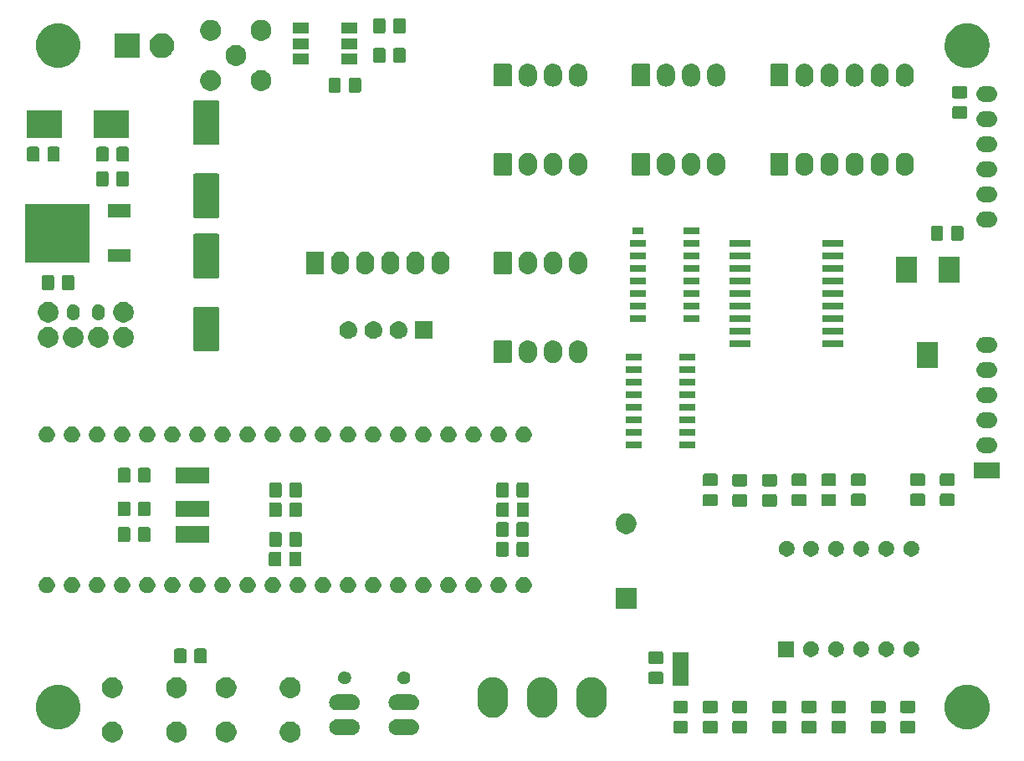
<source format=gbr>
G04 #@! TF.GenerationSoftware,KiCad,Pcbnew,5.0.2*
G04 #@! TF.CreationDate,2019-07-29T09:26:21-03:00*
G04 #@! TF.ProjectId,ShieldEduIfspSTM32,53686965-6c64-4456-9475-496673705354,rev?*
G04 #@! TF.SameCoordinates,Original*
G04 #@! TF.FileFunction,Soldermask,Top*
G04 #@! TF.FilePolarity,Negative*
%FSLAX46Y46*%
G04 Gerber Fmt 4.6, Leading zero omitted, Abs format (unit mm)*
G04 Created by KiCad (PCBNEW 5.0.2) date seg 29 jul 2019 09:26:21 -03*
%MOMM*%
%LPD*%
G01*
G04 APERTURE LIST*
%ADD10C,0.100000*%
G04 APERTURE END LIST*
D10*
G36*
X131806565Y-113489389D02*
X131997834Y-113568615D01*
X132169976Y-113683637D01*
X132316363Y-113830024D01*
X132431385Y-114002166D01*
X132510611Y-114193435D01*
X132551000Y-114396484D01*
X132551000Y-114603516D01*
X132510611Y-114806565D01*
X132431385Y-114997834D01*
X132316363Y-115169976D01*
X132169976Y-115316363D01*
X131997834Y-115431385D01*
X131806565Y-115510611D01*
X131603516Y-115551000D01*
X131396484Y-115551000D01*
X131193435Y-115510611D01*
X131002166Y-115431385D01*
X130830024Y-115316363D01*
X130683637Y-115169976D01*
X130568615Y-114997834D01*
X130489389Y-114806565D01*
X130449000Y-114603516D01*
X130449000Y-114396484D01*
X130489389Y-114193435D01*
X130568615Y-114002166D01*
X130683637Y-113830024D01*
X130830024Y-113683637D01*
X131002166Y-113568615D01*
X131193435Y-113489389D01*
X131396484Y-113449000D01*
X131603516Y-113449000D01*
X131806565Y-113489389D01*
X131806565Y-113489389D01*
G37*
G36*
X125306565Y-113489389D02*
X125497834Y-113568615D01*
X125669976Y-113683637D01*
X125816363Y-113830024D01*
X125931385Y-114002166D01*
X126010611Y-114193435D01*
X126051000Y-114396484D01*
X126051000Y-114603516D01*
X126010611Y-114806565D01*
X125931385Y-114997834D01*
X125816363Y-115169976D01*
X125669976Y-115316363D01*
X125497834Y-115431385D01*
X125306565Y-115510611D01*
X125103516Y-115551000D01*
X124896484Y-115551000D01*
X124693435Y-115510611D01*
X124502166Y-115431385D01*
X124330024Y-115316363D01*
X124183637Y-115169976D01*
X124068615Y-114997834D01*
X123989389Y-114806565D01*
X123949000Y-114603516D01*
X123949000Y-114396484D01*
X123989389Y-114193435D01*
X124068615Y-114002166D01*
X124183637Y-113830024D01*
X124330024Y-113683637D01*
X124502166Y-113568615D01*
X124693435Y-113489389D01*
X124896484Y-113449000D01*
X125103516Y-113449000D01*
X125306565Y-113489389D01*
X125306565Y-113489389D01*
G37*
G36*
X120306565Y-113489389D02*
X120497834Y-113568615D01*
X120669976Y-113683637D01*
X120816363Y-113830024D01*
X120931385Y-114002166D01*
X121010611Y-114193435D01*
X121051000Y-114396484D01*
X121051000Y-114603516D01*
X121010611Y-114806565D01*
X120931385Y-114997834D01*
X120816363Y-115169976D01*
X120669976Y-115316363D01*
X120497834Y-115431385D01*
X120306565Y-115510611D01*
X120103516Y-115551000D01*
X119896484Y-115551000D01*
X119693435Y-115510611D01*
X119502166Y-115431385D01*
X119330024Y-115316363D01*
X119183637Y-115169976D01*
X119068615Y-114997834D01*
X118989389Y-114806565D01*
X118949000Y-114603516D01*
X118949000Y-114396484D01*
X118989389Y-114193435D01*
X119068615Y-114002166D01*
X119183637Y-113830024D01*
X119330024Y-113683637D01*
X119502166Y-113568615D01*
X119693435Y-113489389D01*
X119896484Y-113449000D01*
X120103516Y-113449000D01*
X120306565Y-113489389D01*
X120306565Y-113489389D01*
G37*
G36*
X113806565Y-113489389D02*
X113997834Y-113568615D01*
X114169976Y-113683637D01*
X114316363Y-113830024D01*
X114431385Y-114002166D01*
X114510611Y-114193435D01*
X114551000Y-114396484D01*
X114551000Y-114603516D01*
X114510611Y-114806565D01*
X114431385Y-114997834D01*
X114316363Y-115169976D01*
X114169976Y-115316363D01*
X113997834Y-115431385D01*
X113806565Y-115510611D01*
X113603516Y-115551000D01*
X113396484Y-115551000D01*
X113193435Y-115510611D01*
X113002166Y-115431385D01*
X112830024Y-115316363D01*
X112683637Y-115169976D01*
X112568615Y-114997834D01*
X112489389Y-114806565D01*
X112449000Y-114603516D01*
X112449000Y-114396484D01*
X112489389Y-114193435D01*
X112568615Y-114002166D01*
X112683637Y-113830024D01*
X112830024Y-113683637D01*
X113002166Y-113568615D01*
X113193435Y-113489389D01*
X113396484Y-113449000D01*
X113603516Y-113449000D01*
X113806565Y-113489389D01*
X113806565Y-113489389D01*
G37*
G36*
X143907025Y-113210590D02*
X144058012Y-113256392D01*
X144197165Y-113330770D01*
X144319133Y-113430867D01*
X144419230Y-113552835D01*
X144493608Y-113691988D01*
X144539410Y-113842975D01*
X144554875Y-114000000D01*
X144539410Y-114157025D01*
X144493608Y-114308012D01*
X144419230Y-114447165D01*
X144319133Y-114569133D01*
X144197165Y-114669230D01*
X144058012Y-114743608D01*
X143907025Y-114789410D01*
X143789346Y-114801000D01*
X142210654Y-114801000D01*
X142092975Y-114789410D01*
X141941988Y-114743608D01*
X141802835Y-114669230D01*
X141680867Y-114569133D01*
X141580770Y-114447165D01*
X141506392Y-114308012D01*
X141460590Y-114157025D01*
X141445125Y-114000000D01*
X141460590Y-113842975D01*
X141506392Y-113691988D01*
X141580770Y-113552835D01*
X141680867Y-113430867D01*
X141802835Y-113330770D01*
X141941988Y-113256392D01*
X142092975Y-113210590D01*
X142210654Y-113199000D01*
X143789346Y-113199000D01*
X143907025Y-113210590D01*
X143907025Y-113210590D01*
G37*
G36*
X137907025Y-113210590D02*
X138058012Y-113256392D01*
X138197165Y-113330770D01*
X138319133Y-113430867D01*
X138419230Y-113552835D01*
X138493608Y-113691988D01*
X138539410Y-113842975D01*
X138554875Y-114000000D01*
X138539410Y-114157025D01*
X138493608Y-114308012D01*
X138419230Y-114447165D01*
X138319133Y-114569133D01*
X138197165Y-114669230D01*
X138058012Y-114743608D01*
X137907025Y-114789410D01*
X137789346Y-114801000D01*
X136210654Y-114801000D01*
X136092975Y-114789410D01*
X135941988Y-114743608D01*
X135802835Y-114669230D01*
X135680867Y-114569133D01*
X135580770Y-114447165D01*
X135506392Y-114308012D01*
X135460590Y-114157025D01*
X135445125Y-114000000D01*
X135460590Y-113842975D01*
X135506392Y-113691988D01*
X135580770Y-113552835D01*
X135680867Y-113430867D01*
X135802835Y-113330770D01*
X135941988Y-113256392D01*
X136092975Y-113210590D01*
X136210654Y-113199000D01*
X137789346Y-113199000D01*
X137907025Y-113210590D01*
X137907025Y-113210590D01*
G37*
G36*
X191588677Y-113378465D02*
X191626364Y-113389898D01*
X191661103Y-113408466D01*
X191691548Y-113433452D01*
X191716534Y-113463897D01*
X191735102Y-113498636D01*
X191746535Y-113536323D01*
X191751000Y-113581661D01*
X191751000Y-114418339D01*
X191746535Y-114463677D01*
X191735102Y-114501364D01*
X191716534Y-114536103D01*
X191691548Y-114566548D01*
X191661103Y-114591534D01*
X191626364Y-114610102D01*
X191588677Y-114621535D01*
X191543339Y-114626000D01*
X190456661Y-114626000D01*
X190411323Y-114621535D01*
X190373636Y-114610102D01*
X190338897Y-114591534D01*
X190308452Y-114566548D01*
X190283466Y-114536103D01*
X190264898Y-114501364D01*
X190253465Y-114463677D01*
X190249000Y-114418339D01*
X190249000Y-113581661D01*
X190253465Y-113536323D01*
X190264898Y-113498636D01*
X190283466Y-113463897D01*
X190308452Y-113433452D01*
X190338897Y-113408466D01*
X190373636Y-113389898D01*
X190411323Y-113378465D01*
X190456661Y-113374000D01*
X191543339Y-113374000D01*
X191588677Y-113378465D01*
X191588677Y-113378465D01*
G37*
G36*
X194588677Y-113378465D02*
X194626364Y-113389898D01*
X194661103Y-113408466D01*
X194691548Y-113433452D01*
X194716534Y-113463897D01*
X194735102Y-113498636D01*
X194746535Y-113536323D01*
X194751000Y-113581661D01*
X194751000Y-114418339D01*
X194746535Y-114463677D01*
X194735102Y-114501364D01*
X194716534Y-114536103D01*
X194691548Y-114566548D01*
X194661103Y-114591534D01*
X194626364Y-114610102D01*
X194588677Y-114621535D01*
X194543339Y-114626000D01*
X193456661Y-114626000D01*
X193411323Y-114621535D01*
X193373636Y-114610102D01*
X193338897Y-114591534D01*
X193308452Y-114566548D01*
X193283466Y-114536103D01*
X193264898Y-114501364D01*
X193253465Y-114463677D01*
X193249000Y-114418339D01*
X193249000Y-113581661D01*
X193253465Y-113536323D01*
X193264898Y-113498636D01*
X193283466Y-113463897D01*
X193308452Y-113433452D01*
X193338897Y-113408466D01*
X193373636Y-113389898D01*
X193411323Y-113378465D01*
X193456661Y-113374000D01*
X194543339Y-113374000D01*
X194588677Y-113378465D01*
X194588677Y-113378465D01*
G37*
G36*
X187588677Y-113378465D02*
X187626364Y-113389898D01*
X187661103Y-113408466D01*
X187691548Y-113433452D01*
X187716534Y-113463897D01*
X187735102Y-113498636D01*
X187746535Y-113536323D01*
X187751000Y-113581661D01*
X187751000Y-114418339D01*
X187746535Y-114463677D01*
X187735102Y-114501364D01*
X187716534Y-114536103D01*
X187691548Y-114566548D01*
X187661103Y-114591534D01*
X187626364Y-114610102D01*
X187588677Y-114621535D01*
X187543339Y-114626000D01*
X186456661Y-114626000D01*
X186411323Y-114621535D01*
X186373636Y-114610102D01*
X186338897Y-114591534D01*
X186308452Y-114566548D01*
X186283466Y-114536103D01*
X186264898Y-114501364D01*
X186253465Y-114463677D01*
X186249000Y-114418339D01*
X186249000Y-113581661D01*
X186253465Y-113536323D01*
X186264898Y-113498636D01*
X186283466Y-113463897D01*
X186308452Y-113433452D01*
X186338897Y-113408466D01*
X186373636Y-113389898D01*
X186411323Y-113378465D01*
X186456661Y-113374000D01*
X187543339Y-113374000D01*
X187588677Y-113378465D01*
X187588677Y-113378465D01*
G37*
G36*
X184588677Y-113378465D02*
X184626364Y-113389898D01*
X184661103Y-113408466D01*
X184691548Y-113433452D01*
X184716534Y-113463897D01*
X184735102Y-113498636D01*
X184746535Y-113536323D01*
X184751000Y-113581661D01*
X184751000Y-114418339D01*
X184746535Y-114463677D01*
X184735102Y-114501364D01*
X184716534Y-114536103D01*
X184691548Y-114566548D01*
X184661103Y-114591534D01*
X184626364Y-114610102D01*
X184588677Y-114621535D01*
X184543339Y-114626000D01*
X183456661Y-114626000D01*
X183411323Y-114621535D01*
X183373636Y-114610102D01*
X183338897Y-114591534D01*
X183308452Y-114566548D01*
X183283466Y-114536103D01*
X183264898Y-114501364D01*
X183253465Y-114463677D01*
X183249000Y-114418339D01*
X183249000Y-113581661D01*
X183253465Y-113536323D01*
X183264898Y-113498636D01*
X183283466Y-113463897D01*
X183308452Y-113433452D01*
X183338897Y-113408466D01*
X183373636Y-113389898D01*
X183411323Y-113378465D01*
X183456661Y-113374000D01*
X184543339Y-113374000D01*
X184588677Y-113378465D01*
X184588677Y-113378465D01*
G37*
G36*
X181588677Y-113378465D02*
X181626364Y-113389898D01*
X181661103Y-113408466D01*
X181691548Y-113433452D01*
X181716534Y-113463897D01*
X181735102Y-113498636D01*
X181746535Y-113536323D01*
X181751000Y-113581661D01*
X181751000Y-114418339D01*
X181746535Y-114463677D01*
X181735102Y-114501364D01*
X181716534Y-114536103D01*
X181691548Y-114566548D01*
X181661103Y-114591534D01*
X181626364Y-114610102D01*
X181588677Y-114621535D01*
X181543339Y-114626000D01*
X180456661Y-114626000D01*
X180411323Y-114621535D01*
X180373636Y-114610102D01*
X180338897Y-114591534D01*
X180308452Y-114566548D01*
X180283466Y-114536103D01*
X180264898Y-114501364D01*
X180253465Y-114463677D01*
X180249000Y-114418339D01*
X180249000Y-113581661D01*
X180253465Y-113536323D01*
X180264898Y-113498636D01*
X180283466Y-113463897D01*
X180308452Y-113433452D01*
X180338897Y-113408466D01*
X180373636Y-113389898D01*
X180411323Y-113378465D01*
X180456661Y-113374000D01*
X181543339Y-113374000D01*
X181588677Y-113378465D01*
X181588677Y-113378465D01*
G37*
G36*
X177588677Y-113378465D02*
X177626364Y-113389898D01*
X177661103Y-113408466D01*
X177691548Y-113433452D01*
X177716534Y-113463897D01*
X177735102Y-113498636D01*
X177746535Y-113536323D01*
X177751000Y-113581661D01*
X177751000Y-114418339D01*
X177746535Y-114463677D01*
X177735102Y-114501364D01*
X177716534Y-114536103D01*
X177691548Y-114566548D01*
X177661103Y-114591534D01*
X177626364Y-114610102D01*
X177588677Y-114621535D01*
X177543339Y-114626000D01*
X176456661Y-114626000D01*
X176411323Y-114621535D01*
X176373636Y-114610102D01*
X176338897Y-114591534D01*
X176308452Y-114566548D01*
X176283466Y-114536103D01*
X176264898Y-114501364D01*
X176253465Y-114463677D01*
X176249000Y-114418339D01*
X176249000Y-113581661D01*
X176253465Y-113536323D01*
X176264898Y-113498636D01*
X176283466Y-113463897D01*
X176308452Y-113433452D01*
X176338897Y-113408466D01*
X176373636Y-113389898D01*
X176411323Y-113378465D01*
X176456661Y-113374000D01*
X177543339Y-113374000D01*
X177588677Y-113378465D01*
X177588677Y-113378465D01*
G37*
G36*
X174588677Y-113378465D02*
X174626364Y-113389898D01*
X174661103Y-113408466D01*
X174691548Y-113433452D01*
X174716534Y-113463897D01*
X174735102Y-113498636D01*
X174746535Y-113536323D01*
X174751000Y-113581661D01*
X174751000Y-114418339D01*
X174746535Y-114463677D01*
X174735102Y-114501364D01*
X174716534Y-114536103D01*
X174691548Y-114566548D01*
X174661103Y-114591534D01*
X174626364Y-114610102D01*
X174588677Y-114621535D01*
X174543339Y-114626000D01*
X173456661Y-114626000D01*
X173411323Y-114621535D01*
X173373636Y-114610102D01*
X173338897Y-114591534D01*
X173308452Y-114566548D01*
X173283466Y-114536103D01*
X173264898Y-114501364D01*
X173253465Y-114463677D01*
X173249000Y-114418339D01*
X173249000Y-113581661D01*
X173253465Y-113536323D01*
X173264898Y-113498636D01*
X173283466Y-113463897D01*
X173308452Y-113433452D01*
X173338897Y-113408466D01*
X173373636Y-113389898D01*
X173411323Y-113378465D01*
X173456661Y-113374000D01*
X174543339Y-113374000D01*
X174588677Y-113378465D01*
X174588677Y-113378465D01*
G37*
G36*
X171588677Y-113378465D02*
X171626364Y-113389898D01*
X171661103Y-113408466D01*
X171691548Y-113433452D01*
X171716534Y-113463897D01*
X171735102Y-113498636D01*
X171746535Y-113536323D01*
X171751000Y-113581661D01*
X171751000Y-114418339D01*
X171746535Y-114463677D01*
X171735102Y-114501364D01*
X171716534Y-114536103D01*
X171691548Y-114566548D01*
X171661103Y-114591534D01*
X171626364Y-114610102D01*
X171588677Y-114621535D01*
X171543339Y-114626000D01*
X170456661Y-114626000D01*
X170411323Y-114621535D01*
X170373636Y-114610102D01*
X170338897Y-114591534D01*
X170308452Y-114566548D01*
X170283466Y-114536103D01*
X170264898Y-114501364D01*
X170253465Y-114463677D01*
X170249000Y-114418339D01*
X170249000Y-113581661D01*
X170253465Y-113536323D01*
X170264898Y-113498636D01*
X170283466Y-113463897D01*
X170308452Y-113433452D01*
X170338897Y-113408466D01*
X170373636Y-113389898D01*
X170411323Y-113378465D01*
X170456661Y-113374000D01*
X171543339Y-113374000D01*
X171588677Y-113378465D01*
X171588677Y-113378465D01*
G37*
G36*
X200308445Y-109766254D02*
X200656593Y-109835504D01*
X201066249Y-110005189D01*
X201434929Y-110251534D01*
X201748466Y-110565071D01*
X201994811Y-110933751D01*
X202164496Y-111343407D01*
X202251000Y-111778296D01*
X202251000Y-112221704D01*
X202164496Y-112656593D01*
X201994811Y-113066249D01*
X201748466Y-113434929D01*
X201434929Y-113748466D01*
X201066249Y-113994811D01*
X200656593Y-114164496D01*
X200308445Y-114233746D01*
X200221706Y-114251000D01*
X199778294Y-114251000D01*
X199691555Y-114233746D01*
X199343407Y-114164496D01*
X198933751Y-113994811D01*
X198565071Y-113748466D01*
X198251534Y-113434929D01*
X198005189Y-113066249D01*
X197835504Y-112656593D01*
X197749000Y-112221704D01*
X197749000Y-111778296D01*
X197835504Y-111343407D01*
X198005189Y-110933751D01*
X198251534Y-110565071D01*
X198565071Y-110251534D01*
X198933751Y-110005189D01*
X199343407Y-109835504D01*
X199691555Y-109766254D01*
X199778294Y-109749000D01*
X200221706Y-109749000D01*
X200308445Y-109766254D01*
X200308445Y-109766254D01*
G37*
G36*
X108308445Y-109766254D02*
X108656593Y-109835504D01*
X109066249Y-110005189D01*
X109434929Y-110251534D01*
X109748466Y-110565071D01*
X109994811Y-110933751D01*
X110164496Y-111343407D01*
X110251000Y-111778296D01*
X110251000Y-112221704D01*
X110164496Y-112656593D01*
X109994811Y-113066249D01*
X109748466Y-113434929D01*
X109434929Y-113748466D01*
X109066249Y-113994811D01*
X108656593Y-114164496D01*
X108308445Y-114233746D01*
X108221706Y-114251000D01*
X107778294Y-114251000D01*
X107691555Y-114233746D01*
X107343407Y-114164496D01*
X106933751Y-113994811D01*
X106565071Y-113748466D01*
X106251534Y-113434929D01*
X106005189Y-113066249D01*
X105835504Y-112656593D01*
X105749000Y-112221704D01*
X105749000Y-111778296D01*
X105835504Y-111343407D01*
X106005189Y-110933751D01*
X106251534Y-110565071D01*
X106565071Y-110251534D01*
X106933751Y-110005189D01*
X107343407Y-109835504D01*
X107691555Y-109766254D01*
X107778294Y-109749000D01*
X108221706Y-109749000D01*
X108308445Y-109766254D01*
X108308445Y-109766254D01*
G37*
G36*
X162304020Y-108971190D02*
X162304023Y-108971191D01*
X162596364Y-109059871D01*
X162596367Y-109059873D01*
X162596368Y-109059873D01*
X162865786Y-109203879D01*
X163101936Y-109397684D01*
X163295741Y-109633834D01*
X163439747Y-109903252D01*
X163439749Y-109903256D01*
X163470670Y-110005191D01*
X163528430Y-110195600D01*
X163550870Y-110423438D01*
X163550870Y-111576562D01*
X163528430Y-111804400D01*
X163528429Y-111804402D01*
X163528429Y-111804403D01*
X163439749Y-112096744D01*
X163439747Y-112096747D01*
X163439747Y-112096748D01*
X163295741Y-112366166D01*
X163101936Y-112602316D01*
X162865785Y-112796121D01*
X162596367Y-112940127D01*
X162596363Y-112940129D01*
X162334024Y-113019708D01*
X162304019Y-113028810D01*
X162000000Y-113058753D01*
X161695980Y-113028810D01*
X161665975Y-113019708D01*
X161403636Y-112940129D01*
X161403632Y-112940127D01*
X161134214Y-112796121D01*
X160898064Y-112602316D01*
X160704259Y-112366165D01*
X160560253Y-112096747D01*
X160560252Y-112096744D01*
X160560251Y-112096743D01*
X160471571Y-111804402D01*
X160471570Y-111804399D01*
X160449130Y-111576561D01*
X160449130Y-110423438D01*
X160471570Y-110195600D01*
X160529330Y-110005191D01*
X160560251Y-109903256D01*
X160704260Y-109633834D01*
X160898065Y-109397684D01*
X160980505Y-109330027D01*
X161134215Y-109203879D01*
X161403633Y-109059873D01*
X161403634Y-109059873D01*
X161403637Y-109059871D01*
X161695978Y-108971191D01*
X161695981Y-108971190D01*
X162000000Y-108941247D01*
X162304020Y-108971190D01*
X162304020Y-108971190D01*
G37*
G36*
X157302760Y-108971190D02*
X157302763Y-108971191D01*
X157595104Y-109059871D01*
X157595107Y-109059873D01*
X157595108Y-109059873D01*
X157864526Y-109203879D01*
X158100676Y-109397684D01*
X158294481Y-109633834D01*
X158438487Y-109903252D01*
X158438489Y-109903256D01*
X158469410Y-110005191D01*
X158527170Y-110195600D01*
X158549610Y-110423438D01*
X158549610Y-111576562D01*
X158527170Y-111804400D01*
X158527169Y-111804402D01*
X158527169Y-111804403D01*
X158438489Y-112096744D01*
X158438487Y-112096747D01*
X158438487Y-112096748D01*
X158294481Y-112366166D01*
X158100676Y-112602316D01*
X157864525Y-112796121D01*
X157595107Y-112940127D01*
X157595103Y-112940129D01*
X157332764Y-113019708D01*
X157302759Y-113028810D01*
X156998740Y-113058753D01*
X156694720Y-113028810D01*
X156664715Y-113019708D01*
X156402376Y-112940129D01*
X156402372Y-112940127D01*
X156132954Y-112796121D01*
X155896804Y-112602316D01*
X155702999Y-112366165D01*
X155558993Y-112096747D01*
X155558992Y-112096744D01*
X155558991Y-112096743D01*
X155470311Y-111804402D01*
X155470310Y-111804399D01*
X155447870Y-111576561D01*
X155447870Y-110423438D01*
X155470310Y-110195600D01*
X155528070Y-110005191D01*
X155558991Y-109903256D01*
X155703000Y-109633834D01*
X155896805Y-109397684D01*
X155979245Y-109330027D01*
X156132955Y-109203879D01*
X156402373Y-109059873D01*
X156402374Y-109059873D01*
X156402377Y-109059871D01*
X156694718Y-108971191D01*
X156694721Y-108971190D01*
X156998740Y-108941247D01*
X157302760Y-108971190D01*
X157302760Y-108971190D01*
G37*
G36*
X152301500Y-108971190D02*
X152301503Y-108971191D01*
X152593844Y-109059871D01*
X152593847Y-109059873D01*
X152593848Y-109059873D01*
X152863266Y-109203879D01*
X153099416Y-109397684D01*
X153293221Y-109633834D01*
X153437227Y-109903252D01*
X153437229Y-109903256D01*
X153468150Y-110005191D01*
X153525910Y-110195600D01*
X153548350Y-110423438D01*
X153548350Y-111576562D01*
X153525910Y-111804400D01*
X153525909Y-111804402D01*
X153525909Y-111804403D01*
X153437229Y-112096744D01*
X153437227Y-112096747D01*
X153437227Y-112096748D01*
X153293221Y-112366166D01*
X153099416Y-112602316D01*
X152863265Y-112796121D01*
X152593847Y-112940127D01*
X152593843Y-112940129D01*
X152331504Y-113019708D01*
X152301499Y-113028810D01*
X151997480Y-113058753D01*
X151693460Y-113028810D01*
X151663455Y-113019708D01*
X151401116Y-112940129D01*
X151401112Y-112940127D01*
X151131694Y-112796121D01*
X150895544Y-112602316D01*
X150701739Y-112366165D01*
X150557733Y-112096747D01*
X150557732Y-112096744D01*
X150557731Y-112096743D01*
X150469051Y-111804402D01*
X150469050Y-111804399D01*
X150446610Y-111576561D01*
X150446610Y-110423438D01*
X150469050Y-110195600D01*
X150526810Y-110005191D01*
X150557731Y-109903256D01*
X150701740Y-109633834D01*
X150895545Y-109397684D01*
X150977985Y-109330027D01*
X151131695Y-109203879D01*
X151401113Y-109059873D01*
X151401114Y-109059873D01*
X151401117Y-109059871D01*
X151693458Y-108971191D01*
X151693461Y-108971190D01*
X151997480Y-108941247D01*
X152301500Y-108971190D01*
X152301500Y-108971190D01*
G37*
G36*
X171588677Y-111328465D02*
X171626364Y-111339898D01*
X171661103Y-111358466D01*
X171691548Y-111383452D01*
X171716534Y-111413897D01*
X171735102Y-111448636D01*
X171746535Y-111486323D01*
X171751000Y-111531661D01*
X171751000Y-112368339D01*
X171746535Y-112413677D01*
X171735102Y-112451364D01*
X171716534Y-112486103D01*
X171691548Y-112516548D01*
X171661103Y-112541534D01*
X171626364Y-112560102D01*
X171588677Y-112571535D01*
X171543339Y-112576000D01*
X170456661Y-112576000D01*
X170411323Y-112571535D01*
X170373636Y-112560102D01*
X170338897Y-112541534D01*
X170308452Y-112516548D01*
X170283466Y-112486103D01*
X170264898Y-112451364D01*
X170253465Y-112413677D01*
X170249000Y-112368339D01*
X170249000Y-111531661D01*
X170253465Y-111486323D01*
X170264898Y-111448636D01*
X170283466Y-111413897D01*
X170308452Y-111383452D01*
X170338897Y-111358466D01*
X170373636Y-111339898D01*
X170411323Y-111328465D01*
X170456661Y-111324000D01*
X171543339Y-111324000D01*
X171588677Y-111328465D01*
X171588677Y-111328465D01*
G37*
G36*
X174588677Y-111328465D02*
X174626364Y-111339898D01*
X174661103Y-111358466D01*
X174691548Y-111383452D01*
X174716534Y-111413897D01*
X174735102Y-111448636D01*
X174746535Y-111486323D01*
X174751000Y-111531661D01*
X174751000Y-112368339D01*
X174746535Y-112413677D01*
X174735102Y-112451364D01*
X174716534Y-112486103D01*
X174691548Y-112516548D01*
X174661103Y-112541534D01*
X174626364Y-112560102D01*
X174588677Y-112571535D01*
X174543339Y-112576000D01*
X173456661Y-112576000D01*
X173411323Y-112571535D01*
X173373636Y-112560102D01*
X173338897Y-112541534D01*
X173308452Y-112516548D01*
X173283466Y-112486103D01*
X173264898Y-112451364D01*
X173253465Y-112413677D01*
X173249000Y-112368339D01*
X173249000Y-111531661D01*
X173253465Y-111486323D01*
X173264898Y-111448636D01*
X173283466Y-111413897D01*
X173308452Y-111383452D01*
X173338897Y-111358466D01*
X173373636Y-111339898D01*
X173411323Y-111328465D01*
X173456661Y-111324000D01*
X174543339Y-111324000D01*
X174588677Y-111328465D01*
X174588677Y-111328465D01*
G37*
G36*
X177588677Y-111328465D02*
X177626364Y-111339898D01*
X177661103Y-111358466D01*
X177691548Y-111383452D01*
X177716534Y-111413897D01*
X177735102Y-111448636D01*
X177746535Y-111486323D01*
X177751000Y-111531661D01*
X177751000Y-112368339D01*
X177746535Y-112413677D01*
X177735102Y-112451364D01*
X177716534Y-112486103D01*
X177691548Y-112516548D01*
X177661103Y-112541534D01*
X177626364Y-112560102D01*
X177588677Y-112571535D01*
X177543339Y-112576000D01*
X176456661Y-112576000D01*
X176411323Y-112571535D01*
X176373636Y-112560102D01*
X176338897Y-112541534D01*
X176308452Y-112516548D01*
X176283466Y-112486103D01*
X176264898Y-112451364D01*
X176253465Y-112413677D01*
X176249000Y-112368339D01*
X176249000Y-111531661D01*
X176253465Y-111486323D01*
X176264898Y-111448636D01*
X176283466Y-111413897D01*
X176308452Y-111383452D01*
X176338897Y-111358466D01*
X176373636Y-111339898D01*
X176411323Y-111328465D01*
X176456661Y-111324000D01*
X177543339Y-111324000D01*
X177588677Y-111328465D01*
X177588677Y-111328465D01*
G37*
G36*
X187588677Y-111328465D02*
X187626364Y-111339898D01*
X187661103Y-111358466D01*
X187691548Y-111383452D01*
X187716534Y-111413897D01*
X187735102Y-111448636D01*
X187746535Y-111486323D01*
X187751000Y-111531661D01*
X187751000Y-112368339D01*
X187746535Y-112413677D01*
X187735102Y-112451364D01*
X187716534Y-112486103D01*
X187691548Y-112516548D01*
X187661103Y-112541534D01*
X187626364Y-112560102D01*
X187588677Y-112571535D01*
X187543339Y-112576000D01*
X186456661Y-112576000D01*
X186411323Y-112571535D01*
X186373636Y-112560102D01*
X186338897Y-112541534D01*
X186308452Y-112516548D01*
X186283466Y-112486103D01*
X186264898Y-112451364D01*
X186253465Y-112413677D01*
X186249000Y-112368339D01*
X186249000Y-111531661D01*
X186253465Y-111486323D01*
X186264898Y-111448636D01*
X186283466Y-111413897D01*
X186308452Y-111383452D01*
X186338897Y-111358466D01*
X186373636Y-111339898D01*
X186411323Y-111328465D01*
X186456661Y-111324000D01*
X187543339Y-111324000D01*
X187588677Y-111328465D01*
X187588677Y-111328465D01*
G37*
G36*
X181588677Y-111328465D02*
X181626364Y-111339898D01*
X181661103Y-111358466D01*
X181691548Y-111383452D01*
X181716534Y-111413897D01*
X181735102Y-111448636D01*
X181746535Y-111486323D01*
X181751000Y-111531661D01*
X181751000Y-112368339D01*
X181746535Y-112413677D01*
X181735102Y-112451364D01*
X181716534Y-112486103D01*
X181691548Y-112516548D01*
X181661103Y-112541534D01*
X181626364Y-112560102D01*
X181588677Y-112571535D01*
X181543339Y-112576000D01*
X180456661Y-112576000D01*
X180411323Y-112571535D01*
X180373636Y-112560102D01*
X180338897Y-112541534D01*
X180308452Y-112516548D01*
X180283466Y-112486103D01*
X180264898Y-112451364D01*
X180253465Y-112413677D01*
X180249000Y-112368339D01*
X180249000Y-111531661D01*
X180253465Y-111486323D01*
X180264898Y-111448636D01*
X180283466Y-111413897D01*
X180308452Y-111383452D01*
X180338897Y-111358466D01*
X180373636Y-111339898D01*
X180411323Y-111328465D01*
X180456661Y-111324000D01*
X181543339Y-111324000D01*
X181588677Y-111328465D01*
X181588677Y-111328465D01*
G37*
G36*
X191588677Y-111328465D02*
X191626364Y-111339898D01*
X191661103Y-111358466D01*
X191691548Y-111383452D01*
X191716534Y-111413897D01*
X191735102Y-111448636D01*
X191746535Y-111486323D01*
X191751000Y-111531661D01*
X191751000Y-112368339D01*
X191746535Y-112413677D01*
X191735102Y-112451364D01*
X191716534Y-112486103D01*
X191691548Y-112516548D01*
X191661103Y-112541534D01*
X191626364Y-112560102D01*
X191588677Y-112571535D01*
X191543339Y-112576000D01*
X190456661Y-112576000D01*
X190411323Y-112571535D01*
X190373636Y-112560102D01*
X190338897Y-112541534D01*
X190308452Y-112516548D01*
X190283466Y-112486103D01*
X190264898Y-112451364D01*
X190253465Y-112413677D01*
X190249000Y-112368339D01*
X190249000Y-111531661D01*
X190253465Y-111486323D01*
X190264898Y-111448636D01*
X190283466Y-111413897D01*
X190308452Y-111383452D01*
X190338897Y-111358466D01*
X190373636Y-111339898D01*
X190411323Y-111328465D01*
X190456661Y-111324000D01*
X191543339Y-111324000D01*
X191588677Y-111328465D01*
X191588677Y-111328465D01*
G37*
G36*
X184588677Y-111328465D02*
X184626364Y-111339898D01*
X184661103Y-111358466D01*
X184691548Y-111383452D01*
X184716534Y-111413897D01*
X184735102Y-111448636D01*
X184746535Y-111486323D01*
X184751000Y-111531661D01*
X184751000Y-112368339D01*
X184746535Y-112413677D01*
X184735102Y-112451364D01*
X184716534Y-112486103D01*
X184691548Y-112516548D01*
X184661103Y-112541534D01*
X184626364Y-112560102D01*
X184588677Y-112571535D01*
X184543339Y-112576000D01*
X183456661Y-112576000D01*
X183411323Y-112571535D01*
X183373636Y-112560102D01*
X183338897Y-112541534D01*
X183308452Y-112516548D01*
X183283466Y-112486103D01*
X183264898Y-112451364D01*
X183253465Y-112413677D01*
X183249000Y-112368339D01*
X183249000Y-111531661D01*
X183253465Y-111486323D01*
X183264898Y-111448636D01*
X183283466Y-111413897D01*
X183308452Y-111383452D01*
X183338897Y-111358466D01*
X183373636Y-111339898D01*
X183411323Y-111328465D01*
X183456661Y-111324000D01*
X184543339Y-111324000D01*
X184588677Y-111328465D01*
X184588677Y-111328465D01*
G37*
G36*
X194588677Y-111328465D02*
X194626364Y-111339898D01*
X194661103Y-111358466D01*
X194691548Y-111383452D01*
X194716534Y-111413897D01*
X194735102Y-111448636D01*
X194746535Y-111486323D01*
X194751000Y-111531661D01*
X194751000Y-112368339D01*
X194746535Y-112413677D01*
X194735102Y-112451364D01*
X194716534Y-112486103D01*
X194691548Y-112516548D01*
X194661103Y-112541534D01*
X194626364Y-112560102D01*
X194588677Y-112571535D01*
X194543339Y-112576000D01*
X193456661Y-112576000D01*
X193411323Y-112571535D01*
X193373636Y-112560102D01*
X193338897Y-112541534D01*
X193308452Y-112516548D01*
X193283466Y-112486103D01*
X193264898Y-112451364D01*
X193253465Y-112413677D01*
X193249000Y-112368339D01*
X193249000Y-111531661D01*
X193253465Y-111486323D01*
X193264898Y-111448636D01*
X193283466Y-111413897D01*
X193308452Y-111383452D01*
X193338897Y-111358466D01*
X193373636Y-111339898D01*
X193411323Y-111328465D01*
X193456661Y-111324000D01*
X194543339Y-111324000D01*
X194588677Y-111328465D01*
X194588677Y-111328465D01*
G37*
G36*
X143907025Y-110710590D02*
X144058012Y-110756392D01*
X144197165Y-110830770D01*
X144319133Y-110930867D01*
X144419230Y-111052835D01*
X144493608Y-111191988D01*
X144539410Y-111342975D01*
X144554875Y-111500000D01*
X144539410Y-111657025D01*
X144493608Y-111808012D01*
X144419230Y-111947165D01*
X144319133Y-112069133D01*
X144197165Y-112169230D01*
X144058012Y-112243608D01*
X143907025Y-112289410D01*
X143789346Y-112301000D01*
X142210654Y-112301000D01*
X142092975Y-112289410D01*
X141941988Y-112243608D01*
X141802835Y-112169230D01*
X141680867Y-112069133D01*
X141580770Y-111947165D01*
X141506392Y-111808012D01*
X141460590Y-111657025D01*
X141445125Y-111500000D01*
X141460590Y-111342975D01*
X141506392Y-111191988D01*
X141580770Y-111052835D01*
X141680867Y-110930867D01*
X141802835Y-110830770D01*
X141941988Y-110756392D01*
X142092975Y-110710590D01*
X142210654Y-110699000D01*
X143789346Y-110699000D01*
X143907025Y-110710590D01*
X143907025Y-110710590D01*
G37*
G36*
X137907025Y-110710590D02*
X138058012Y-110756392D01*
X138197165Y-110830770D01*
X138319133Y-110930867D01*
X138419230Y-111052835D01*
X138493608Y-111191988D01*
X138539410Y-111342975D01*
X138554875Y-111500000D01*
X138539410Y-111657025D01*
X138493608Y-111808012D01*
X138419230Y-111947165D01*
X138319133Y-112069133D01*
X138197165Y-112169230D01*
X138058012Y-112243608D01*
X137907025Y-112289410D01*
X137789346Y-112301000D01*
X136210654Y-112301000D01*
X136092975Y-112289410D01*
X135941988Y-112243608D01*
X135802835Y-112169230D01*
X135680867Y-112069133D01*
X135580770Y-111947165D01*
X135506392Y-111808012D01*
X135460590Y-111657025D01*
X135445125Y-111500000D01*
X135460590Y-111342975D01*
X135506392Y-111191988D01*
X135580770Y-111052835D01*
X135680867Y-110930867D01*
X135802835Y-110830770D01*
X135941988Y-110756392D01*
X136092975Y-110710590D01*
X136210654Y-110699000D01*
X137789346Y-110699000D01*
X137907025Y-110710590D01*
X137907025Y-110710590D01*
G37*
G36*
X113806565Y-108989389D02*
X113997834Y-109068615D01*
X114169976Y-109183637D01*
X114316363Y-109330024D01*
X114431385Y-109502166D01*
X114510611Y-109693435D01*
X114551000Y-109896484D01*
X114551000Y-110103516D01*
X114510611Y-110306565D01*
X114431385Y-110497834D01*
X114316363Y-110669976D01*
X114169976Y-110816363D01*
X113997834Y-110931385D01*
X113806565Y-111010611D01*
X113603516Y-111051000D01*
X113396484Y-111051000D01*
X113193435Y-111010611D01*
X113002166Y-110931385D01*
X112830024Y-110816363D01*
X112683637Y-110669976D01*
X112568615Y-110497834D01*
X112489389Y-110306565D01*
X112449000Y-110103516D01*
X112449000Y-109896484D01*
X112489389Y-109693435D01*
X112568615Y-109502166D01*
X112683637Y-109330024D01*
X112830024Y-109183637D01*
X113002166Y-109068615D01*
X113193435Y-108989389D01*
X113396484Y-108949000D01*
X113603516Y-108949000D01*
X113806565Y-108989389D01*
X113806565Y-108989389D01*
G37*
G36*
X120306565Y-108989389D02*
X120497834Y-109068615D01*
X120669976Y-109183637D01*
X120816363Y-109330024D01*
X120931385Y-109502166D01*
X121010611Y-109693435D01*
X121051000Y-109896484D01*
X121051000Y-110103516D01*
X121010611Y-110306565D01*
X120931385Y-110497834D01*
X120816363Y-110669976D01*
X120669976Y-110816363D01*
X120497834Y-110931385D01*
X120306565Y-111010611D01*
X120103516Y-111051000D01*
X119896484Y-111051000D01*
X119693435Y-111010611D01*
X119502166Y-110931385D01*
X119330024Y-110816363D01*
X119183637Y-110669976D01*
X119068615Y-110497834D01*
X118989389Y-110306565D01*
X118949000Y-110103516D01*
X118949000Y-109896484D01*
X118989389Y-109693435D01*
X119068615Y-109502166D01*
X119183637Y-109330024D01*
X119330024Y-109183637D01*
X119502166Y-109068615D01*
X119693435Y-108989389D01*
X119896484Y-108949000D01*
X120103516Y-108949000D01*
X120306565Y-108989389D01*
X120306565Y-108989389D01*
G37*
G36*
X125306565Y-108989389D02*
X125497834Y-109068615D01*
X125669976Y-109183637D01*
X125816363Y-109330024D01*
X125931385Y-109502166D01*
X126010611Y-109693435D01*
X126051000Y-109896484D01*
X126051000Y-110103516D01*
X126010611Y-110306565D01*
X125931385Y-110497834D01*
X125816363Y-110669976D01*
X125669976Y-110816363D01*
X125497834Y-110931385D01*
X125306565Y-111010611D01*
X125103516Y-111051000D01*
X124896484Y-111051000D01*
X124693435Y-111010611D01*
X124502166Y-110931385D01*
X124330024Y-110816363D01*
X124183637Y-110669976D01*
X124068615Y-110497834D01*
X123989389Y-110306565D01*
X123949000Y-110103516D01*
X123949000Y-109896484D01*
X123989389Y-109693435D01*
X124068615Y-109502166D01*
X124183637Y-109330024D01*
X124330024Y-109183637D01*
X124502166Y-109068615D01*
X124693435Y-108989389D01*
X124896484Y-108949000D01*
X125103516Y-108949000D01*
X125306565Y-108989389D01*
X125306565Y-108989389D01*
G37*
G36*
X131806565Y-108989389D02*
X131997834Y-109068615D01*
X132169976Y-109183637D01*
X132316363Y-109330024D01*
X132431385Y-109502166D01*
X132510611Y-109693435D01*
X132551000Y-109896484D01*
X132551000Y-110103516D01*
X132510611Y-110306565D01*
X132431385Y-110497834D01*
X132316363Y-110669976D01*
X132169976Y-110816363D01*
X131997834Y-110931385D01*
X131806565Y-111010611D01*
X131603516Y-111051000D01*
X131396484Y-111051000D01*
X131193435Y-111010611D01*
X131002166Y-110931385D01*
X130830024Y-110816363D01*
X130683637Y-110669976D01*
X130568615Y-110497834D01*
X130489389Y-110306565D01*
X130449000Y-110103516D01*
X130449000Y-109896484D01*
X130489389Y-109693435D01*
X130568615Y-109502166D01*
X130683637Y-109330024D01*
X130830024Y-109183637D01*
X131002166Y-109068615D01*
X131193435Y-108989389D01*
X131396484Y-108949000D01*
X131603516Y-108949000D01*
X131806565Y-108989389D01*
X131806565Y-108989389D01*
G37*
G36*
X171813000Y-109813000D02*
X170187000Y-109813000D01*
X170187000Y-106409000D01*
X171813000Y-106409000D01*
X171813000Y-109813000D01*
X171813000Y-109813000D01*
G37*
G36*
X137189890Y-108374017D02*
X137308361Y-108423089D01*
X137308364Y-108423091D01*
X137391616Y-108478718D01*
X137414992Y-108494338D01*
X137505662Y-108585008D01*
X137576911Y-108691639D01*
X137625983Y-108810110D01*
X137651000Y-108935881D01*
X137651000Y-109064119D01*
X137625983Y-109189890D01*
X137576911Y-109308361D01*
X137505662Y-109414992D01*
X137414992Y-109505662D01*
X137414989Y-109505664D01*
X137414988Y-109505665D01*
X137378511Y-109530038D01*
X137308361Y-109576911D01*
X137189890Y-109625983D01*
X137064119Y-109651000D01*
X136935881Y-109651000D01*
X136810110Y-109625983D01*
X136691639Y-109576911D01*
X136621489Y-109530038D01*
X136585012Y-109505665D01*
X136585011Y-109505664D01*
X136585008Y-109505662D01*
X136494338Y-109414992D01*
X136423089Y-109308361D01*
X136374017Y-109189890D01*
X136349000Y-109064119D01*
X136349000Y-108935881D01*
X136374017Y-108810110D01*
X136423089Y-108691639D01*
X136494338Y-108585008D01*
X136585008Y-108494338D01*
X136608385Y-108478718D01*
X136691636Y-108423091D01*
X136691639Y-108423089D01*
X136810110Y-108374017D01*
X136935881Y-108349000D01*
X137064119Y-108349000D01*
X137189890Y-108374017D01*
X137189890Y-108374017D01*
G37*
G36*
X143189890Y-108374017D02*
X143308361Y-108423089D01*
X143308364Y-108423091D01*
X143391616Y-108478718D01*
X143414992Y-108494338D01*
X143505662Y-108585008D01*
X143576911Y-108691639D01*
X143625983Y-108810110D01*
X143651000Y-108935881D01*
X143651000Y-109064119D01*
X143625983Y-109189890D01*
X143576911Y-109308361D01*
X143505662Y-109414992D01*
X143414992Y-109505662D01*
X143414989Y-109505664D01*
X143414988Y-109505665D01*
X143378511Y-109530038D01*
X143308361Y-109576911D01*
X143189890Y-109625983D01*
X143064119Y-109651000D01*
X142935881Y-109651000D01*
X142810110Y-109625983D01*
X142691639Y-109576911D01*
X142621489Y-109530038D01*
X142585012Y-109505665D01*
X142585011Y-109505664D01*
X142585008Y-109505662D01*
X142494338Y-109414992D01*
X142423089Y-109308361D01*
X142374017Y-109189890D01*
X142349000Y-109064119D01*
X142349000Y-108935881D01*
X142374017Y-108810110D01*
X142423089Y-108691639D01*
X142494338Y-108585008D01*
X142585008Y-108494338D01*
X142608385Y-108478718D01*
X142691636Y-108423091D01*
X142691639Y-108423089D01*
X142810110Y-108374017D01*
X142935881Y-108349000D01*
X143064119Y-108349000D01*
X143189890Y-108374017D01*
X143189890Y-108374017D01*
G37*
G36*
X169088677Y-108403465D02*
X169126364Y-108414898D01*
X169161103Y-108433466D01*
X169191548Y-108458452D01*
X169216534Y-108488897D01*
X169235102Y-108523636D01*
X169246535Y-108561323D01*
X169251000Y-108606661D01*
X169251000Y-109443339D01*
X169246535Y-109488677D01*
X169235102Y-109526364D01*
X169216534Y-109561103D01*
X169191548Y-109591548D01*
X169161103Y-109616534D01*
X169126364Y-109635102D01*
X169088677Y-109646535D01*
X169043339Y-109651000D01*
X167956661Y-109651000D01*
X167911323Y-109646535D01*
X167873636Y-109635102D01*
X167838897Y-109616534D01*
X167808452Y-109591548D01*
X167783466Y-109561103D01*
X167764898Y-109526364D01*
X167753465Y-109488677D01*
X167749000Y-109443339D01*
X167749000Y-108606661D01*
X167753465Y-108561323D01*
X167764898Y-108523636D01*
X167783466Y-108488897D01*
X167808452Y-108458452D01*
X167838897Y-108433466D01*
X167873636Y-108414898D01*
X167911323Y-108403465D01*
X167956661Y-108399000D01*
X169043339Y-108399000D01*
X169088677Y-108403465D01*
X169088677Y-108403465D01*
G37*
G36*
X169088677Y-106353465D02*
X169126364Y-106364898D01*
X169161103Y-106383466D01*
X169191548Y-106408452D01*
X169216534Y-106438897D01*
X169235102Y-106473636D01*
X169246535Y-106511323D01*
X169251000Y-106556661D01*
X169251000Y-107393339D01*
X169246535Y-107438677D01*
X169235102Y-107476364D01*
X169216534Y-107511103D01*
X169191548Y-107541548D01*
X169161103Y-107566534D01*
X169126364Y-107585102D01*
X169088677Y-107596535D01*
X169043339Y-107601000D01*
X167956661Y-107601000D01*
X167911323Y-107596535D01*
X167873636Y-107585102D01*
X167838897Y-107566534D01*
X167808452Y-107541548D01*
X167783466Y-107511103D01*
X167764898Y-107476364D01*
X167753465Y-107438677D01*
X167749000Y-107393339D01*
X167749000Y-106556661D01*
X167753465Y-106511323D01*
X167764898Y-106473636D01*
X167783466Y-106438897D01*
X167808452Y-106408452D01*
X167838897Y-106383466D01*
X167873636Y-106364898D01*
X167911323Y-106353465D01*
X167956661Y-106349000D01*
X169043339Y-106349000D01*
X169088677Y-106353465D01*
X169088677Y-106353465D01*
G37*
G36*
X120838677Y-106053465D02*
X120876364Y-106064898D01*
X120911103Y-106083466D01*
X120941548Y-106108452D01*
X120966534Y-106138897D01*
X120985102Y-106173636D01*
X120996535Y-106211323D01*
X121001000Y-106256661D01*
X121001000Y-107343339D01*
X120996535Y-107388677D01*
X120985102Y-107426364D01*
X120966534Y-107461103D01*
X120941548Y-107491548D01*
X120911103Y-107516534D01*
X120876364Y-107535102D01*
X120838677Y-107546535D01*
X120793339Y-107551000D01*
X119956661Y-107551000D01*
X119911323Y-107546535D01*
X119873636Y-107535102D01*
X119838897Y-107516534D01*
X119808452Y-107491548D01*
X119783466Y-107461103D01*
X119764898Y-107426364D01*
X119753465Y-107388677D01*
X119749000Y-107343339D01*
X119749000Y-106256661D01*
X119753465Y-106211323D01*
X119764898Y-106173636D01*
X119783466Y-106138897D01*
X119808452Y-106108452D01*
X119838897Y-106083466D01*
X119873636Y-106064898D01*
X119911323Y-106053465D01*
X119956661Y-106049000D01*
X120793339Y-106049000D01*
X120838677Y-106053465D01*
X120838677Y-106053465D01*
G37*
G36*
X122888677Y-106053465D02*
X122926364Y-106064898D01*
X122961103Y-106083466D01*
X122991548Y-106108452D01*
X123016534Y-106138897D01*
X123035102Y-106173636D01*
X123046535Y-106211323D01*
X123051000Y-106256661D01*
X123051000Y-107343339D01*
X123046535Y-107388677D01*
X123035102Y-107426364D01*
X123016534Y-107461103D01*
X122991548Y-107491548D01*
X122961103Y-107516534D01*
X122926364Y-107535102D01*
X122888677Y-107546535D01*
X122843339Y-107551000D01*
X122006661Y-107551000D01*
X121961323Y-107546535D01*
X121923636Y-107535102D01*
X121888897Y-107516534D01*
X121858452Y-107491548D01*
X121833466Y-107461103D01*
X121814898Y-107426364D01*
X121803465Y-107388677D01*
X121799000Y-107343339D01*
X121799000Y-106256661D01*
X121803465Y-106211323D01*
X121814898Y-106173636D01*
X121833466Y-106138897D01*
X121858452Y-106108452D01*
X121888897Y-106083466D01*
X121923636Y-106064898D01*
X121961323Y-106053465D01*
X122006661Y-106049000D01*
X122843339Y-106049000D01*
X122888677Y-106053465D01*
X122888677Y-106053465D01*
G37*
G36*
X192055043Y-105324781D02*
X192200815Y-105385162D01*
X192332011Y-105472824D01*
X192443576Y-105584389D01*
X192531238Y-105715585D01*
X192591619Y-105861357D01*
X192622400Y-106016107D01*
X192622400Y-106173893D01*
X192591619Y-106328643D01*
X192531238Y-106474415D01*
X192443576Y-106605611D01*
X192332011Y-106717176D01*
X192200815Y-106804838D01*
X192055043Y-106865219D01*
X191900293Y-106896000D01*
X191742507Y-106896000D01*
X191587757Y-106865219D01*
X191441985Y-106804838D01*
X191310789Y-106717176D01*
X191199224Y-106605611D01*
X191111562Y-106474415D01*
X191051181Y-106328643D01*
X191020400Y-106173893D01*
X191020400Y-106016107D01*
X191051181Y-105861357D01*
X191111562Y-105715585D01*
X191199224Y-105584389D01*
X191310789Y-105472824D01*
X191441985Y-105385162D01*
X191587757Y-105324781D01*
X191742507Y-105294000D01*
X191900293Y-105294000D01*
X192055043Y-105324781D01*
X192055043Y-105324781D01*
G37*
G36*
X184435043Y-105324781D02*
X184580815Y-105385162D01*
X184712011Y-105472824D01*
X184823576Y-105584389D01*
X184911238Y-105715585D01*
X184971619Y-105861357D01*
X185002400Y-106016107D01*
X185002400Y-106173893D01*
X184971619Y-106328643D01*
X184911238Y-106474415D01*
X184823576Y-106605611D01*
X184712011Y-106717176D01*
X184580815Y-106804838D01*
X184435043Y-106865219D01*
X184280293Y-106896000D01*
X184122507Y-106896000D01*
X183967757Y-106865219D01*
X183821985Y-106804838D01*
X183690789Y-106717176D01*
X183579224Y-106605611D01*
X183491562Y-106474415D01*
X183431181Y-106328643D01*
X183400400Y-106173893D01*
X183400400Y-106016107D01*
X183431181Y-105861357D01*
X183491562Y-105715585D01*
X183579224Y-105584389D01*
X183690789Y-105472824D01*
X183821985Y-105385162D01*
X183967757Y-105324781D01*
X184122507Y-105294000D01*
X184280293Y-105294000D01*
X184435043Y-105324781D01*
X184435043Y-105324781D01*
G37*
G36*
X186975043Y-105324781D02*
X187120815Y-105385162D01*
X187252011Y-105472824D01*
X187363576Y-105584389D01*
X187451238Y-105715585D01*
X187511619Y-105861357D01*
X187542400Y-106016107D01*
X187542400Y-106173893D01*
X187511619Y-106328643D01*
X187451238Y-106474415D01*
X187363576Y-106605611D01*
X187252011Y-106717176D01*
X187120815Y-106804838D01*
X186975043Y-106865219D01*
X186820293Y-106896000D01*
X186662507Y-106896000D01*
X186507757Y-106865219D01*
X186361985Y-106804838D01*
X186230789Y-106717176D01*
X186119224Y-106605611D01*
X186031562Y-106474415D01*
X185971181Y-106328643D01*
X185940400Y-106173893D01*
X185940400Y-106016107D01*
X185971181Y-105861357D01*
X186031562Y-105715585D01*
X186119224Y-105584389D01*
X186230789Y-105472824D01*
X186361985Y-105385162D01*
X186507757Y-105324781D01*
X186662507Y-105294000D01*
X186820293Y-105294000D01*
X186975043Y-105324781D01*
X186975043Y-105324781D01*
G37*
G36*
X189515043Y-105324781D02*
X189660815Y-105385162D01*
X189792011Y-105472824D01*
X189903576Y-105584389D01*
X189991238Y-105715585D01*
X190051619Y-105861357D01*
X190082400Y-106016107D01*
X190082400Y-106173893D01*
X190051619Y-106328643D01*
X189991238Y-106474415D01*
X189903576Y-106605611D01*
X189792011Y-106717176D01*
X189660815Y-106804838D01*
X189515043Y-106865219D01*
X189360293Y-106896000D01*
X189202507Y-106896000D01*
X189047757Y-106865219D01*
X188901985Y-106804838D01*
X188770789Y-106717176D01*
X188659224Y-106605611D01*
X188571562Y-106474415D01*
X188511181Y-106328643D01*
X188480400Y-106173893D01*
X188480400Y-106016107D01*
X188511181Y-105861357D01*
X188571562Y-105715585D01*
X188659224Y-105584389D01*
X188770789Y-105472824D01*
X188901985Y-105385162D01*
X189047757Y-105324781D01*
X189202507Y-105294000D01*
X189360293Y-105294000D01*
X189515043Y-105324781D01*
X189515043Y-105324781D01*
G37*
G36*
X182462400Y-106896000D02*
X180860400Y-106896000D01*
X180860400Y-105294000D01*
X182462400Y-105294000D01*
X182462400Y-106896000D01*
X182462400Y-106896000D01*
G37*
G36*
X194595043Y-105324781D02*
X194740815Y-105385162D01*
X194872011Y-105472824D01*
X194983576Y-105584389D01*
X195071238Y-105715585D01*
X195131619Y-105861357D01*
X195162400Y-106016107D01*
X195162400Y-106173893D01*
X195131619Y-106328643D01*
X195071238Y-106474415D01*
X194983576Y-106605611D01*
X194872011Y-106717176D01*
X194740815Y-106804838D01*
X194595043Y-106865219D01*
X194440293Y-106896000D01*
X194282507Y-106896000D01*
X194127757Y-106865219D01*
X193981985Y-106804838D01*
X193850789Y-106717176D01*
X193739224Y-106605611D01*
X193651562Y-106474415D01*
X193591181Y-106328643D01*
X193560400Y-106173893D01*
X193560400Y-106016107D01*
X193591181Y-105861357D01*
X193651562Y-105715585D01*
X193739224Y-105584389D01*
X193850789Y-105472824D01*
X193981985Y-105385162D01*
X194127757Y-105324781D01*
X194282507Y-105294000D01*
X194440293Y-105294000D01*
X194595043Y-105324781D01*
X194595043Y-105324781D01*
G37*
G36*
X166551000Y-102051000D02*
X164449000Y-102051000D01*
X164449000Y-99949000D01*
X166551000Y-99949000D01*
X166551000Y-102051000D01*
X166551000Y-102051000D01*
G37*
G36*
X107107142Y-98838242D02*
X107255102Y-98899530D01*
X107388258Y-98988502D01*
X107501498Y-99101742D01*
X107590470Y-99234898D01*
X107651758Y-99382858D01*
X107683000Y-99539925D01*
X107683000Y-99700075D01*
X107651758Y-99857142D01*
X107590470Y-100005102D01*
X107501498Y-100138258D01*
X107388258Y-100251498D01*
X107255102Y-100340470D01*
X107107142Y-100401758D01*
X106950075Y-100433000D01*
X106789925Y-100433000D01*
X106632858Y-100401758D01*
X106484898Y-100340470D01*
X106351742Y-100251498D01*
X106238502Y-100138258D01*
X106149530Y-100005102D01*
X106088242Y-99857142D01*
X106057000Y-99700075D01*
X106057000Y-99539925D01*
X106088242Y-99382858D01*
X106149530Y-99234898D01*
X106238502Y-99101742D01*
X106351742Y-98988502D01*
X106484898Y-98899530D01*
X106632858Y-98838242D01*
X106789925Y-98807000D01*
X106950075Y-98807000D01*
X107107142Y-98838242D01*
X107107142Y-98838242D01*
G37*
G36*
X109647142Y-98838242D02*
X109795102Y-98899530D01*
X109928258Y-98988502D01*
X110041498Y-99101742D01*
X110130470Y-99234898D01*
X110191758Y-99382858D01*
X110223000Y-99539925D01*
X110223000Y-99700075D01*
X110191758Y-99857142D01*
X110130470Y-100005102D01*
X110041498Y-100138258D01*
X109928258Y-100251498D01*
X109795102Y-100340470D01*
X109647142Y-100401758D01*
X109490075Y-100433000D01*
X109329925Y-100433000D01*
X109172858Y-100401758D01*
X109024898Y-100340470D01*
X108891742Y-100251498D01*
X108778502Y-100138258D01*
X108689530Y-100005102D01*
X108628242Y-99857142D01*
X108597000Y-99700075D01*
X108597000Y-99539925D01*
X108628242Y-99382858D01*
X108689530Y-99234898D01*
X108778502Y-99101742D01*
X108891742Y-98988502D01*
X109024898Y-98899530D01*
X109172858Y-98838242D01*
X109329925Y-98807000D01*
X109490075Y-98807000D01*
X109647142Y-98838242D01*
X109647142Y-98838242D01*
G37*
G36*
X114727142Y-98838242D02*
X114875102Y-98899530D01*
X115008258Y-98988502D01*
X115121498Y-99101742D01*
X115210470Y-99234898D01*
X115271758Y-99382858D01*
X115303000Y-99539925D01*
X115303000Y-99700075D01*
X115271758Y-99857142D01*
X115210470Y-100005102D01*
X115121498Y-100138258D01*
X115008258Y-100251498D01*
X114875102Y-100340470D01*
X114727142Y-100401758D01*
X114570075Y-100433000D01*
X114409925Y-100433000D01*
X114252858Y-100401758D01*
X114104898Y-100340470D01*
X113971742Y-100251498D01*
X113858502Y-100138258D01*
X113769530Y-100005102D01*
X113708242Y-99857142D01*
X113677000Y-99700075D01*
X113677000Y-99539925D01*
X113708242Y-99382858D01*
X113769530Y-99234898D01*
X113858502Y-99101742D01*
X113971742Y-98988502D01*
X114104898Y-98899530D01*
X114252858Y-98838242D01*
X114409925Y-98807000D01*
X114570075Y-98807000D01*
X114727142Y-98838242D01*
X114727142Y-98838242D01*
G37*
G36*
X117267142Y-98838242D02*
X117415102Y-98899530D01*
X117548258Y-98988502D01*
X117661498Y-99101742D01*
X117750470Y-99234898D01*
X117811758Y-99382858D01*
X117843000Y-99539925D01*
X117843000Y-99700075D01*
X117811758Y-99857142D01*
X117750470Y-100005102D01*
X117661498Y-100138258D01*
X117548258Y-100251498D01*
X117415102Y-100340470D01*
X117267142Y-100401758D01*
X117110075Y-100433000D01*
X116949925Y-100433000D01*
X116792858Y-100401758D01*
X116644898Y-100340470D01*
X116511742Y-100251498D01*
X116398502Y-100138258D01*
X116309530Y-100005102D01*
X116248242Y-99857142D01*
X116217000Y-99700075D01*
X116217000Y-99539925D01*
X116248242Y-99382858D01*
X116309530Y-99234898D01*
X116398502Y-99101742D01*
X116511742Y-98988502D01*
X116644898Y-98899530D01*
X116792858Y-98838242D01*
X116949925Y-98807000D01*
X117110075Y-98807000D01*
X117267142Y-98838242D01*
X117267142Y-98838242D01*
G37*
G36*
X119807142Y-98838242D02*
X119955102Y-98899530D01*
X120088258Y-98988502D01*
X120201498Y-99101742D01*
X120290470Y-99234898D01*
X120351758Y-99382858D01*
X120383000Y-99539925D01*
X120383000Y-99700075D01*
X120351758Y-99857142D01*
X120290470Y-100005102D01*
X120201498Y-100138258D01*
X120088258Y-100251498D01*
X119955102Y-100340470D01*
X119807142Y-100401758D01*
X119650075Y-100433000D01*
X119489925Y-100433000D01*
X119332858Y-100401758D01*
X119184898Y-100340470D01*
X119051742Y-100251498D01*
X118938502Y-100138258D01*
X118849530Y-100005102D01*
X118788242Y-99857142D01*
X118757000Y-99700075D01*
X118757000Y-99539925D01*
X118788242Y-99382858D01*
X118849530Y-99234898D01*
X118938502Y-99101742D01*
X119051742Y-98988502D01*
X119184898Y-98899530D01*
X119332858Y-98838242D01*
X119489925Y-98807000D01*
X119650075Y-98807000D01*
X119807142Y-98838242D01*
X119807142Y-98838242D01*
G37*
G36*
X122347142Y-98838242D02*
X122495102Y-98899530D01*
X122628258Y-98988502D01*
X122741498Y-99101742D01*
X122830470Y-99234898D01*
X122891758Y-99382858D01*
X122923000Y-99539925D01*
X122923000Y-99700075D01*
X122891758Y-99857142D01*
X122830470Y-100005102D01*
X122741498Y-100138258D01*
X122628258Y-100251498D01*
X122495102Y-100340470D01*
X122347142Y-100401758D01*
X122190075Y-100433000D01*
X122029925Y-100433000D01*
X121872858Y-100401758D01*
X121724898Y-100340470D01*
X121591742Y-100251498D01*
X121478502Y-100138258D01*
X121389530Y-100005102D01*
X121328242Y-99857142D01*
X121297000Y-99700075D01*
X121297000Y-99539925D01*
X121328242Y-99382858D01*
X121389530Y-99234898D01*
X121478502Y-99101742D01*
X121591742Y-98988502D01*
X121724898Y-98899530D01*
X121872858Y-98838242D01*
X122029925Y-98807000D01*
X122190075Y-98807000D01*
X122347142Y-98838242D01*
X122347142Y-98838242D01*
G37*
G36*
X124887142Y-98838242D02*
X125035102Y-98899530D01*
X125168258Y-98988502D01*
X125281498Y-99101742D01*
X125370470Y-99234898D01*
X125431758Y-99382858D01*
X125463000Y-99539925D01*
X125463000Y-99700075D01*
X125431758Y-99857142D01*
X125370470Y-100005102D01*
X125281498Y-100138258D01*
X125168258Y-100251498D01*
X125035102Y-100340470D01*
X124887142Y-100401758D01*
X124730075Y-100433000D01*
X124569925Y-100433000D01*
X124412858Y-100401758D01*
X124264898Y-100340470D01*
X124131742Y-100251498D01*
X124018502Y-100138258D01*
X123929530Y-100005102D01*
X123868242Y-99857142D01*
X123837000Y-99700075D01*
X123837000Y-99539925D01*
X123868242Y-99382858D01*
X123929530Y-99234898D01*
X124018502Y-99101742D01*
X124131742Y-98988502D01*
X124264898Y-98899530D01*
X124412858Y-98838242D01*
X124569925Y-98807000D01*
X124730075Y-98807000D01*
X124887142Y-98838242D01*
X124887142Y-98838242D01*
G37*
G36*
X127427142Y-98838242D02*
X127575102Y-98899530D01*
X127708258Y-98988502D01*
X127821498Y-99101742D01*
X127910470Y-99234898D01*
X127971758Y-99382858D01*
X128003000Y-99539925D01*
X128003000Y-99700075D01*
X127971758Y-99857142D01*
X127910470Y-100005102D01*
X127821498Y-100138258D01*
X127708258Y-100251498D01*
X127575102Y-100340470D01*
X127427142Y-100401758D01*
X127270075Y-100433000D01*
X127109925Y-100433000D01*
X126952858Y-100401758D01*
X126804898Y-100340470D01*
X126671742Y-100251498D01*
X126558502Y-100138258D01*
X126469530Y-100005102D01*
X126408242Y-99857142D01*
X126377000Y-99700075D01*
X126377000Y-99539925D01*
X126408242Y-99382858D01*
X126469530Y-99234898D01*
X126558502Y-99101742D01*
X126671742Y-98988502D01*
X126804898Y-98899530D01*
X126952858Y-98838242D01*
X127109925Y-98807000D01*
X127270075Y-98807000D01*
X127427142Y-98838242D01*
X127427142Y-98838242D01*
G37*
G36*
X129967142Y-98838242D02*
X130115102Y-98899530D01*
X130248258Y-98988502D01*
X130361498Y-99101742D01*
X130450470Y-99234898D01*
X130511758Y-99382858D01*
X130543000Y-99539925D01*
X130543000Y-99700075D01*
X130511758Y-99857142D01*
X130450470Y-100005102D01*
X130361498Y-100138258D01*
X130248258Y-100251498D01*
X130115102Y-100340470D01*
X129967142Y-100401758D01*
X129810075Y-100433000D01*
X129649925Y-100433000D01*
X129492858Y-100401758D01*
X129344898Y-100340470D01*
X129211742Y-100251498D01*
X129098502Y-100138258D01*
X129009530Y-100005102D01*
X128948242Y-99857142D01*
X128917000Y-99700075D01*
X128917000Y-99539925D01*
X128948242Y-99382858D01*
X129009530Y-99234898D01*
X129098502Y-99101742D01*
X129211742Y-98988502D01*
X129344898Y-98899530D01*
X129492858Y-98838242D01*
X129649925Y-98807000D01*
X129810075Y-98807000D01*
X129967142Y-98838242D01*
X129967142Y-98838242D01*
G37*
G36*
X152827142Y-98838242D02*
X152975102Y-98899530D01*
X153108258Y-98988502D01*
X153221498Y-99101742D01*
X153310470Y-99234898D01*
X153371758Y-99382858D01*
X153403000Y-99539925D01*
X153403000Y-99700075D01*
X153371758Y-99857142D01*
X153310470Y-100005102D01*
X153221498Y-100138258D01*
X153108258Y-100251498D01*
X152975102Y-100340470D01*
X152827142Y-100401758D01*
X152670075Y-100433000D01*
X152509925Y-100433000D01*
X152352858Y-100401758D01*
X152204898Y-100340470D01*
X152071742Y-100251498D01*
X151958502Y-100138258D01*
X151869530Y-100005102D01*
X151808242Y-99857142D01*
X151777000Y-99700075D01*
X151777000Y-99539925D01*
X151808242Y-99382858D01*
X151869530Y-99234898D01*
X151958502Y-99101742D01*
X152071742Y-98988502D01*
X152204898Y-98899530D01*
X152352858Y-98838242D01*
X152509925Y-98807000D01*
X152670075Y-98807000D01*
X152827142Y-98838242D01*
X152827142Y-98838242D01*
G37*
G36*
X150287142Y-98838242D02*
X150435102Y-98899530D01*
X150568258Y-98988502D01*
X150681498Y-99101742D01*
X150770470Y-99234898D01*
X150831758Y-99382858D01*
X150863000Y-99539925D01*
X150863000Y-99700075D01*
X150831758Y-99857142D01*
X150770470Y-100005102D01*
X150681498Y-100138258D01*
X150568258Y-100251498D01*
X150435102Y-100340470D01*
X150287142Y-100401758D01*
X150130075Y-100433000D01*
X149969925Y-100433000D01*
X149812858Y-100401758D01*
X149664898Y-100340470D01*
X149531742Y-100251498D01*
X149418502Y-100138258D01*
X149329530Y-100005102D01*
X149268242Y-99857142D01*
X149237000Y-99700075D01*
X149237000Y-99539925D01*
X149268242Y-99382858D01*
X149329530Y-99234898D01*
X149418502Y-99101742D01*
X149531742Y-98988502D01*
X149664898Y-98899530D01*
X149812858Y-98838242D01*
X149969925Y-98807000D01*
X150130075Y-98807000D01*
X150287142Y-98838242D01*
X150287142Y-98838242D01*
G37*
G36*
X142667142Y-98838242D02*
X142815102Y-98899530D01*
X142948258Y-98988502D01*
X143061498Y-99101742D01*
X143150470Y-99234898D01*
X143211758Y-99382858D01*
X143243000Y-99539925D01*
X143243000Y-99700075D01*
X143211758Y-99857142D01*
X143150470Y-100005102D01*
X143061498Y-100138258D01*
X142948258Y-100251498D01*
X142815102Y-100340470D01*
X142667142Y-100401758D01*
X142510075Y-100433000D01*
X142349925Y-100433000D01*
X142192858Y-100401758D01*
X142044898Y-100340470D01*
X141911742Y-100251498D01*
X141798502Y-100138258D01*
X141709530Y-100005102D01*
X141648242Y-99857142D01*
X141617000Y-99700075D01*
X141617000Y-99539925D01*
X141648242Y-99382858D01*
X141709530Y-99234898D01*
X141798502Y-99101742D01*
X141911742Y-98988502D01*
X142044898Y-98899530D01*
X142192858Y-98838242D01*
X142349925Y-98807000D01*
X142510075Y-98807000D01*
X142667142Y-98838242D01*
X142667142Y-98838242D01*
G37*
G36*
X140127142Y-98838242D02*
X140275102Y-98899530D01*
X140408258Y-98988502D01*
X140521498Y-99101742D01*
X140610470Y-99234898D01*
X140671758Y-99382858D01*
X140703000Y-99539925D01*
X140703000Y-99700075D01*
X140671758Y-99857142D01*
X140610470Y-100005102D01*
X140521498Y-100138258D01*
X140408258Y-100251498D01*
X140275102Y-100340470D01*
X140127142Y-100401758D01*
X139970075Y-100433000D01*
X139809925Y-100433000D01*
X139652858Y-100401758D01*
X139504898Y-100340470D01*
X139371742Y-100251498D01*
X139258502Y-100138258D01*
X139169530Y-100005102D01*
X139108242Y-99857142D01*
X139077000Y-99700075D01*
X139077000Y-99539925D01*
X139108242Y-99382858D01*
X139169530Y-99234898D01*
X139258502Y-99101742D01*
X139371742Y-98988502D01*
X139504898Y-98899530D01*
X139652858Y-98838242D01*
X139809925Y-98807000D01*
X139970075Y-98807000D01*
X140127142Y-98838242D01*
X140127142Y-98838242D01*
G37*
G36*
X132507142Y-98838242D02*
X132655102Y-98899530D01*
X132788258Y-98988502D01*
X132901498Y-99101742D01*
X132990470Y-99234898D01*
X133051758Y-99382858D01*
X133083000Y-99539925D01*
X133083000Y-99700075D01*
X133051758Y-99857142D01*
X132990470Y-100005102D01*
X132901498Y-100138258D01*
X132788258Y-100251498D01*
X132655102Y-100340470D01*
X132507142Y-100401758D01*
X132350075Y-100433000D01*
X132189925Y-100433000D01*
X132032858Y-100401758D01*
X131884898Y-100340470D01*
X131751742Y-100251498D01*
X131638502Y-100138258D01*
X131549530Y-100005102D01*
X131488242Y-99857142D01*
X131457000Y-99700075D01*
X131457000Y-99539925D01*
X131488242Y-99382858D01*
X131549530Y-99234898D01*
X131638502Y-99101742D01*
X131751742Y-98988502D01*
X131884898Y-98899530D01*
X132032858Y-98838242D01*
X132189925Y-98807000D01*
X132350075Y-98807000D01*
X132507142Y-98838242D01*
X132507142Y-98838242D01*
G37*
G36*
X137587142Y-98838242D02*
X137735102Y-98899530D01*
X137868258Y-98988502D01*
X137981498Y-99101742D01*
X138070470Y-99234898D01*
X138131758Y-99382858D01*
X138163000Y-99539925D01*
X138163000Y-99700075D01*
X138131758Y-99857142D01*
X138070470Y-100005102D01*
X137981498Y-100138258D01*
X137868258Y-100251498D01*
X137735102Y-100340470D01*
X137587142Y-100401758D01*
X137430075Y-100433000D01*
X137269925Y-100433000D01*
X137112858Y-100401758D01*
X136964898Y-100340470D01*
X136831742Y-100251498D01*
X136718502Y-100138258D01*
X136629530Y-100005102D01*
X136568242Y-99857142D01*
X136537000Y-99700075D01*
X136537000Y-99539925D01*
X136568242Y-99382858D01*
X136629530Y-99234898D01*
X136718502Y-99101742D01*
X136831742Y-98988502D01*
X136964898Y-98899530D01*
X137112858Y-98838242D01*
X137269925Y-98807000D01*
X137430075Y-98807000D01*
X137587142Y-98838242D01*
X137587142Y-98838242D01*
G37*
G36*
X135047142Y-98838242D02*
X135195102Y-98899530D01*
X135328258Y-98988502D01*
X135441498Y-99101742D01*
X135530470Y-99234898D01*
X135591758Y-99382858D01*
X135623000Y-99539925D01*
X135623000Y-99700075D01*
X135591758Y-99857142D01*
X135530470Y-100005102D01*
X135441498Y-100138258D01*
X135328258Y-100251498D01*
X135195102Y-100340470D01*
X135047142Y-100401758D01*
X134890075Y-100433000D01*
X134729925Y-100433000D01*
X134572858Y-100401758D01*
X134424898Y-100340470D01*
X134291742Y-100251498D01*
X134178502Y-100138258D01*
X134089530Y-100005102D01*
X134028242Y-99857142D01*
X133997000Y-99700075D01*
X133997000Y-99539925D01*
X134028242Y-99382858D01*
X134089530Y-99234898D01*
X134178502Y-99101742D01*
X134291742Y-98988502D01*
X134424898Y-98899530D01*
X134572858Y-98838242D01*
X134729925Y-98807000D01*
X134890075Y-98807000D01*
X135047142Y-98838242D01*
X135047142Y-98838242D01*
G37*
G36*
X112187142Y-98838242D02*
X112335102Y-98899530D01*
X112468258Y-98988502D01*
X112581498Y-99101742D01*
X112670470Y-99234898D01*
X112731758Y-99382858D01*
X112763000Y-99539925D01*
X112763000Y-99700075D01*
X112731758Y-99857142D01*
X112670470Y-100005102D01*
X112581498Y-100138258D01*
X112468258Y-100251498D01*
X112335102Y-100340470D01*
X112187142Y-100401758D01*
X112030075Y-100433000D01*
X111869925Y-100433000D01*
X111712858Y-100401758D01*
X111564898Y-100340470D01*
X111431742Y-100251498D01*
X111318502Y-100138258D01*
X111229530Y-100005102D01*
X111168242Y-99857142D01*
X111137000Y-99700075D01*
X111137000Y-99539925D01*
X111168242Y-99382858D01*
X111229530Y-99234898D01*
X111318502Y-99101742D01*
X111431742Y-98988502D01*
X111564898Y-98899530D01*
X111712858Y-98838242D01*
X111869925Y-98807000D01*
X112030075Y-98807000D01*
X112187142Y-98838242D01*
X112187142Y-98838242D01*
G37*
G36*
X145207142Y-98838242D02*
X145355102Y-98899530D01*
X145488258Y-98988502D01*
X145601498Y-99101742D01*
X145690470Y-99234898D01*
X145751758Y-99382858D01*
X145783000Y-99539925D01*
X145783000Y-99700075D01*
X145751758Y-99857142D01*
X145690470Y-100005102D01*
X145601498Y-100138258D01*
X145488258Y-100251498D01*
X145355102Y-100340470D01*
X145207142Y-100401758D01*
X145050075Y-100433000D01*
X144889925Y-100433000D01*
X144732858Y-100401758D01*
X144584898Y-100340470D01*
X144451742Y-100251498D01*
X144338502Y-100138258D01*
X144249530Y-100005102D01*
X144188242Y-99857142D01*
X144157000Y-99700075D01*
X144157000Y-99539925D01*
X144188242Y-99382858D01*
X144249530Y-99234898D01*
X144338502Y-99101742D01*
X144451742Y-98988502D01*
X144584898Y-98899530D01*
X144732858Y-98838242D01*
X144889925Y-98807000D01*
X145050075Y-98807000D01*
X145207142Y-98838242D01*
X145207142Y-98838242D01*
G37*
G36*
X147747142Y-98838242D02*
X147895102Y-98899530D01*
X148028258Y-98988502D01*
X148141498Y-99101742D01*
X148230470Y-99234898D01*
X148291758Y-99382858D01*
X148323000Y-99539925D01*
X148323000Y-99700075D01*
X148291758Y-99857142D01*
X148230470Y-100005102D01*
X148141498Y-100138258D01*
X148028258Y-100251498D01*
X147895102Y-100340470D01*
X147747142Y-100401758D01*
X147590075Y-100433000D01*
X147429925Y-100433000D01*
X147272858Y-100401758D01*
X147124898Y-100340470D01*
X146991742Y-100251498D01*
X146878502Y-100138258D01*
X146789530Y-100005102D01*
X146728242Y-99857142D01*
X146697000Y-99700075D01*
X146697000Y-99539925D01*
X146728242Y-99382858D01*
X146789530Y-99234898D01*
X146878502Y-99101742D01*
X146991742Y-98988502D01*
X147124898Y-98899530D01*
X147272858Y-98838242D01*
X147429925Y-98807000D01*
X147590075Y-98807000D01*
X147747142Y-98838242D01*
X147747142Y-98838242D01*
G37*
G36*
X155367142Y-98838242D02*
X155515102Y-98899530D01*
X155648258Y-98988502D01*
X155761498Y-99101742D01*
X155850470Y-99234898D01*
X155911758Y-99382858D01*
X155943000Y-99539925D01*
X155943000Y-99700075D01*
X155911758Y-99857142D01*
X155850470Y-100005102D01*
X155761498Y-100138258D01*
X155648258Y-100251498D01*
X155515102Y-100340470D01*
X155367142Y-100401758D01*
X155210075Y-100433000D01*
X155049925Y-100433000D01*
X154892858Y-100401758D01*
X154744898Y-100340470D01*
X154611742Y-100251498D01*
X154498502Y-100138258D01*
X154409530Y-100005102D01*
X154348242Y-99857142D01*
X154317000Y-99700075D01*
X154317000Y-99539925D01*
X154348242Y-99382858D01*
X154409530Y-99234898D01*
X154498502Y-99101742D01*
X154611742Y-98988502D01*
X154744898Y-98899530D01*
X154892858Y-98838242D01*
X155049925Y-98807000D01*
X155210075Y-98807000D01*
X155367142Y-98838242D01*
X155367142Y-98838242D01*
G37*
G36*
X132488677Y-96253465D02*
X132526364Y-96264898D01*
X132561103Y-96283466D01*
X132591548Y-96308452D01*
X132616534Y-96338897D01*
X132635102Y-96373636D01*
X132646535Y-96411323D01*
X132651000Y-96456661D01*
X132651000Y-97543339D01*
X132646535Y-97588677D01*
X132635102Y-97626364D01*
X132616534Y-97661103D01*
X132591548Y-97691548D01*
X132561103Y-97716534D01*
X132526364Y-97735102D01*
X132488677Y-97746535D01*
X132443339Y-97751000D01*
X131606661Y-97751000D01*
X131561323Y-97746535D01*
X131523636Y-97735102D01*
X131488897Y-97716534D01*
X131458452Y-97691548D01*
X131433466Y-97661103D01*
X131414898Y-97626364D01*
X131403465Y-97588677D01*
X131399000Y-97543339D01*
X131399000Y-96456661D01*
X131403465Y-96411323D01*
X131414898Y-96373636D01*
X131433466Y-96338897D01*
X131458452Y-96308452D01*
X131488897Y-96283466D01*
X131523636Y-96264898D01*
X131561323Y-96253465D01*
X131606661Y-96249000D01*
X132443339Y-96249000D01*
X132488677Y-96253465D01*
X132488677Y-96253465D01*
G37*
G36*
X130438677Y-96253465D02*
X130476364Y-96264898D01*
X130511103Y-96283466D01*
X130541548Y-96308452D01*
X130566534Y-96338897D01*
X130585102Y-96373636D01*
X130596535Y-96411323D01*
X130601000Y-96456661D01*
X130601000Y-97543339D01*
X130596535Y-97588677D01*
X130585102Y-97626364D01*
X130566534Y-97661103D01*
X130541548Y-97691548D01*
X130511103Y-97716534D01*
X130476364Y-97735102D01*
X130438677Y-97746535D01*
X130393339Y-97751000D01*
X129556661Y-97751000D01*
X129511323Y-97746535D01*
X129473636Y-97735102D01*
X129438897Y-97716534D01*
X129408452Y-97691548D01*
X129383466Y-97661103D01*
X129364898Y-97626364D01*
X129353465Y-97588677D01*
X129349000Y-97543339D01*
X129349000Y-96456661D01*
X129353465Y-96411323D01*
X129364898Y-96373636D01*
X129383466Y-96338897D01*
X129408452Y-96308452D01*
X129438897Y-96283466D01*
X129473636Y-96264898D01*
X129511323Y-96253465D01*
X129556661Y-96249000D01*
X130393339Y-96249000D01*
X130438677Y-96253465D01*
X130438677Y-96253465D01*
G37*
G36*
X155488677Y-95253465D02*
X155526364Y-95264898D01*
X155561103Y-95283466D01*
X155591548Y-95308452D01*
X155616534Y-95338897D01*
X155635102Y-95373636D01*
X155646535Y-95411323D01*
X155651000Y-95456661D01*
X155651000Y-96543339D01*
X155646535Y-96588677D01*
X155635102Y-96626364D01*
X155616534Y-96661103D01*
X155591548Y-96691548D01*
X155561103Y-96716534D01*
X155526364Y-96735102D01*
X155488677Y-96746535D01*
X155443339Y-96751000D01*
X154606661Y-96751000D01*
X154561323Y-96746535D01*
X154523636Y-96735102D01*
X154488897Y-96716534D01*
X154458452Y-96691548D01*
X154433466Y-96661103D01*
X154414898Y-96626364D01*
X154403465Y-96588677D01*
X154399000Y-96543339D01*
X154399000Y-95456661D01*
X154403465Y-95411323D01*
X154414898Y-95373636D01*
X154433466Y-95338897D01*
X154458452Y-95308452D01*
X154488897Y-95283466D01*
X154523636Y-95264898D01*
X154561323Y-95253465D01*
X154606661Y-95249000D01*
X155443339Y-95249000D01*
X155488677Y-95253465D01*
X155488677Y-95253465D01*
G37*
G36*
X153438677Y-95253465D02*
X153476364Y-95264898D01*
X153511103Y-95283466D01*
X153541548Y-95308452D01*
X153566534Y-95338897D01*
X153585102Y-95373636D01*
X153596535Y-95411323D01*
X153601000Y-95456661D01*
X153601000Y-96543339D01*
X153596535Y-96588677D01*
X153585102Y-96626364D01*
X153566534Y-96661103D01*
X153541548Y-96691548D01*
X153511103Y-96716534D01*
X153476364Y-96735102D01*
X153438677Y-96746535D01*
X153393339Y-96751000D01*
X152556661Y-96751000D01*
X152511323Y-96746535D01*
X152473636Y-96735102D01*
X152438897Y-96716534D01*
X152408452Y-96691548D01*
X152383466Y-96661103D01*
X152364898Y-96626364D01*
X152353465Y-96588677D01*
X152349000Y-96543339D01*
X152349000Y-95456661D01*
X152353465Y-95411323D01*
X152364898Y-95373636D01*
X152383466Y-95338897D01*
X152408452Y-95308452D01*
X152438897Y-95283466D01*
X152473636Y-95264898D01*
X152511323Y-95253465D01*
X152556661Y-95249000D01*
X153393339Y-95249000D01*
X153438677Y-95253465D01*
X153438677Y-95253465D01*
G37*
G36*
X186975043Y-95164781D02*
X187120815Y-95225162D01*
X187252011Y-95312824D01*
X187363576Y-95424389D01*
X187451238Y-95555585D01*
X187511619Y-95701357D01*
X187542400Y-95856107D01*
X187542400Y-96013893D01*
X187511619Y-96168643D01*
X187451238Y-96314415D01*
X187363576Y-96445611D01*
X187252011Y-96557176D01*
X187120815Y-96644838D01*
X186975043Y-96705219D01*
X186820293Y-96736000D01*
X186662507Y-96736000D01*
X186507757Y-96705219D01*
X186361985Y-96644838D01*
X186230789Y-96557176D01*
X186119224Y-96445611D01*
X186031562Y-96314415D01*
X185971181Y-96168643D01*
X185940400Y-96013893D01*
X185940400Y-95856107D01*
X185971181Y-95701357D01*
X186031562Y-95555585D01*
X186119224Y-95424389D01*
X186230789Y-95312824D01*
X186361985Y-95225162D01*
X186507757Y-95164781D01*
X186662507Y-95134000D01*
X186820293Y-95134000D01*
X186975043Y-95164781D01*
X186975043Y-95164781D01*
G37*
G36*
X189515043Y-95164781D02*
X189660815Y-95225162D01*
X189792011Y-95312824D01*
X189903576Y-95424389D01*
X189991238Y-95555585D01*
X190051619Y-95701357D01*
X190082400Y-95856107D01*
X190082400Y-96013893D01*
X190051619Y-96168643D01*
X189991238Y-96314415D01*
X189903576Y-96445611D01*
X189792011Y-96557176D01*
X189660815Y-96644838D01*
X189515043Y-96705219D01*
X189360293Y-96736000D01*
X189202507Y-96736000D01*
X189047757Y-96705219D01*
X188901985Y-96644838D01*
X188770789Y-96557176D01*
X188659224Y-96445611D01*
X188571562Y-96314415D01*
X188511181Y-96168643D01*
X188480400Y-96013893D01*
X188480400Y-95856107D01*
X188511181Y-95701357D01*
X188571562Y-95555585D01*
X188659224Y-95424389D01*
X188770789Y-95312824D01*
X188901985Y-95225162D01*
X189047757Y-95164781D01*
X189202507Y-95134000D01*
X189360293Y-95134000D01*
X189515043Y-95164781D01*
X189515043Y-95164781D01*
G37*
G36*
X192055043Y-95164781D02*
X192200815Y-95225162D01*
X192332011Y-95312824D01*
X192443576Y-95424389D01*
X192531238Y-95555585D01*
X192591619Y-95701357D01*
X192622400Y-95856107D01*
X192622400Y-96013893D01*
X192591619Y-96168643D01*
X192531238Y-96314415D01*
X192443576Y-96445611D01*
X192332011Y-96557176D01*
X192200815Y-96644838D01*
X192055043Y-96705219D01*
X191900293Y-96736000D01*
X191742507Y-96736000D01*
X191587757Y-96705219D01*
X191441985Y-96644838D01*
X191310789Y-96557176D01*
X191199224Y-96445611D01*
X191111562Y-96314415D01*
X191051181Y-96168643D01*
X191020400Y-96013893D01*
X191020400Y-95856107D01*
X191051181Y-95701357D01*
X191111562Y-95555585D01*
X191199224Y-95424389D01*
X191310789Y-95312824D01*
X191441985Y-95225162D01*
X191587757Y-95164781D01*
X191742507Y-95134000D01*
X191900293Y-95134000D01*
X192055043Y-95164781D01*
X192055043Y-95164781D01*
G37*
G36*
X184435043Y-95164781D02*
X184580815Y-95225162D01*
X184712011Y-95312824D01*
X184823576Y-95424389D01*
X184911238Y-95555585D01*
X184971619Y-95701357D01*
X185002400Y-95856107D01*
X185002400Y-96013893D01*
X184971619Y-96168643D01*
X184911238Y-96314415D01*
X184823576Y-96445611D01*
X184712011Y-96557176D01*
X184580815Y-96644838D01*
X184435043Y-96705219D01*
X184280293Y-96736000D01*
X184122507Y-96736000D01*
X183967757Y-96705219D01*
X183821985Y-96644838D01*
X183690789Y-96557176D01*
X183579224Y-96445611D01*
X183491562Y-96314415D01*
X183431181Y-96168643D01*
X183400400Y-96013893D01*
X183400400Y-95856107D01*
X183431181Y-95701357D01*
X183491562Y-95555585D01*
X183579224Y-95424389D01*
X183690789Y-95312824D01*
X183821985Y-95225162D01*
X183967757Y-95164781D01*
X184122507Y-95134000D01*
X184280293Y-95134000D01*
X184435043Y-95164781D01*
X184435043Y-95164781D01*
G37*
G36*
X194595043Y-95164781D02*
X194740815Y-95225162D01*
X194872011Y-95312824D01*
X194983576Y-95424389D01*
X195071238Y-95555585D01*
X195131619Y-95701357D01*
X195162400Y-95856107D01*
X195162400Y-96013893D01*
X195131619Y-96168643D01*
X195071238Y-96314415D01*
X194983576Y-96445611D01*
X194872011Y-96557176D01*
X194740815Y-96644838D01*
X194595043Y-96705219D01*
X194440293Y-96736000D01*
X194282507Y-96736000D01*
X194127757Y-96705219D01*
X193981985Y-96644838D01*
X193850789Y-96557176D01*
X193739224Y-96445611D01*
X193651562Y-96314415D01*
X193591181Y-96168643D01*
X193560400Y-96013893D01*
X193560400Y-95856107D01*
X193591181Y-95701357D01*
X193651562Y-95555585D01*
X193739224Y-95424389D01*
X193850789Y-95312824D01*
X193981985Y-95225162D01*
X194127757Y-95164781D01*
X194282507Y-95134000D01*
X194440293Y-95134000D01*
X194595043Y-95164781D01*
X194595043Y-95164781D01*
G37*
G36*
X181975100Y-95164781D02*
X182120872Y-95225162D01*
X182252068Y-95312824D01*
X182363633Y-95424389D01*
X182451295Y-95555585D01*
X182511676Y-95701357D01*
X182542457Y-95856107D01*
X182542457Y-96013893D01*
X182511676Y-96168643D01*
X182451295Y-96314415D01*
X182363633Y-96445611D01*
X182252068Y-96557176D01*
X182120872Y-96644838D01*
X181975100Y-96705219D01*
X181820350Y-96736000D01*
X181662564Y-96736000D01*
X181507814Y-96705219D01*
X181362042Y-96644838D01*
X181230846Y-96557176D01*
X181119281Y-96445611D01*
X181031619Y-96314415D01*
X180971238Y-96168643D01*
X180940457Y-96013893D01*
X180940457Y-95856107D01*
X180971238Y-95701357D01*
X181031619Y-95555585D01*
X181119281Y-95424389D01*
X181230846Y-95312824D01*
X181362042Y-95225162D01*
X181507814Y-95164781D01*
X181662564Y-95134000D01*
X181820350Y-95134000D01*
X181975100Y-95164781D01*
X181975100Y-95164781D01*
G37*
G36*
X132513677Y-94253465D02*
X132551364Y-94264898D01*
X132586103Y-94283466D01*
X132616548Y-94308452D01*
X132641534Y-94338897D01*
X132660102Y-94373636D01*
X132671535Y-94411323D01*
X132676000Y-94456661D01*
X132676000Y-95543339D01*
X132671535Y-95588677D01*
X132660102Y-95626364D01*
X132641534Y-95661103D01*
X132616548Y-95691548D01*
X132586103Y-95716534D01*
X132551364Y-95735102D01*
X132513677Y-95746535D01*
X132468339Y-95751000D01*
X131631661Y-95751000D01*
X131586323Y-95746535D01*
X131548636Y-95735102D01*
X131513897Y-95716534D01*
X131483452Y-95691548D01*
X131458466Y-95661103D01*
X131439898Y-95626364D01*
X131428465Y-95588677D01*
X131424000Y-95543339D01*
X131424000Y-94456661D01*
X131428465Y-94411323D01*
X131439898Y-94373636D01*
X131458466Y-94338897D01*
X131483452Y-94308452D01*
X131513897Y-94283466D01*
X131548636Y-94264898D01*
X131586323Y-94253465D01*
X131631661Y-94249000D01*
X132468339Y-94249000D01*
X132513677Y-94253465D01*
X132513677Y-94253465D01*
G37*
G36*
X130463677Y-94253465D02*
X130501364Y-94264898D01*
X130536103Y-94283466D01*
X130566548Y-94308452D01*
X130591534Y-94338897D01*
X130610102Y-94373636D01*
X130621535Y-94411323D01*
X130626000Y-94456661D01*
X130626000Y-95543339D01*
X130621535Y-95588677D01*
X130610102Y-95626364D01*
X130591534Y-95661103D01*
X130566548Y-95691548D01*
X130536103Y-95716534D01*
X130501364Y-95735102D01*
X130463677Y-95746535D01*
X130418339Y-95751000D01*
X129581661Y-95751000D01*
X129536323Y-95746535D01*
X129498636Y-95735102D01*
X129463897Y-95716534D01*
X129433452Y-95691548D01*
X129408466Y-95661103D01*
X129389898Y-95626364D01*
X129378465Y-95588677D01*
X129374000Y-95543339D01*
X129374000Y-94456661D01*
X129378465Y-94411323D01*
X129389898Y-94373636D01*
X129408466Y-94338897D01*
X129433452Y-94308452D01*
X129463897Y-94283466D01*
X129498636Y-94264898D01*
X129536323Y-94253465D01*
X129581661Y-94249000D01*
X130418339Y-94249000D01*
X130463677Y-94253465D01*
X130463677Y-94253465D01*
G37*
G36*
X123313000Y-95313000D02*
X119909000Y-95313000D01*
X119909000Y-93687000D01*
X123313000Y-93687000D01*
X123313000Y-95313000D01*
X123313000Y-95313000D01*
G37*
G36*
X115138677Y-93753465D02*
X115176364Y-93764898D01*
X115211103Y-93783466D01*
X115241548Y-93808452D01*
X115266534Y-93838897D01*
X115285102Y-93873636D01*
X115296535Y-93911323D01*
X115301000Y-93956661D01*
X115301000Y-95043339D01*
X115296535Y-95088677D01*
X115285102Y-95126364D01*
X115266534Y-95161103D01*
X115241548Y-95191548D01*
X115211103Y-95216534D01*
X115176364Y-95235102D01*
X115138677Y-95246535D01*
X115093339Y-95251000D01*
X114256661Y-95251000D01*
X114211323Y-95246535D01*
X114173636Y-95235102D01*
X114138897Y-95216534D01*
X114108452Y-95191548D01*
X114083466Y-95161103D01*
X114064898Y-95126364D01*
X114053465Y-95088677D01*
X114049000Y-95043339D01*
X114049000Y-93956661D01*
X114053465Y-93911323D01*
X114064898Y-93873636D01*
X114083466Y-93838897D01*
X114108452Y-93808452D01*
X114138897Y-93783466D01*
X114173636Y-93764898D01*
X114211323Y-93753465D01*
X114256661Y-93749000D01*
X115093339Y-93749000D01*
X115138677Y-93753465D01*
X115138677Y-93753465D01*
G37*
G36*
X117188677Y-93753465D02*
X117226364Y-93764898D01*
X117261103Y-93783466D01*
X117291548Y-93808452D01*
X117316534Y-93838897D01*
X117335102Y-93873636D01*
X117346535Y-93911323D01*
X117351000Y-93956661D01*
X117351000Y-95043339D01*
X117346535Y-95088677D01*
X117335102Y-95126364D01*
X117316534Y-95161103D01*
X117291548Y-95191548D01*
X117261103Y-95216534D01*
X117226364Y-95235102D01*
X117188677Y-95246535D01*
X117143339Y-95251000D01*
X116306661Y-95251000D01*
X116261323Y-95246535D01*
X116223636Y-95235102D01*
X116188897Y-95216534D01*
X116158452Y-95191548D01*
X116133466Y-95161103D01*
X116114898Y-95126364D01*
X116103465Y-95088677D01*
X116099000Y-95043339D01*
X116099000Y-93956661D01*
X116103465Y-93911323D01*
X116114898Y-93873636D01*
X116133466Y-93838897D01*
X116158452Y-93808452D01*
X116188897Y-93783466D01*
X116223636Y-93764898D01*
X116261323Y-93753465D01*
X116306661Y-93749000D01*
X117143339Y-93749000D01*
X117188677Y-93753465D01*
X117188677Y-93753465D01*
G37*
G36*
X155488677Y-93253465D02*
X155526364Y-93264898D01*
X155561103Y-93283466D01*
X155591548Y-93308452D01*
X155616534Y-93338897D01*
X155635102Y-93373636D01*
X155646535Y-93411323D01*
X155651000Y-93456661D01*
X155651000Y-94543339D01*
X155646535Y-94588677D01*
X155635102Y-94626364D01*
X155616534Y-94661103D01*
X155591548Y-94691548D01*
X155561103Y-94716534D01*
X155526364Y-94735102D01*
X155488677Y-94746535D01*
X155443339Y-94751000D01*
X154606661Y-94751000D01*
X154561323Y-94746535D01*
X154523636Y-94735102D01*
X154488897Y-94716534D01*
X154458452Y-94691548D01*
X154433466Y-94661103D01*
X154414898Y-94626364D01*
X154403465Y-94588677D01*
X154399000Y-94543339D01*
X154399000Y-93456661D01*
X154403465Y-93411323D01*
X154414898Y-93373636D01*
X154433466Y-93338897D01*
X154458452Y-93308452D01*
X154488897Y-93283466D01*
X154523636Y-93264898D01*
X154561323Y-93253465D01*
X154606661Y-93249000D01*
X155443339Y-93249000D01*
X155488677Y-93253465D01*
X155488677Y-93253465D01*
G37*
G36*
X153438677Y-93253465D02*
X153476364Y-93264898D01*
X153511103Y-93283466D01*
X153541548Y-93308452D01*
X153566534Y-93338897D01*
X153585102Y-93373636D01*
X153596535Y-93411323D01*
X153601000Y-93456661D01*
X153601000Y-94543339D01*
X153596535Y-94588677D01*
X153585102Y-94626364D01*
X153566534Y-94661103D01*
X153541548Y-94691548D01*
X153511103Y-94716534D01*
X153476364Y-94735102D01*
X153438677Y-94746535D01*
X153393339Y-94751000D01*
X152556661Y-94751000D01*
X152511323Y-94746535D01*
X152473636Y-94735102D01*
X152438897Y-94716534D01*
X152408452Y-94691548D01*
X152383466Y-94661103D01*
X152364898Y-94626364D01*
X152353465Y-94588677D01*
X152349000Y-94543339D01*
X152349000Y-93456661D01*
X152353465Y-93411323D01*
X152364898Y-93373636D01*
X152383466Y-93338897D01*
X152408452Y-93308452D01*
X152438897Y-93283466D01*
X152473636Y-93264898D01*
X152511323Y-93253465D01*
X152556661Y-93249000D01*
X153393339Y-93249000D01*
X153438677Y-93253465D01*
X153438677Y-93253465D01*
G37*
G36*
X165806565Y-92389389D02*
X165997834Y-92468615D01*
X166169976Y-92583637D01*
X166316363Y-92730024D01*
X166431385Y-92902166D01*
X166510611Y-93093435D01*
X166551000Y-93296484D01*
X166551000Y-93503516D01*
X166510611Y-93706565D01*
X166431385Y-93897834D01*
X166316363Y-94069976D01*
X166169976Y-94216363D01*
X165997834Y-94331385D01*
X165806565Y-94410611D01*
X165603516Y-94451000D01*
X165396484Y-94451000D01*
X165193435Y-94410611D01*
X165002166Y-94331385D01*
X164830024Y-94216363D01*
X164683637Y-94069976D01*
X164568615Y-93897834D01*
X164489389Y-93706565D01*
X164449000Y-93503516D01*
X164449000Y-93296484D01*
X164489389Y-93093435D01*
X164568615Y-92902166D01*
X164683637Y-92730024D01*
X164830024Y-92583637D01*
X165002166Y-92468615D01*
X165193435Y-92389389D01*
X165396484Y-92349000D01*
X165603516Y-92349000D01*
X165806565Y-92389389D01*
X165806565Y-92389389D01*
G37*
G36*
X153463677Y-91253465D02*
X153501364Y-91264898D01*
X153536103Y-91283466D01*
X153566548Y-91308452D01*
X153591534Y-91338897D01*
X153610102Y-91373636D01*
X153621535Y-91411323D01*
X153626000Y-91456661D01*
X153626000Y-92543339D01*
X153621535Y-92588677D01*
X153610102Y-92626364D01*
X153591534Y-92661103D01*
X153566548Y-92691548D01*
X153536103Y-92716534D01*
X153501364Y-92735102D01*
X153463677Y-92746535D01*
X153418339Y-92751000D01*
X152581661Y-92751000D01*
X152536323Y-92746535D01*
X152498636Y-92735102D01*
X152463897Y-92716534D01*
X152433452Y-92691548D01*
X152408466Y-92661103D01*
X152389898Y-92626364D01*
X152378465Y-92588677D01*
X152374000Y-92543339D01*
X152374000Y-91456661D01*
X152378465Y-91411323D01*
X152389898Y-91373636D01*
X152408466Y-91338897D01*
X152433452Y-91308452D01*
X152463897Y-91283466D01*
X152498636Y-91264898D01*
X152536323Y-91253465D01*
X152581661Y-91249000D01*
X153418339Y-91249000D01*
X153463677Y-91253465D01*
X153463677Y-91253465D01*
G37*
G36*
X155513677Y-91253465D02*
X155551364Y-91264898D01*
X155586103Y-91283466D01*
X155616548Y-91308452D01*
X155641534Y-91338897D01*
X155660102Y-91373636D01*
X155671535Y-91411323D01*
X155676000Y-91456661D01*
X155676000Y-92543339D01*
X155671535Y-92588677D01*
X155660102Y-92626364D01*
X155641534Y-92661103D01*
X155616548Y-92691548D01*
X155586103Y-92716534D01*
X155551364Y-92735102D01*
X155513677Y-92746535D01*
X155468339Y-92751000D01*
X154631661Y-92751000D01*
X154586323Y-92746535D01*
X154548636Y-92735102D01*
X154513897Y-92716534D01*
X154483452Y-92691548D01*
X154458466Y-92661103D01*
X154439898Y-92626364D01*
X154428465Y-92588677D01*
X154424000Y-92543339D01*
X154424000Y-91456661D01*
X154428465Y-91411323D01*
X154439898Y-91373636D01*
X154458466Y-91338897D01*
X154483452Y-91308452D01*
X154513897Y-91283466D01*
X154548636Y-91264898D01*
X154586323Y-91253465D01*
X154631661Y-91249000D01*
X155468339Y-91249000D01*
X155513677Y-91253465D01*
X155513677Y-91253465D01*
G37*
G36*
X130463677Y-91253465D02*
X130501364Y-91264898D01*
X130536103Y-91283466D01*
X130566548Y-91308452D01*
X130591534Y-91338897D01*
X130610102Y-91373636D01*
X130621535Y-91411323D01*
X130626000Y-91456661D01*
X130626000Y-92543339D01*
X130621535Y-92588677D01*
X130610102Y-92626364D01*
X130591534Y-92661103D01*
X130566548Y-92691548D01*
X130536103Y-92716534D01*
X130501364Y-92735102D01*
X130463677Y-92746535D01*
X130418339Y-92751000D01*
X129581661Y-92751000D01*
X129536323Y-92746535D01*
X129498636Y-92735102D01*
X129463897Y-92716534D01*
X129433452Y-92691548D01*
X129408466Y-92661103D01*
X129389898Y-92626364D01*
X129378465Y-92588677D01*
X129374000Y-92543339D01*
X129374000Y-91456661D01*
X129378465Y-91411323D01*
X129389898Y-91373636D01*
X129408466Y-91338897D01*
X129433452Y-91308452D01*
X129463897Y-91283466D01*
X129498636Y-91264898D01*
X129536323Y-91253465D01*
X129581661Y-91249000D01*
X130418339Y-91249000D01*
X130463677Y-91253465D01*
X130463677Y-91253465D01*
G37*
G36*
X132513677Y-91253465D02*
X132551364Y-91264898D01*
X132586103Y-91283466D01*
X132616548Y-91308452D01*
X132641534Y-91338897D01*
X132660102Y-91373636D01*
X132671535Y-91411323D01*
X132676000Y-91456661D01*
X132676000Y-92543339D01*
X132671535Y-92588677D01*
X132660102Y-92626364D01*
X132641534Y-92661103D01*
X132616548Y-92691548D01*
X132586103Y-92716534D01*
X132551364Y-92735102D01*
X132513677Y-92746535D01*
X132468339Y-92751000D01*
X131631661Y-92751000D01*
X131586323Y-92746535D01*
X131548636Y-92735102D01*
X131513897Y-92716534D01*
X131483452Y-92691548D01*
X131458466Y-92661103D01*
X131439898Y-92626364D01*
X131428465Y-92588677D01*
X131424000Y-92543339D01*
X131424000Y-91456661D01*
X131428465Y-91411323D01*
X131439898Y-91373636D01*
X131458466Y-91338897D01*
X131483452Y-91308452D01*
X131513897Y-91283466D01*
X131548636Y-91264898D01*
X131586323Y-91253465D01*
X131631661Y-91249000D01*
X132468339Y-91249000D01*
X132513677Y-91253465D01*
X132513677Y-91253465D01*
G37*
G36*
X123313000Y-92713000D02*
X119909000Y-92713000D01*
X119909000Y-91087000D01*
X123313000Y-91087000D01*
X123313000Y-92713000D01*
X123313000Y-92713000D01*
G37*
G36*
X117188677Y-91153465D02*
X117226364Y-91164898D01*
X117261103Y-91183466D01*
X117291548Y-91208452D01*
X117316534Y-91238897D01*
X117335102Y-91273636D01*
X117346535Y-91311323D01*
X117351000Y-91356661D01*
X117351000Y-92443339D01*
X117346535Y-92488677D01*
X117335102Y-92526364D01*
X117316534Y-92561103D01*
X117291548Y-92591548D01*
X117261103Y-92616534D01*
X117226364Y-92635102D01*
X117188677Y-92646535D01*
X117143339Y-92651000D01*
X116306661Y-92651000D01*
X116261323Y-92646535D01*
X116223636Y-92635102D01*
X116188897Y-92616534D01*
X116158452Y-92591548D01*
X116133466Y-92561103D01*
X116114898Y-92526364D01*
X116103465Y-92488677D01*
X116099000Y-92443339D01*
X116099000Y-91356661D01*
X116103465Y-91311323D01*
X116114898Y-91273636D01*
X116133466Y-91238897D01*
X116158452Y-91208452D01*
X116188897Y-91183466D01*
X116223636Y-91164898D01*
X116261323Y-91153465D01*
X116306661Y-91149000D01*
X117143339Y-91149000D01*
X117188677Y-91153465D01*
X117188677Y-91153465D01*
G37*
G36*
X115138677Y-91153465D02*
X115176364Y-91164898D01*
X115211103Y-91183466D01*
X115241548Y-91208452D01*
X115266534Y-91238897D01*
X115285102Y-91273636D01*
X115296535Y-91311323D01*
X115301000Y-91356661D01*
X115301000Y-92443339D01*
X115296535Y-92488677D01*
X115285102Y-92526364D01*
X115266534Y-92561103D01*
X115241548Y-92591548D01*
X115211103Y-92616534D01*
X115176364Y-92635102D01*
X115138677Y-92646535D01*
X115093339Y-92651000D01*
X114256661Y-92651000D01*
X114211323Y-92646535D01*
X114173636Y-92635102D01*
X114138897Y-92616534D01*
X114108452Y-92591548D01*
X114083466Y-92561103D01*
X114064898Y-92526364D01*
X114053465Y-92488677D01*
X114049000Y-92443339D01*
X114049000Y-91356661D01*
X114053465Y-91311323D01*
X114064898Y-91273636D01*
X114083466Y-91238897D01*
X114108452Y-91208452D01*
X114138897Y-91183466D01*
X114173636Y-91164898D01*
X114211323Y-91153465D01*
X114256661Y-91149000D01*
X115093339Y-91149000D01*
X115138677Y-91153465D01*
X115138677Y-91153465D01*
G37*
G36*
X180588677Y-90428465D02*
X180626364Y-90439898D01*
X180661103Y-90458466D01*
X180691548Y-90483452D01*
X180716534Y-90513897D01*
X180735102Y-90548636D01*
X180746535Y-90586323D01*
X180751000Y-90631661D01*
X180751000Y-91468339D01*
X180746535Y-91513677D01*
X180735102Y-91551364D01*
X180716534Y-91586103D01*
X180691548Y-91616548D01*
X180661103Y-91641534D01*
X180626364Y-91660102D01*
X180588677Y-91671535D01*
X180543339Y-91676000D01*
X179456661Y-91676000D01*
X179411323Y-91671535D01*
X179373636Y-91660102D01*
X179338897Y-91641534D01*
X179308452Y-91616548D01*
X179283466Y-91586103D01*
X179264898Y-91551364D01*
X179253465Y-91513677D01*
X179249000Y-91468339D01*
X179249000Y-90631661D01*
X179253465Y-90586323D01*
X179264898Y-90548636D01*
X179283466Y-90513897D01*
X179308452Y-90483452D01*
X179338897Y-90458466D01*
X179373636Y-90439898D01*
X179411323Y-90428465D01*
X179456661Y-90424000D01*
X180543339Y-90424000D01*
X180588677Y-90428465D01*
X180588677Y-90428465D01*
G37*
G36*
X177588677Y-90428465D02*
X177626364Y-90439898D01*
X177661103Y-90458466D01*
X177691548Y-90483452D01*
X177716534Y-90513897D01*
X177735102Y-90548636D01*
X177746535Y-90586323D01*
X177751000Y-90631661D01*
X177751000Y-91468339D01*
X177746535Y-91513677D01*
X177735102Y-91551364D01*
X177716534Y-91586103D01*
X177691548Y-91616548D01*
X177661103Y-91641534D01*
X177626364Y-91660102D01*
X177588677Y-91671535D01*
X177543339Y-91676000D01*
X176456661Y-91676000D01*
X176411323Y-91671535D01*
X176373636Y-91660102D01*
X176338897Y-91641534D01*
X176308452Y-91616548D01*
X176283466Y-91586103D01*
X176264898Y-91551364D01*
X176253465Y-91513677D01*
X176249000Y-91468339D01*
X176249000Y-90631661D01*
X176253465Y-90586323D01*
X176264898Y-90548636D01*
X176283466Y-90513897D01*
X176308452Y-90483452D01*
X176338897Y-90458466D01*
X176373636Y-90439898D01*
X176411323Y-90428465D01*
X176456661Y-90424000D01*
X177543339Y-90424000D01*
X177588677Y-90428465D01*
X177588677Y-90428465D01*
G37*
G36*
X186588677Y-90403465D02*
X186626364Y-90414898D01*
X186661103Y-90433466D01*
X186691548Y-90458452D01*
X186716534Y-90488897D01*
X186735102Y-90523636D01*
X186746535Y-90561323D01*
X186751000Y-90606661D01*
X186751000Y-91443339D01*
X186746535Y-91488677D01*
X186735102Y-91526364D01*
X186716534Y-91561103D01*
X186691548Y-91591548D01*
X186661103Y-91616534D01*
X186626364Y-91635102D01*
X186588677Y-91646535D01*
X186543339Y-91651000D01*
X185456661Y-91651000D01*
X185411323Y-91646535D01*
X185373636Y-91635102D01*
X185338897Y-91616534D01*
X185308452Y-91591548D01*
X185283466Y-91561103D01*
X185264898Y-91526364D01*
X185253465Y-91488677D01*
X185249000Y-91443339D01*
X185249000Y-90606661D01*
X185253465Y-90561323D01*
X185264898Y-90523636D01*
X185283466Y-90488897D01*
X185308452Y-90458452D01*
X185338897Y-90433466D01*
X185373636Y-90414898D01*
X185411323Y-90403465D01*
X185456661Y-90399000D01*
X186543339Y-90399000D01*
X186588677Y-90403465D01*
X186588677Y-90403465D01*
G37*
G36*
X183588677Y-90403465D02*
X183626364Y-90414898D01*
X183661103Y-90433466D01*
X183691548Y-90458452D01*
X183716534Y-90488897D01*
X183735102Y-90523636D01*
X183746535Y-90561323D01*
X183751000Y-90606661D01*
X183751000Y-91443339D01*
X183746535Y-91488677D01*
X183735102Y-91526364D01*
X183716534Y-91561103D01*
X183691548Y-91591548D01*
X183661103Y-91616534D01*
X183626364Y-91635102D01*
X183588677Y-91646535D01*
X183543339Y-91651000D01*
X182456661Y-91651000D01*
X182411323Y-91646535D01*
X182373636Y-91635102D01*
X182338897Y-91616534D01*
X182308452Y-91591548D01*
X182283466Y-91561103D01*
X182264898Y-91526364D01*
X182253465Y-91488677D01*
X182249000Y-91443339D01*
X182249000Y-90606661D01*
X182253465Y-90561323D01*
X182264898Y-90523636D01*
X182283466Y-90488897D01*
X182308452Y-90458452D01*
X182338897Y-90433466D01*
X182373636Y-90414898D01*
X182411323Y-90403465D01*
X182456661Y-90399000D01*
X183543339Y-90399000D01*
X183588677Y-90403465D01*
X183588677Y-90403465D01*
G37*
G36*
X174588677Y-90403465D02*
X174626364Y-90414898D01*
X174661103Y-90433466D01*
X174691548Y-90458452D01*
X174716534Y-90488897D01*
X174735102Y-90523636D01*
X174746535Y-90561323D01*
X174751000Y-90606661D01*
X174751000Y-91443339D01*
X174746535Y-91488677D01*
X174735102Y-91526364D01*
X174716534Y-91561103D01*
X174691548Y-91591548D01*
X174661103Y-91616534D01*
X174626364Y-91635102D01*
X174588677Y-91646535D01*
X174543339Y-91651000D01*
X173456661Y-91651000D01*
X173411323Y-91646535D01*
X173373636Y-91635102D01*
X173338897Y-91616534D01*
X173308452Y-91591548D01*
X173283466Y-91561103D01*
X173264898Y-91526364D01*
X173253465Y-91488677D01*
X173249000Y-91443339D01*
X173249000Y-90606661D01*
X173253465Y-90561323D01*
X173264898Y-90523636D01*
X173283466Y-90488897D01*
X173308452Y-90458452D01*
X173338897Y-90433466D01*
X173373636Y-90414898D01*
X173411323Y-90403465D01*
X173456661Y-90399000D01*
X174543339Y-90399000D01*
X174588677Y-90403465D01*
X174588677Y-90403465D01*
G37*
G36*
X198588677Y-90378465D02*
X198626364Y-90389898D01*
X198661103Y-90408466D01*
X198691548Y-90433452D01*
X198716534Y-90463897D01*
X198735102Y-90498636D01*
X198746535Y-90536323D01*
X198751000Y-90581661D01*
X198751000Y-91418339D01*
X198746535Y-91463677D01*
X198735102Y-91501364D01*
X198716534Y-91536103D01*
X198691548Y-91566548D01*
X198661103Y-91591534D01*
X198626364Y-91610102D01*
X198588677Y-91621535D01*
X198543339Y-91626000D01*
X197456661Y-91626000D01*
X197411323Y-91621535D01*
X197373636Y-91610102D01*
X197338897Y-91591534D01*
X197308452Y-91566548D01*
X197283466Y-91536103D01*
X197264898Y-91501364D01*
X197253465Y-91463677D01*
X197249000Y-91418339D01*
X197249000Y-90581661D01*
X197253465Y-90536323D01*
X197264898Y-90498636D01*
X197283466Y-90463897D01*
X197308452Y-90433452D01*
X197338897Y-90408466D01*
X197373636Y-90389898D01*
X197411323Y-90378465D01*
X197456661Y-90374000D01*
X198543339Y-90374000D01*
X198588677Y-90378465D01*
X198588677Y-90378465D01*
G37*
G36*
X195588677Y-90378465D02*
X195626364Y-90389898D01*
X195661103Y-90408466D01*
X195691548Y-90433452D01*
X195716534Y-90463897D01*
X195735102Y-90498636D01*
X195746535Y-90536323D01*
X195751000Y-90581661D01*
X195751000Y-91418339D01*
X195746535Y-91463677D01*
X195735102Y-91501364D01*
X195716534Y-91536103D01*
X195691548Y-91566548D01*
X195661103Y-91591534D01*
X195626364Y-91610102D01*
X195588677Y-91621535D01*
X195543339Y-91626000D01*
X194456661Y-91626000D01*
X194411323Y-91621535D01*
X194373636Y-91610102D01*
X194338897Y-91591534D01*
X194308452Y-91566548D01*
X194283466Y-91536103D01*
X194264898Y-91501364D01*
X194253465Y-91463677D01*
X194249000Y-91418339D01*
X194249000Y-90581661D01*
X194253465Y-90536323D01*
X194264898Y-90498636D01*
X194283466Y-90463897D01*
X194308452Y-90433452D01*
X194338897Y-90408466D01*
X194373636Y-90389898D01*
X194411323Y-90378465D01*
X194456661Y-90374000D01*
X195543339Y-90374000D01*
X195588677Y-90378465D01*
X195588677Y-90378465D01*
G37*
G36*
X189588677Y-90378465D02*
X189626364Y-90389898D01*
X189661103Y-90408466D01*
X189691548Y-90433452D01*
X189716534Y-90463897D01*
X189735102Y-90498636D01*
X189746535Y-90536323D01*
X189751000Y-90581661D01*
X189751000Y-91418339D01*
X189746535Y-91463677D01*
X189735102Y-91501364D01*
X189716534Y-91536103D01*
X189691548Y-91566548D01*
X189661103Y-91591534D01*
X189626364Y-91610102D01*
X189588677Y-91621535D01*
X189543339Y-91626000D01*
X188456661Y-91626000D01*
X188411323Y-91621535D01*
X188373636Y-91610102D01*
X188338897Y-91591534D01*
X188308452Y-91566548D01*
X188283466Y-91536103D01*
X188264898Y-91501364D01*
X188253465Y-91463677D01*
X188249000Y-91418339D01*
X188249000Y-90581661D01*
X188253465Y-90536323D01*
X188264898Y-90498636D01*
X188283466Y-90463897D01*
X188308452Y-90433452D01*
X188338897Y-90408466D01*
X188373636Y-90389898D01*
X188411323Y-90378465D01*
X188456661Y-90374000D01*
X189543339Y-90374000D01*
X189588677Y-90378465D01*
X189588677Y-90378465D01*
G37*
G36*
X132513677Y-89253465D02*
X132551364Y-89264898D01*
X132586103Y-89283466D01*
X132616548Y-89308452D01*
X132641534Y-89338897D01*
X132660102Y-89373636D01*
X132671535Y-89411323D01*
X132676000Y-89456661D01*
X132676000Y-90543339D01*
X132671535Y-90588677D01*
X132660102Y-90626364D01*
X132641534Y-90661103D01*
X132616548Y-90691548D01*
X132586103Y-90716534D01*
X132551364Y-90735102D01*
X132513677Y-90746535D01*
X132468339Y-90751000D01*
X131631661Y-90751000D01*
X131586323Y-90746535D01*
X131548636Y-90735102D01*
X131513897Y-90716534D01*
X131483452Y-90691548D01*
X131458466Y-90661103D01*
X131439898Y-90626364D01*
X131428465Y-90588677D01*
X131424000Y-90543339D01*
X131424000Y-89456661D01*
X131428465Y-89411323D01*
X131439898Y-89373636D01*
X131458466Y-89338897D01*
X131483452Y-89308452D01*
X131513897Y-89283466D01*
X131548636Y-89264898D01*
X131586323Y-89253465D01*
X131631661Y-89249000D01*
X132468339Y-89249000D01*
X132513677Y-89253465D01*
X132513677Y-89253465D01*
G37*
G36*
X153438677Y-89253465D02*
X153476364Y-89264898D01*
X153511103Y-89283466D01*
X153541548Y-89308452D01*
X153566534Y-89338897D01*
X153585102Y-89373636D01*
X153596535Y-89411323D01*
X153601000Y-89456661D01*
X153601000Y-90543339D01*
X153596535Y-90588677D01*
X153585102Y-90626364D01*
X153566534Y-90661103D01*
X153541548Y-90691548D01*
X153511103Y-90716534D01*
X153476364Y-90735102D01*
X153438677Y-90746535D01*
X153393339Y-90751000D01*
X152556661Y-90751000D01*
X152511323Y-90746535D01*
X152473636Y-90735102D01*
X152438897Y-90716534D01*
X152408452Y-90691548D01*
X152383466Y-90661103D01*
X152364898Y-90626364D01*
X152353465Y-90588677D01*
X152349000Y-90543339D01*
X152349000Y-89456661D01*
X152353465Y-89411323D01*
X152364898Y-89373636D01*
X152383466Y-89338897D01*
X152408452Y-89308452D01*
X152438897Y-89283466D01*
X152473636Y-89264898D01*
X152511323Y-89253465D01*
X152556661Y-89249000D01*
X153393339Y-89249000D01*
X153438677Y-89253465D01*
X153438677Y-89253465D01*
G37*
G36*
X155488677Y-89253465D02*
X155526364Y-89264898D01*
X155561103Y-89283466D01*
X155591548Y-89308452D01*
X155616534Y-89338897D01*
X155635102Y-89373636D01*
X155646535Y-89411323D01*
X155651000Y-89456661D01*
X155651000Y-90543339D01*
X155646535Y-90588677D01*
X155635102Y-90626364D01*
X155616534Y-90661103D01*
X155591548Y-90691548D01*
X155561103Y-90716534D01*
X155526364Y-90735102D01*
X155488677Y-90746535D01*
X155443339Y-90751000D01*
X154606661Y-90751000D01*
X154561323Y-90746535D01*
X154523636Y-90735102D01*
X154488897Y-90716534D01*
X154458452Y-90691548D01*
X154433466Y-90661103D01*
X154414898Y-90626364D01*
X154403465Y-90588677D01*
X154399000Y-90543339D01*
X154399000Y-89456661D01*
X154403465Y-89411323D01*
X154414898Y-89373636D01*
X154433466Y-89338897D01*
X154458452Y-89308452D01*
X154488897Y-89283466D01*
X154523636Y-89264898D01*
X154561323Y-89253465D01*
X154606661Y-89249000D01*
X155443339Y-89249000D01*
X155488677Y-89253465D01*
X155488677Y-89253465D01*
G37*
G36*
X130463677Y-89253465D02*
X130501364Y-89264898D01*
X130536103Y-89283466D01*
X130566548Y-89308452D01*
X130591534Y-89338897D01*
X130610102Y-89373636D01*
X130621535Y-89411323D01*
X130626000Y-89456661D01*
X130626000Y-90543339D01*
X130621535Y-90588677D01*
X130610102Y-90626364D01*
X130591534Y-90661103D01*
X130566548Y-90691548D01*
X130536103Y-90716534D01*
X130501364Y-90735102D01*
X130463677Y-90746535D01*
X130418339Y-90751000D01*
X129581661Y-90751000D01*
X129536323Y-90746535D01*
X129498636Y-90735102D01*
X129463897Y-90716534D01*
X129433452Y-90691548D01*
X129408466Y-90661103D01*
X129389898Y-90626364D01*
X129378465Y-90588677D01*
X129374000Y-90543339D01*
X129374000Y-89456661D01*
X129378465Y-89411323D01*
X129389898Y-89373636D01*
X129408466Y-89338897D01*
X129433452Y-89308452D01*
X129463897Y-89283466D01*
X129498636Y-89264898D01*
X129536323Y-89253465D01*
X129581661Y-89249000D01*
X130418339Y-89249000D01*
X130463677Y-89253465D01*
X130463677Y-89253465D01*
G37*
G36*
X180588677Y-88378465D02*
X180626364Y-88389898D01*
X180661103Y-88408466D01*
X180691548Y-88433452D01*
X180716534Y-88463897D01*
X180735102Y-88498636D01*
X180746535Y-88536323D01*
X180751000Y-88581661D01*
X180751000Y-89418339D01*
X180746535Y-89463677D01*
X180735102Y-89501364D01*
X180716534Y-89536103D01*
X180691548Y-89566548D01*
X180661103Y-89591534D01*
X180626364Y-89610102D01*
X180588677Y-89621535D01*
X180543339Y-89626000D01*
X179456661Y-89626000D01*
X179411323Y-89621535D01*
X179373636Y-89610102D01*
X179338897Y-89591534D01*
X179308452Y-89566548D01*
X179283466Y-89536103D01*
X179264898Y-89501364D01*
X179253465Y-89463677D01*
X179249000Y-89418339D01*
X179249000Y-88581661D01*
X179253465Y-88536323D01*
X179264898Y-88498636D01*
X179283466Y-88463897D01*
X179308452Y-88433452D01*
X179338897Y-88408466D01*
X179373636Y-88389898D01*
X179411323Y-88378465D01*
X179456661Y-88374000D01*
X180543339Y-88374000D01*
X180588677Y-88378465D01*
X180588677Y-88378465D01*
G37*
G36*
X177588677Y-88378465D02*
X177626364Y-88389898D01*
X177661103Y-88408466D01*
X177691548Y-88433452D01*
X177716534Y-88463897D01*
X177735102Y-88498636D01*
X177746535Y-88536323D01*
X177751000Y-88581661D01*
X177751000Y-89418339D01*
X177746535Y-89463677D01*
X177735102Y-89501364D01*
X177716534Y-89536103D01*
X177691548Y-89566548D01*
X177661103Y-89591534D01*
X177626364Y-89610102D01*
X177588677Y-89621535D01*
X177543339Y-89626000D01*
X176456661Y-89626000D01*
X176411323Y-89621535D01*
X176373636Y-89610102D01*
X176338897Y-89591534D01*
X176308452Y-89566548D01*
X176283466Y-89536103D01*
X176264898Y-89501364D01*
X176253465Y-89463677D01*
X176249000Y-89418339D01*
X176249000Y-88581661D01*
X176253465Y-88536323D01*
X176264898Y-88498636D01*
X176283466Y-88463897D01*
X176308452Y-88433452D01*
X176338897Y-88408466D01*
X176373636Y-88389898D01*
X176411323Y-88378465D01*
X176456661Y-88374000D01*
X177543339Y-88374000D01*
X177588677Y-88378465D01*
X177588677Y-88378465D01*
G37*
G36*
X186588677Y-88353465D02*
X186626364Y-88364898D01*
X186661103Y-88383466D01*
X186691548Y-88408452D01*
X186716534Y-88438897D01*
X186735102Y-88473636D01*
X186746535Y-88511323D01*
X186751000Y-88556661D01*
X186751000Y-89393339D01*
X186746535Y-89438677D01*
X186735102Y-89476364D01*
X186716534Y-89511103D01*
X186691548Y-89541548D01*
X186661103Y-89566534D01*
X186626364Y-89585102D01*
X186588677Y-89596535D01*
X186543339Y-89601000D01*
X185456661Y-89601000D01*
X185411323Y-89596535D01*
X185373636Y-89585102D01*
X185338897Y-89566534D01*
X185308452Y-89541548D01*
X185283466Y-89511103D01*
X185264898Y-89476364D01*
X185253465Y-89438677D01*
X185249000Y-89393339D01*
X185249000Y-88556661D01*
X185253465Y-88511323D01*
X185264898Y-88473636D01*
X185283466Y-88438897D01*
X185308452Y-88408452D01*
X185338897Y-88383466D01*
X185373636Y-88364898D01*
X185411323Y-88353465D01*
X185456661Y-88349000D01*
X186543339Y-88349000D01*
X186588677Y-88353465D01*
X186588677Y-88353465D01*
G37*
G36*
X174588677Y-88353465D02*
X174626364Y-88364898D01*
X174661103Y-88383466D01*
X174691548Y-88408452D01*
X174716534Y-88438897D01*
X174735102Y-88473636D01*
X174746535Y-88511323D01*
X174751000Y-88556661D01*
X174751000Y-89393339D01*
X174746535Y-89438677D01*
X174735102Y-89476364D01*
X174716534Y-89511103D01*
X174691548Y-89541548D01*
X174661103Y-89566534D01*
X174626364Y-89585102D01*
X174588677Y-89596535D01*
X174543339Y-89601000D01*
X173456661Y-89601000D01*
X173411323Y-89596535D01*
X173373636Y-89585102D01*
X173338897Y-89566534D01*
X173308452Y-89541548D01*
X173283466Y-89511103D01*
X173264898Y-89476364D01*
X173253465Y-89438677D01*
X173249000Y-89393339D01*
X173249000Y-88556661D01*
X173253465Y-88511323D01*
X173264898Y-88473636D01*
X173283466Y-88438897D01*
X173308452Y-88408452D01*
X173338897Y-88383466D01*
X173373636Y-88364898D01*
X173411323Y-88353465D01*
X173456661Y-88349000D01*
X174543339Y-88349000D01*
X174588677Y-88353465D01*
X174588677Y-88353465D01*
G37*
G36*
X183588677Y-88353465D02*
X183626364Y-88364898D01*
X183661103Y-88383466D01*
X183691548Y-88408452D01*
X183716534Y-88438897D01*
X183735102Y-88473636D01*
X183746535Y-88511323D01*
X183751000Y-88556661D01*
X183751000Y-89393339D01*
X183746535Y-89438677D01*
X183735102Y-89476364D01*
X183716534Y-89511103D01*
X183691548Y-89541548D01*
X183661103Y-89566534D01*
X183626364Y-89585102D01*
X183588677Y-89596535D01*
X183543339Y-89601000D01*
X182456661Y-89601000D01*
X182411323Y-89596535D01*
X182373636Y-89585102D01*
X182338897Y-89566534D01*
X182308452Y-89541548D01*
X182283466Y-89511103D01*
X182264898Y-89476364D01*
X182253465Y-89438677D01*
X182249000Y-89393339D01*
X182249000Y-88556661D01*
X182253465Y-88511323D01*
X182264898Y-88473636D01*
X182283466Y-88438897D01*
X182308452Y-88408452D01*
X182338897Y-88383466D01*
X182373636Y-88364898D01*
X182411323Y-88353465D01*
X182456661Y-88349000D01*
X183543339Y-88349000D01*
X183588677Y-88353465D01*
X183588677Y-88353465D01*
G37*
G36*
X198588677Y-88328465D02*
X198626364Y-88339898D01*
X198661103Y-88358466D01*
X198691548Y-88383452D01*
X198716534Y-88413897D01*
X198735102Y-88448636D01*
X198746535Y-88486323D01*
X198751000Y-88531661D01*
X198751000Y-89368339D01*
X198746535Y-89413677D01*
X198735102Y-89451364D01*
X198716534Y-89486103D01*
X198691548Y-89516548D01*
X198661103Y-89541534D01*
X198626364Y-89560102D01*
X198588677Y-89571535D01*
X198543339Y-89576000D01*
X197456661Y-89576000D01*
X197411323Y-89571535D01*
X197373636Y-89560102D01*
X197338897Y-89541534D01*
X197308452Y-89516548D01*
X197283466Y-89486103D01*
X197264898Y-89451364D01*
X197253465Y-89413677D01*
X197249000Y-89368339D01*
X197249000Y-88531661D01*
X197253465Y-88486323D01*
X197264898Y-88448636D01*
X197283466Y-88413897D01*
X197308452Y-88383452D01*
X197338897Y-88358466D01*
X197373636Y-88339898D01*
X197411323Y-88328465D01*
X197456661Y-88324000D01*
X198543339Y-88324000D01*
X198588677Y-88328465D01*
X198588677Y-88328465D01*
G37*
G36*
X189588677Y-88328465D02*
X189626364Y-88339898D01*
X189661103Y-88358466D01*
X189691548Y-88383452D01*
X189716534Y-88413897D01*
X189735102Y-88448636D01*
X189746535Y-88486323D01*
X189751000Y-88531661D01*
X189751000Y-89368339D01*
X189746535Y-89413677D01*
X189735102Y-89451364D01*
X189716534Y-89486103D01*
X189691548Y-89516548D01*
X189661103Y-89541534D01*
X189626364Y-89560102D01*
X189588677Y-89571535D01*
X189543339Y-89576000D01*
X188456661Y-89576000D01*
X188411323Y-89571535D01*
X188373636Y-89560102D01*
X188338897Y-89541534D01*
X188308452Y-89516548D01*
X188283466Y-89486103D01*
X188264898Y-89451364D01*
X188253465Y-89413677D01*
X188249000Y-89368339D01*
X188249000Y-88531661D01*
X188253465Y-88486323D01*
X188264898Y-88448636D01*
X188283466Y-88413897D01*
X188308452Y-88383452D01*
X188338897Y-88358466D01*
X188373636Y-88339898D01*
X188411323Y-88328465D01*
X188456661Y-88324000D01*
X189543339Y-88324000D01*
X189588677Y-88328465D01*
X189588677Y-88328465D01*
G37*
G36*
X195588677Y-88328465D02*
X195626364Y-88339898D01*
X195661103Y-88358466D01*
X195691548Y-88383452D01*
X195716534Y-88413897D01*
X195735102Y-88448636D01*
X195746535Y-88486323D01*
X195751000Y-88531661D01*
X195751000Y-89368339D01*
X195746535Y-89413677D01*
X195735102Y-89451364D01*
X195716534Y-89486103D01*
X195691548Y-89516548D01*
X195661103Y-89541534D01*
X195626364Y-89560102D01*
X195588677Y-89571535D01*
X195543339Y-89576000D01*
X194456661Y-89576000D01*
X194411323Y-89571535D01*
X194373636Y-89560102D01*
X194338897Y-89541534D01*
X194308452Y-89516548D01*
X194283466Y-89486103D01*
X194264898Y-89451364D01*
X194253465Y-89413677D01*
X194249000Y-89368339D01*
X194249000Y-88531661D01*
X194253465Y-88486323D01*
X194264898Y-88448636D01*
X194283466Y-88413897D01*
X194308452Y-88383452D01*
X194338897Y-88358466D01*
X194373636Y-88339898D01*
X194411323Y-88328465D01*
X194456661Y-88324000D01*
X195543339Y-88324000D01*
X195588677Y-88328465D01*
X195588677Y-88328465D01*
G37*
G36*
X123313000Y-89313000D02*
X119909000Y-89313000D01*
X119909000Y-87687000D01*
X123313000Y-87687000D01*
X123313000Y-89313000D01*
X123313000Y-89313000D01*
G37*
G36*
X115138677Y-87753465D02*
X115176364Y-87764898D01*
X115211103Y-87783466D01*
X115241548Y-87808452D01*
X115266534Y-87838897D01*
X115285102Y-87873636D01*
X115296535Y-87911323D01*
X115301000Y-87956661D01*
X115301000Y-89043339D01*
X115296535Y-89088677D01*
X115285102Y-89126364D01*
X115266534Y-89161103D01*
X115241548Y-89191548D01*
X115211103Y-89216534D01*
X115176364Y-89235102D01*
X115138677Y-89246535D01*
X115093339Y-89251000D01*
X114256661Y-89251000D01*
X114211323Y-89246535D01*
X114173636Y-89235102D01*
X114138897Y-89216534D01*
X114108452Y-89191548D01*
X114083466Y-89161103D01*
X114064898Y-89126364D01*
X114053465Y-89088677D01*
X114049000Y-89043339D01*
X114049000Y-87956661D01*
X114053465Y-87911323D01*
X114064898Y-87873636D01*
X114083466Y-87838897D01*
X114108452Y-87808452D01*
X114138897Y-87783466D01*
X114173636Y-87764898D01*
X114211323Y-87753465D01*
X114256661Y-87749000D01*
X115093339Y-87749000D01*
X115138677Y-87753465D01*
X115138677Y-87753465D01*
G37*
G36*
X117188677Y-87753465D02*
X117226364Y-87764898D01*
X117261103Y-87783466D01*
X117291548Y-87808452D01*
X117316534Y-87838897D01*
X117335102Y-87873636D01*
X117346535Y-87911323D01*
X117351000Y-87956661D01*
X117351000Y-89043339D01*
X117346535Y-89088677D01*
X117335102Y-89126364D01*
X117316534Y-89161103D01*
X117291548Y-89191548D01*
X117261103Y-89216534D01*
X117226364Y-89235102D01*
X117188677Y-89246535D01*
X117143339Y-89251000D01*
X116306661Y-89251000D01*
X116261323Y-89246535D01*
X116223636Y-89235102D01*
X116188897Y-89216534D01*
X116158452Y-89191548D01*
X116133466Y-89161103D01*
X116114898Y-89126364D01*
X116103465Y-89088677D01*
X116099000Y-89043339D01*
X116099000Y-87956661D01*
X116103465Y-87911323D01*
X116114898Y-87873636D01*
X116133466Y-87838897D01*
X116158452Y-87808452D01*
X116188897Y-87783466D01*
X116223636Y-87764898D01*
X116261323Y-87753465D01*
X116306661Y-87749000D01*
X117143339Y-87749000D01*
X117188677Y-87753465D01*
X117188677Y-87753465D01*
G37*
G36*
X203301000Y-88801000D02*
X200699000Y-88801000D01*
X200699000Y-87199000D01*
X203301000Y-87199000D01*
X203301000Y-88801000D01*
X203301000Y-88801000D01*
G37*
G36*
X202407025Y-84670590D02*
X202558012Y-84716392D01*
X202697165Y-84790770D01*
X202819133Y-84890867D01*
X202919230Y-85012835D01*
X202993608Y-85151988D01*
X203039410Y-85302975D01*
X203054875Y-85460000D01*
X203039410Y-85617025D01*
X202993608Y-85768012D01*
X202919230Y-85907165D01*
X202819133Y-86029133D01*
X202697165Y-86129230D01*
X202558012Y-86203608D01*
X202407025Y-86249410D01*
X202289346Y-86261000D01*
X201710654Y-86261000D01*
X201592975Y-86249410D01*
X201441988Y-86203608D01*
X201302835Y-86129230D01*
X201180867Y-86029133D01*
X201080770Y-85907165D01*
X201006392Y-85768012D01*
X200960590Y-85617025D01*
X200945125Y-85460000D01*
X200960590Y-85302975D01*
X201006392Y-85151988D01*
X201080770Y-85012835D01*
X201180867Y-84890867D01*
X201302835Y-84790770D01*
X201441988Y-84716392D01*
X201592975Y-84670590D01*
X201710654Y-84659000D01*
X202289346Y-84659000D01*
X202407025Y-84670590D01*
X202407025Y-84670590D01*
G37*
G36*
X167101000Y-85796000D02*
X165499000Y-85796000D01*
X165499000Y-85094000D01*
X167101000Y-85094000D01*
X167101000Y-85796000D01*
X167101000Y-85796000D01*
G37*
G36*
X172501000Y-85796000D02*
X170899000Y-85796000D01*
X170899000Y-85094000D01*
X172501000Y-85094000D01*
X172501000Y-85796000D01*
X172501000Y-85796000D01*
G37*
G36*
X135047142Y-83598242D02*
X135195102Y-83659530D01*
X135201205Y-83663608D01*
X135287099Y-83721000D01*
X135328258Y-83748502D01*
X135441498Y-83861742D01*
X135530470Y-83994898D01*
X135591758Y-84142858D01*
X135623000Y-84299925D01*
X135623000Y-84460075D01*
X135591758Y-84617142D01*
X135530470Y-84765102D01*
X135485683Y-84832130D01*
X135441499Y-84898257D01*
X135328257Y-85011499D01*
X135262130Y-85055683D01*
X135195102Y-85100470D01*
X135047142Y-85161758D01*
X134890075Y-85193000D01*
X134729925Y-85193000D01*
X134572858Y-85161758D01*
X134424898Y-85100470D01*
X134357870Y-85055683D01*
X134291743Y-85011499D01*
X134178501Y-84898257D01*
X134134317Y-84832130D01*
X134089530Y-84765102D01*
X134028242Y-84617142D01*
X133997000Y-84460075D01*
X133997000Y-84299925D01*
X134028242Y-84142858D01*
X134089530Y-83994898D01*
X134178502Y-83861742D01*
X134291742Y-83748502D01*
X134332902Y-83721000D01*
X134418795Y-83663608D01*
X134424898Y-83659530D01*
X134572858Y-83598242D01*
X134729925Y-83567000D01*
X134890075Y-83567000D01*
X135047142Y-83598242D01*
X135047142Y-83598242D01*
G37*
G36*
X132507142Y-83598242D02*
X132655102Y-83659530D01*
X132661205Y-83663608D01*
X132747099Y-83721000D01*
X132788258Y-83748502D01*
X132901498Y-83861742D01*
X132990470Y-83994898D01*
X133051758Y-84142858D01*
X133083000Y-84299925D01*
X133083000Y-84460075D01*
X133051758Y-84617142D01*
X132990470Y-84765102D01*
X132945683Y-84832130D01*
X132901499Y-84898257D01*
X132788257Y-85011499D01*
X132722130Y-85055683D01*
X132655102Y-85100470D01*
X132507142Y-85161758D01*
X132350075Y-85193000D01*
X132189925Y-85193000D01*
X132032858Y-85161758D01*
X131884898Y-85100470D01*
X131817870Y-85055683D01*
X131751743Y-85011499D01*
X131638501Y-84898257D01*
X131594317Y-84832130D01*
X131549530Y-84765102D01*
X131488242Y-84617142D01*
X131457000Y-84460075D01*
X131457000Y-84299925D01*
X131488242Y-84142858D01*
X131549530Y-83994898D01*
X131638502Y-83861742D01*
X131751742Y-83748502D01*
X131792902Y-83721000D01*
X131878795Y-83663608D01*
X131884898Y-83659530D01*
X132032858Y-83598242D01*
X132189925Y-83567000D01*
X132350075Y-83567000D01*
X132507142Y-83598242D01*
X132507142Y-83598242D01*
G37*
G36*
X129967142Y-83598242D02*
X130115102Y-83659530D01*
X130121205Y-83663608D01*
X130207099Y-83721000D01*
X130248258Y-83748502D01*
X130361498Y-83861742D01*
X130450470Y-83994898D01*
X130511758Y-84142858D01*
X130543000Y-84299925D01*
X130543000Y-84460075D01*
X130511758Y-84617142D01*
X130450470Y-84765102D01*
X130405683Y-84832130D01*
X130361499Y-84898257D01*
X130248257Y-85011499D01*
X130182130Y-85055683D01*
X130115102Y-85100470D01*
X129967142Y-85161758D01*
X129810075Y-85193000D01*
X129649925Y-85193000D01*
X129492858Y-85161758D01*
X129344898Y-85100470D01*
X129277870Y-85055683D01*
X129211743Y-85011499D01*
X129098501Y-84898257D01*
X129054317Y-84832130D01*
X129009530Y-84765102D01*
X128948242Y-84617142D01*
X128917000Y-84460075D01*
X128917000Y-84299925D01*
X128948242Y-84142858D01*
X129009530Y-83994898D01*
X129098502Y-83861742D01*
X129211742Y-83748502D01*
X129252902Y-83721000D01*
X129338795Y-83663608D01*
X129344898Y-83659530D01*
X129492858Y-83598242D01*
X129649925Y-83567000D01*
X129810075Y-83567000D01*
X129967142Y-83598242D01*
X129967142Y-83598242D01*
G37*
G36*
X127427142Y-83598242D02*
X127575102Y-83659530D01*
X127581205Y-83663608D01*
X127667099Y-83721000D01*
X127708258Y-83748502D01*
X127821498Y-83861742D01*
X127910470Y-83994898D01*
X127971758Y-84142858D01*
X128003000Y-84299925D01*
X128003000Y-84460075D01*
X127971758Y-84617142D01*
X127910470Y-84765102D01*
X127865683Y-84832130D01*
X127821499Y-84898257D01*
X127708257Y-85011499D01*
X127642130Y-85055683D01*
X127575102Y-85100470D01*
X127427142Y-85161758D01*
X127270075Y-85193000D01*
X127109925Y-85193000D01*
X126952858Y-85161758D01*
X126804898Y-85100470D01*
X126737870Y-85055683D01*
X126671743Y-85011499D01*
X126558501Y-84898257D01*
X126514317Y-84832130D01*
X126469530Y-84765102D01*
X126408242Y-84617142D01*
X126377000Y-84460075D01*
X126377000Y-84299925D01*
X126408242Y-84142858D01*
X126469530Y-83994898D01*
X126558502Y-83861742D01*
X126671742Y-83748502D01*
X126712902Y-83721000D01*
X126798795Y-83663608D01*
X126804898Y-83659530D01*
X126952858Y-83598242D01*
X127109925Y-83567000D01*
X127270075Y-83567000D01*
X127427142Y-83598242D01*
X127427142Y-83598242D01*
G37*
G36*
X152827142Y-83598242D02*
X152975102Y-83659530D01*
X152981205Y-83663608D01*
X153067099Y-83721000D01*
X153108258Y-83748502D01*
X153221498Y-83861742D01*
X153310470Y-83994898D01*
X153371758Y-84142858D01*
X153403000Y-84299925D01*
X153403000Y-84460075D01*
X153371758Y-84617142D01*
X153310470Y-84765102D01*
X153265683Y-84832130D01*
X153221499Y-84898257D01*
X153108257Y-85011499D01*
X153042130Y-85055683D01*
X152975102Y-85100470D01*
X152827142Y-85161758D01*
X152670075Y-85193000D01*
X152509925Y-85193000D01*
X152352858Y-85161758D01*
X152204898Y-85100470D01*
X152137870Y-85055683D01*
X152071743Y-85011499D01*
X151958501Y-84898257D01*
X151914317Y-84832130D01*
X151869530Y-84765102D01*
X151808242Y-84617142D01*
X151777000Y-84460075D01*
X151777000Y-84299925D01*
X151808242Y-84142858D01*
X151869530Y-83994898D01*
X151958502Y-83861742D01*
X152071742Y-83748502D01*
X152112902Y-83721000D01*
X152198795Y-83663608D01*
X152204898Y-83659530D01*
X152352858Y-83598242D01*
X152509925Y-83567000D01*
X152670075Y-83567000D01*
X152827142Y-83598242D01*
X152827142Y-83598242D01*
G37*
G36*
X155367142Y-83598242D02*
X155515102Y-83659530D01*
X155521205Y-83663608D01*
X155607099Y-83721000D01*
X155648258Y-83748502D01*
X155761498Y-83861742D01*
X155850470Y-83994898D01*
X155911758Y-84142858D01*
X155943000Y-84299925D01*
X155943000Y-84460075D01*
X155911758Y-84617142D01*
X155850470Y-84765102D01*
X155805683Y-84832130D01*
X155761499Y-84898257D01*
X155648257Y-85011499D01*
X155582130Y-85055683D01*
X155515102Y-85100470D01*
X155367142Y-85161758D01*
X155210075Y-85193000D01*
X155049925Y-85193000D01*
X154892858Y-85161758D01*
X154744898Y-85100470D01*
X154677870Y-85055683D01*
X154611743Y-85011499D01*
X154498501Y-84898257D01*
X154454317Y-84832130D01*
X154409530Y-84765102D01*
X154348242Y-84617142D01*
X154317000Y-84460075D01*
X154317000Y-84299925D01*
X154348242Y-84142858D01*
X154409530Y-83994898D01*
X154498502Y-83861742D01*
X154611742Y-83748502D01*
X154652902Y-83721000D01*
X154738795Y-83663608D01*
X154744898Y-83659530D01*
X154892858Y-83598242D01*
X155049925Y-83567000D01*
X155210075Y-83567000D01*
X155367142Y-83598242D01*
X155367142Y-83598242D01*
G37*
G36*
X150287142Y-83598242D02*
X150435102Y-83659530D01*
X150441205Y-83663608D01*
X150527099Y-83721000D01*
X150568258Y-83748502D01*
X150681498Y-83861742D01*
X150770470Y-83994898D01*
X150831758Y-84142858D01*
X150863000Y-84299925D01*
X150863000Y-84460075D01*
X150831758Y-84617142D01*
X150770470Y-84765102D01*
X150725683Y-84832130D01*
X150681499Y-84898257D01*
X150568257Y-85011499D01*
X150502130Y-85055683D01*
X150435102Y-85100470D01*
X150287142Y-85161758D01*
X150130075Y-85193000D01*
X149969925Y-85193000D01*
X149812858Y-85161758D01*
X149664898Y-85100470D01*
X149597870Y-85055683D01*
X149531743Y-85011499D01*
X149418501Y-84898257D01*
X149374317Y-84832130D01*
X149329530Y-84765102D01*
X149268242Y-84617142D01*
X149237000Y-84460075D01*
X149237000Y-84299925D01*
X149268242Y-84142858D01*
X149329530Y-83994898D01*
X149418502Y-83861742D01*
X149531742Y-83748502D01*
X149572902Y-83721000D01*
X149658795Y-83663608D01*
X149664898Y-83659530D01*
X149812858Y-83598242D01*
X149969925Y-83567000D01*
X150130075Y-83567000D01*
X150287142Y-83598242D01*
X150287142Y-83598242D01*
G37*
G36*
X147747142Y-83598242D02*
X147895102Y-83659530D01*
X147901205Y-83663608D01*
X147987099Y-83721000D01*
X148028258Y-83748502D01*
X148141498Y-83861742D01*
X148230470Y-83994898D01*
X148291758Y-84142858D01*
X148323000Y-84299925D01*
X148323000Y-84460075D01*
X148291758Y-84617142D01*
X148230470Y-84765102D01*
X148185683Y-84832130D01*
X148141499Y-84898257D01*
X148028257Y-85011499D01*
X147962130Y-85055683D01*
X147895102Y-85100470D01*
X147747142Y-85161758D01*
X147590075Y-85193000D01*
X147429925Y-85193000D01*
X147272858Y-85161758D01*
X147124898Y-85100470D01*
X147057870Y-85055683D01*
X146991743Y-85011499D01*
X146878501Y-84898257D01*
X146834317Y-84832130D01*
X146789530Y-84765102D01*
X146728242Y-84617142D01*
X146697000Y-84460075D01*
X146697000Y-84299925D01*
X146728242Y-84142858D01*
X146789530Y-83994898D01*
X146878502Y-83861742D01*
X146991742Y-83748502D01*
X147032902Y-83721000D01*
X147118795Y-83663608D01*
X147124898Y-83659530D01*
X147272858Y-83598242D01*
X147429925Y-83567000D01*
X147590075Y-83567000D01*
X147747142Y-83598242D01*
X147747142Y-83598242D01*
G37*
G36*
X145207142Y-83598242D02*
X145355102Y-83659530D01*
X145361205Y-83663608D01*
X145447099Y-83721000D01*
X145488258Y-83748502D01*
X145601498Y-83861742D01*
X145690470Y-83994898D01*
X145751758Y-84142858D01*
X145783000Y-84299925D01*
X145783000Y-84460075D01*
X145751758Y-84617142D01*
X145690470Y-84765102D01*
X145645683Y-84832130D01*
X145601499Y-84898257D01*
X145488257Y-85011499D01*
X145422130Y-85055683D01*
X145355102Y-85100470D01*
X145207142Y-85161758D01*
X145050075Y-85193000D01*
X144889925Y-85193000D01*
X144732858Y-85161758D01*
X144584898Y-85100470D01*
X144517870Y-85055683D01*
X144451743Y-85011499D01*
X144338501Y-84898257D01*
X144294317Y-84832130D01*
X144249530Y-84765102D01*
X144188242Y-84617142D01*
X144157000Y-84460075D01*
X144157000Y-84299925D01*
X144188242Y-84142858D01*
X144249530Y-83994898D01*
X144338502Y-83861742D01*
X144451742Y-83748502D01*
X144492902Y-83721000D01*
X144578795Y-83663608D01*
X144584898Y-83659530D01*
X144732858Y-83598242D01*
X144889925Y-83567000D01*
X145050075Y-83567000D01*
X145207142Y-83598242D01*
X145207142Y-83598242D01*
G37*
G36*
X122347142Y-83598242D02*
X122495102Y-83659530D01*
X122501205Y-83663608D01*
X122587099Y-83721000D01*
X122628258Y-83748502D01*
X122741498Y-83861742D01*
X122830470Y-83994898D01*
X122891758Y-84142858D01*
X122923000Y-84299925D01*
X122923000Y-84460075D01*
X122891758Y-84617142D01*
X122830470Y-84765102D01*
X122785683Y-84832130D01*
X122741499Y-84898257D01*
X122628257Y-85011499D01*
X122562130Y-85055683D01*
X122495102Y-85100470D01*
X122347142Y-85161758D01*
X122190075Y-85193000D01*
X122029925Y-85193000D01*
X121872858Y-85161758D01*
X121724898Y-85100470D01*
X121657870Y-85055683D01*
X121591743Y-85011499D01*
X121478501Y-84898257D01*
X121434317Y-84832130D01*
X121389530Y-84765102D01*
X121328242Y-84617142D01*
X121297000Y-84460075D01*
X121297000Y-84299925D01*
X121328242Y-84142858D01*
X121389530Y-83994898D01*
X121478502Y-83861742D01*
X121591742Y-83748502D01*
X121632902Y-83721000D01*
X121718795Y-83663608D01*
X121724898Y-83659530D01*
X121872858Y-83598242D01*
X122029925Y-83567000D01*
X122190075Y-83567000D01*
X122347142Y-83598242D01*
X122347142Y-83598242D01*
G37*
G36*
X140127142Y-83598242D02*
X140275102Y-83659530D01*
X140281205Y-83663608D01*
X140367099Y-83721000D01*
X140408258Y-83748502D01*
X140521498Y-83861742D01*
X140610470Y-83994898D01*
X140671758Y-84142858D01*
X140703000Y-84299925D01*
X140703000Y-84460075D01*
X140671758Y-84617142D01*
X140610470Y-84765102D01*
X140565683Y-84832130D01*
X140521499Y-84898257D01*
X140408257Y-85011499D01*
X140342130Y-85055683D01*
X140275102Y-85100470D01*
X140127142Y-85161758D01*
X139970075Y-85193000D01*
X139809925Y-85193000D01*
X139652858Y-85161758D01*
X139504898Y-85100470D01*
X139437870Y-85055683D01*
X139371743Y-85011499D01*
X139258501Y-84898257D01*
X139214317Y-84832130D01*
X139169530Y-84765102D01*
X139108242Y-84617142D01*
X139077000Y-84460075D01*
X139077000Y-84299925D01*
X139108242Y-84142858D01*
X139169530Y-83994898D01*
X139258502Y-83861742D01*
X139371742Y-83748502D01*
X139412902Y-83721000D01*
X139498795Y-83663608D01*
X139504898Y-83659530D01*
X139652858Y-83598242D01*
X139809925Y-83567000D01*
X139970075Y-83567000D01*
X140127142Y-83598242D01*
X140127142Y-83598242D01*
G37*
G36*
X119807142Y-83598242D02*
X119955102Y-83659530D01*
X119961205Y-83663608D01*
X120047099Y-83721000D01*
X120088258Y-83748502D01*
X120201498Y-83861742D01*
X120290470Y-83994898D01*
X120351758Y-84142858D01*
X120383000Y-84299925D01*
X120383000Y-84460075D01*
X120351758Y-84617142D01*
X120290470Y-84765102D01*
X120245683Y-84832130D01*
X120201499Y-84898257D01*
X120088257Y-85011499D01*
X120022130Y-85055683D01*
X119955102Y-85100470D01*
X119807142Y-85161758D01*
X119650075Y-85193000D01*
X119489925Y-85193000D01*
X119332858Y-85161758D01*
X119184898Y-85100470D01*
X119117870Y-85055683D01*
X119051743Y-85011499D01*
X118938501Y-84898257D01*
X118894317Y-84832130D01*
X118849530Y-84765102D01*
X118788242Y-84617142D01*
X118757000Y-84460075D01*
X118757000Y-84299925D01*
X118788242Y-84142858D01*
X118849530Y-83994898D01*
X118938502Y-83861742D01*
X119051742Y-83748502D01*
X119092902Y-83721000D01*
X119178795Y-83663608D01*
X119184898Y-83659530D01*
X119332858Y-83598242D01*
X119489925Y-83567000D01*
X119650075Y-83567000D01*
X119807142Y-83598242D01*
X119807142Y-83598242D01*
G37*
G36*
X124887142Y-83598242D02*
X125035102Y-83659530D01*
X125041205Y-83663608D01*
X125127099Y-83721000D01*
X125168258Y-83748502D01*
X125281498Y-83861742D01*
X125370470Y-83994898D01*
X125431758Y-84142858D01*
X125463000Y-84299925D01*
X125463000Y-84460075D01*
X125431758Y-84617142D01*
X125370470Y-84765102D01*
X125325683Y-84832130D01*
X125281499Y-84898257D01*
X125168257Y-85011499D01*
X125102130Y-85055683D01*
X125035102Y-85100470D01*
X124887142Y-85161758D01*
X124730075Y-85193000D01*
X124569925Y-85193000D01*
X124412858Y-85161758D01*
X124264898Y-85100470D01*
X124197870Y-85055683D01*
X124131743Y-85011499D01*
X124018501Y-84898257D01*
X123974317Y-84832130D01*
X123929530Y-84765102D01*
X123868242Y-84617142D01*
X123837000Y-84460075D01*
X123837000Y-84299925D01*
X123868242Y-84142858D01*
X123929530Y-83994898D01*
X124018502Y-83861742D01*
X124131742Y-83748502D01*
X124172902Y-83721000D01*
X124258795Y-83663608D01*
X124264898Y-83659530D01*
X124412858Y-83598242D01*
X124569925Y-83567000D01*
X124730075Y-83567000D01*
X124887142Y-83598242D01*
X124887142Y-83598242D01*
G37*
G36*
X117267142Y-83598242D02*
X117415102Y-83659530D01*
X117421205Y-83663608D01*
X117507099Y-83721000D01*
X117548258Y-83748502D01*
X117661498Y-83861742D01*
X117750470Y-83994898D01*
X117811758Y-84142858D01*
X117843000Y-84299925D01*
X117843000Y-84460075D01*
X117811758Y-84617142D01*
X117750470Y-84765102D01*
X117705683Y-84832130D01*
X117661499Y-84898257D01*
X117548257Y-85011499D01*
X117482130Y-85055683D01*
X117415102Y-85100470D01*
X117267142Y-85161758D01*
X117110075Y-85193000D01*
X116949925Y-85193000D01*
X116792858Y-85161758D01*
X116644898Y-85100470D01*
X116577870Y-85055683D01*
X116511743Y-85011499D01*
X116398501Y-84898257D01*
X116354317Y-84832130D01*
X116309530Y-84765102D01*
X116248242Y-84617142D01*
X116217000Y-84460075D01*
X116217000Y-84299925D01*
X116248242Y-84142858D01*
X116309530Y-83994898D01*
X116398502Y-83861742D01*
X116511742Y-83748502D01*
X116552902Y-83721000D01*
X116638795Y-83663608D01*
X116644898Y-83659530D01*
X116792858Y-83598242D01*
X116949925Y-83567000D01*
X117110075Y-83567000D01*
X117267142Y-83598242D01*
X117267142Y-83598242D01*
G37*
G36*
X114727142Y-83598242D02*
X114875102Y-83659530D01*
X114881205Y-83663608D01*
X114967099Y-83721000D01*
X115008258Y-83748502D01*
X115121498Y-83861742D01*
X115210470Y-83994898D01*
X115271758Y-84142858D01*
X115303000Y-84299925D01*
X115303000Y-84460075D01*
X115271758Y-84617142D01*
X115210470Y-84765102D01*
X115165683Y-84832130D01*
X115121499Y-84898257D01*
X115008257Y-85011499D01*
X114942130Y-85055683D01*
X114875102Y-85100470D01*
X114727142Y-85161758D01*
X114570075Y-85193000D01*
X114409925Y-85193000D01*
X114252858Y-85161758D01*
X114104898Y-85100470D01*
X114037870Y-85055683D01*
X113971743Y-85011499D01*
X113858501Y-84898257D01*
X113814317Y-84832130D01*
X113769530Y-84765102D01*
X113708242Y-84617142D01*
X113677000Y-84460075D01*
X113677000Y-84299925D01*
X113708242Y-84142858D01*
X113769530Y-83994898D01*
X113858502Y-83861742D01*
X113971742Y-83748502D01*
X114012902Y-83721000D01*
X114098795Y-83663608D01*
X114104898Y-83659530D01*
X114252858Y-83598242D01*
X114409925Y-83567000D01*
X114570075Y-83567000D01*
X114727142Y-83598242D01*
X114727142Y-83598242D01*
G37*
G36*
X112187142Y-83598242D02*
X112335102Y-83659530D01*
X112341205Y-83663608D01*
X112427099Y-83721000D01*
X112468258Y-83748502D01*
X112581498Y-83861742D01*
X112670470Y-83994898D01*
X112731758Y-84142858D01*
X112763000Y-84299925D01*
X112763000Y-84460075D01*
X112731758Y-84617142D01*
X112670470Y-84765102D01*
X112625683Y-84832130D01*
X112581499Y-84898257D01*
X112468257Y-85011499D01*
X112402130Y-85055683D01*
X112335102Y-85100470D01*
X112187142Y-85161758D01*
X112030075Y-85193000D01*
X111869925Y-85193000D01*
X111712858Y-85161758D01*
X111564898Y-85100470D01*
X111497870Y-85055683D01*
X111431743Y-85011499D01*
X111318501Y-84898257D01*
X111274317Y-84832130D01*
X111229530Y-84765102D01*
X111168242Y-84617142D01*
X111137000Y-84460075D01*
X111137000Y-84299925D01*
X111168242Y-84142858D01*
X111229530Y-83994898D01*
X111318502Y-83861742D01*
X111431742Y-83748502D01*
X111472902Y-83721000D01*
X111558795Y-83663608D01*
X111564898Y-83659530D01*
X111712858Y-83598242D01*
X111869925Y-83567000D01*
X112030075Y-83567000D01*
X112187142Y-83598242D01*
X112187142Y-83598242D01*
G37*
G36*
X109647142Y-83598242D02*
X109795102Y-83659530D01*
X109801205Y-83663608D01*
X109887099Y-83721000D01*
X109928258Y-83748502D01*
X110041498Y-83861742D01*
X110130470Y-83994898D01*
X110191758Y-84142858D01*
X110223000Y-84299925D01*
X110223000Y-84460075D01*
X110191758Y-84617142D01*
X110130470Y-84765102D01*
X110085683Y-84832130D01*
X110041499Y-84898257D01*
X109928257Y-85011499D01*
X109862130Y-85055683D01*
X109795102Y-85100470D01*
X109647142Y-85161758D01*
X109490075Y-85193000D01*
X109329925Y-85193000D01*
X109172858Y-85161758D01*
X109024898Y-85100470D01*
X108957870Y-85055683D01*
X108891743Y-85011499D01*
X108778501Y-84898257D01*
X108734317Y-84832130D01*
X108689530Y-84765102D01*
X108628242Y-84617142D01*
X108597000Y-84460075D01*
X108597000Y-84299925D01*
X108628242Y-84142858D01*
X108689530Y-83994898D01*
X108778502Y-83861742D01*
X108891742Y-83748502D01*
X108932902Y-83721000D01*
X109018795Y-83663608D01*
X109024898Y-83659530D01*
X109172858Y-83598242D01*
X109329925Y-83567000D01*
X109490075Y-83567000D01*
X109647142Y-83598242D01*
X109647142Y-83598242D01*
G37*
G36*
X107107142Y-83598242D02*
X107255102Y-83659530D01*
X107261205Y-83663608D01*
X107347099Y-83721000D01*
X107388258Y-83748502D01*
X107501498Y-83861742D01*
X107590470Y-83994898D01*
X107651758Y-84142858D01*
X107683000Y-84299925D01*
X107683000Y-84460075D01*
X107651758Y-84617142D01*
X107590470Y-84765102D01*
X107545683Y-84832130D01*
X107501499Y-84898257D01*
X107388257Y-85011499D01*
X107322130Y-85055683D01*
X107255102Y-85100470D01*
X107107142Y-85161758D01*
X106950075Y-85193000D01*
X106789925Y-85193000D01*
X106632858Y-85161758D01*
X106484898Y-85100470D01*
X106417870Y-85055683D01*
X106351743Y-85011499D01*
X106238501Y-84898257D01*
X106194317Y-84832130D01*
X106149530Y-84765102D01*
X106088242Y-84617142D01*
X106057000Y-84460075D01*
X106057000Y-84299925D01*
X106088242Y-84142858D01*
X106149530Y-83994898D01*
X106238502Y-83861742D01*
X106351742Y-83748502D01*
X106392902Y-83721000D01*
X106478795Y-83663608D01*
X106484898Y-83659530D01*
X106632858Y-83598242D01*
X106789925Y-83567000D01*
X106950075Y-83567000D01*
X107107142Y-83598242D01*
X107107142Y-83598242D01*
G37*
G36*
X142667142Y-83598242D02*
X142815102Y-83659530D01*
X142821205Y-83663608D01*
X142907099Y-83721000D01*
X142948258Y-83748502D01*
X143061498Y-83861742D01*
X143150470Y-83994898D01*
X143211758Y-84142858D01*
X143243000Y-84299925D01*
X143243000Y-84460075D01*
X143211758Y-84617142D01*
X143150470Y-84765102D01*
X143105683Y-84832130D01*
X143061499Y-84898257D01*
X142948257Y-85011499D01*
X142882130Y-85055683D01*
X142815102Y-85100470D01*
X142667142Y-85161758D01*
X142510075Y-85193000D01*
X142349925Y-85193000D01*
X142192858Y-85161758D01*
X142044898Y-85100470D01*
X141977870Y-85055683D01*
X141911743Y-85011499D01*
X141798501Y-84898257D01*
X141754317Y-84832130D01*
X141709530Y-84765102D01*
X141648242Y-84617142D01*
X141617000Y-84460075D01*
X141617000Y-84299925D01*
X141648242Y-84142858D01*
X141709530Y-83994898D01*
X141798502Y-83861742D01*
X141911742Y-83748502D01*
X141952902Y-83721000D01*
X142038795Y-83663608D01*
X142044898Y-83659530D01*
X142192858Y-83598242D01*
X142349925Y-83567000D01*
X142510075Y-83567000D01*
X142667142Y-83598242D01*
X142667142Y-83598242D01*
G37*
G36*
X137587142Y-83598242D02*
X137735102Y-83659530D01*
X137741205Y-83663608D01*
X137827099Y-83721000D01*
X137868258Y-83748502D01*
X137981498Y-83861742D01*
X138070470Y-83994898D01*
X138131758Y-84142858D01*
X138163000Y-84299925D01*
X138163000Y-84460075D01*
X138131758Y-84617142D01*
X138070470Y-84765102D01*
X138025683Y-84832130D01*
X137981499Y-84898257D01*
X137868257Y-85011499D01*
X137802130Y-85055683D01*
X137735102Y-85100470D01*
X137587142Y-85161758D01*
X137430075Y-85193000D01*
X137269925Y-85193000D01*
X137112858Y-85161758D01*
X136964898Y-85100470D01*
X136897870Y-85055683D01*
X136831743Y-85011499D01*
X136718501Y-84898257D01*
X136674317Y-84832130D01*
X136629530Y-84765102D01*
X136568242Y-84617142D01*
X136537000Y-84460075D01*
X136537000Y-84299925D01*
X136568242Y-84142858D01*
X136629530Y-83994898D01*
X136718502Y-83861742D01*
X136831742Y-83748502D01*
X136872902Y-83721000D01*
X136958795Y-83663608D01*
X136964898Y-83659530D01*
X137112858Y-83598242D01*
X137269925Y-83567000D01*
X137430075Y-83567000D01*
X137587142Y-83598242D01*
X137587142Y-83598242D01*
G37*
G36*
X167101000Y-84526000D02*
X165499000Y-84526000D01*
X165499000Y-83824000D01*
X167101000Y-83824000D01*
X167101000Y-84526000D01*
X167101000Y-84526000D01*
G37*
G36*
X172501000Y-84526000D02*
X170899000Y-84526000D01*
X170899000Y-83824000D01*
X172501000Y-83824000D01*
X172501000Y-84526000D01*
X172501000Y-84526000D01*
G37*
G36*
X202407025Y-82130590D02*
X202558012Y-82176392D01*
X202697165Y-82250770D01*
X202819133Y-82350867D01*
X202919230Y-82472835D01*
X202993608Y-82611988D01*
X203039410Y-82762975D01*
X203054875Y-82920000D01*
X203039410Y-83077025D01*
X202993608Y-83228012D01*
X202919230Y-83367165D01*
X202819133Y-83489133D01*
X202697165Y-83589230D01*
X202558012Y-83663608D01*
X202407025Y-83709410D01*
X202289346Y-83721000D01*
X201710654Y-83721000D01*
X201592975Y-83709410D01*
X201441988Y-83663608D01*
X201302835Y-83589230D01*
X201180867Y-83489133D01*
X201080770Y-83367165D01*
X201006392Y-83228012D01*
X200960590Y-83077025D01*
X200945125Y-82920000D01*
X200960590Y-82762975D01*
X201006392Y-82611988D01*
X201080770Y-82472835D01*
X201180867Y-82350867D01*
X201302835Y-82250770D01*
X201441988Y-82176392D01*
X201592975Y-82130590D01*
X201710654Y-82119000D01*
X202289346Y-82119000D01*
X202407025Y-82130590D01*
X202407025Y-82130590D01*
G37*
G36*
X167101000Y-83256000D02*
X165499000Y-83256000D01*
X165499000Y-82554000D01*
X167101000Y-82554000D01*
X167101000Y-83256000D01*
X167101000Y-83256000D01*
G37*
G36*
X172501000Y-83256000D02*
X170899000Y-83256000D01*
X170899000Y-82554000D01*
X172501000Y-82554000D01*
X172501000Y-83256000D01*
X172501000Y-83256000D01*
G37*
G36*
X172501000Y-81986000D02*
X170899000Y-81986000D01*
X170899000Y-81284000D01*
X172501000Y-81284000D01*
X172501000Y-81986000D01*
X172501000Y-81986000D01*
G37*
G36*
X167101000Y-81986000D02*
X165499000Y-81986000D01*
X165499000Y-81284000D01*
X167101000Y-81284000D01*
X167101000Y-81986000D01*
X167101000Y-81986000D01*
G37*
G36*
X202407025Y-79590590D02*
X202558012Y-79636392D01*
X202697165Y-79710770D01*
X202819133Y-79810867D01*
X202919230Y-79932835D01*
X202993608Y-80071988D01*
X203039410Y-80222975D01*
X203054875Y-80380000D01*
X203039410Y-80537025D01*
X202993608Y-80688012D01*
X202919230Y-80827165D01*
X202819133Y-80949133D01*
X202697165Y-81049230D01*
X202558012Y-81123608D01*
X202407025Y-81169410D01*
X202289346Y-81181000D01*
X201710654Y-81181000D01*
X201592975Y-81169410D01*
X201441988Y-81123608D01*
X201302835Y-81049230D01*
X201180867Y-80949133D01*
X201080770Y-80827165D01*
X201006392Y-80688012D01*
X200960590Y-80537025D01*
X200945125Y-80380000D01*
X200960590Y-80222975D01*
X201006392Y-80071988D01*
X201080770Y-79932835D01*
X201180867Y-79810867D01*
X201302835Y-79710770D01*
X201441988Y-79636392D01*
X201592975Y-79590590D01*
X201710654Y-79579000D01*
X202289346Y-79579000D01*
X202407025Y-79590590D01*
X202407025Y-79590590D01*
G37*
G36*
X167101000Y-80716000D02*
X165499000Y-80716000D01*
X165499000Y-80014000D01*
X167101000Y-80014000D01*
X167101000Y-80716000D01*
X167101000Y-80716000D01*
G37*
G36*
X172501000Y-80716000D02*
X170899000Y-80716000D01*
X170899000Y-80014000D01*
X172501000Y-80014000D01*
X172501000Y-80716000D01*
X172501000Y-80716000D01*
G37*
G36*
X172501000Y-79446000D02*
X170899000Y-79446000D01*
X170899000Y-78744000D01*
X172501000Y-78744000D01*
X172501000Y-79446000D01*
X172501000Y-79446000D01*
G37*
G36*
X167101000Y-79446000D02*
X165499000Y-79446000D01*
X165499000Y-78744000D01*
X167101000Y-78744000D01*
X167101000Y-79446000D01*
X167101000Y-79446000D01*
G37*
G36*
X202407025Y-77050590D02*
X202558012Y-77096392D01*
X202697165Y-77170770D01*
X202819133Y-77270867D01*
X202919230Y-77392835D01*
X202993608Y-77531988D01*
X203039410Y-77682975D01*
X203054875Y-77840000D01*
X203039410Y-77997025D01*
X202993608Y-78148012D01*
X202919230Y-78287165D01*
X202819133Y-78409133D01*
X202697165Y-78509230D01*
X202558012Y-78583608D01*
X202407025Y-78629410D01*
X202289346Y-78641000D01*
X201710654Y-78641000D01*
X201592975Y-78629410D01*
X201441988Y-78583608D01*
X201302835Y-78509230D01*
X201180867Y-78409133D01*
X201080770Y-78287165D01*
X201006392Y-78148012D01*
X200960590Y-77997025D01*
X200945125Y-77840000D01*
X200960590Y-77682975D01*
X201006392Y-77531988D01*
X201080770Y-77392835D01*
X201180867Y-77270867D01*
X201302835Y-77170770D01*
X201441988Y-77096392D01*
X201592975Y-77050590D01*
X201710654Y-77039000D01*
X202289346Y-77039000D01*
X202407025Y-77050590D01*
X202407025Y-77050590D01*
G37*
G36*
X167101000Y-78176000D02*
X165499000Y-78176000D01*
X165499000Y-77474000D01*
X167101000Y-77474000D01*
X167101000Y-78176000D01*
X167101000Y-78176000D01*
G37*
G36*
X172501000Y-78176000D02*
X170899000Y-78176000D01*
X170899000Y-77474000D01*
X172501000Y-77474000D01*
X172501000Y-78176000D01*
X172501000Y-78176000D01*
G37*
G36*
X197051000Y-77626000D02*
X194949000Y-77626000D01*
X194949000Y-75024000D01*
X197051000Y-75024000D01*
X197051000Y-77626000D01*
X197051000Y-77626000D01*
G37*
G36*
X160800547Y-74862326D02*
X160916286Y-74897435D01*
X160974157Y-74914990D01*
X160995718Y-74926515D01*
X161134155Y-75000511D01*
X161274396Y-75115604D01*
X161389489Y-75255844D01*
X161413091Y-75300000D01*
X161475010Y-75415842D01*
X161491858Y-75471384D01*
X161527674Y-75589452D01*
X161541000Y-75724756D01*
X161541000Y-76275243D01*
X161527674Y-76410548D01*
X161475010Y-76584157D01*
X161389489Y-76744156D01*
X161274396Y-76884396D01*
X161134156Y-76999489D01*
X161115314Y-77009560D01*
X160974158Y-77085010D01*
X160936636Y-77096392D01*
X160800548Y-77137674D01*
X160620000Y-77155456D01*
X160439453Y-77137674D01*
X160303365Y-77096392D01*
X160265843Y-77085010D01*
X160124687Y-77009560D01*
X160105845Y-76999489D01*
X159965605Y-76884396D01*
X159850512Y-76744156D01*
X159810703Y-76669680D01*
X159764990Y-76584158D01*
X159747435Y-76526287D01*
X159712326Y-76410548D01*
X159699000Y-76275244D01*
X159699000Y-75724757D01*
X159712326Y-75589453D01*
X159764990Y-75415844D01*
X159764990Y-75415843D01*
X159826910Y-75300000D01*
X159850511Y-75255845D01*
X159965604Y-75115604D01*
X160105844Y-75000511D01*
X160242685Y-74927368D01*
X160265842Y-74914990D01*
X160323713Y-74897435D01*
X160439452Y-74862326D01*
X160620000Y-74844544D01*
X160800547Y-74862326D01*
X160800547Y-74862326D01*
G37*
G36*
X155720547Y-74862326D02*
X155836286Y-74897435D01*
X155894157Y-74914990D01*
X155915718Y-74926515D01*
X156054155Y-75000511D01*
X156194396Y-75115604D01*
X156309489Y-75255844D01*
X156333091Y-75300000D01*
X156395010Y-75415842D01*
X156411858Y-75471384D01*
X156447674Y-75589452D01*
X156461000Y-75724756D01*
X156461000Y-76275243D01*
X156447674Y-76410548D01*
X156395010Y-76584157D01*
X156309489Y-76744156D01*
X156194396Y-76884396D01*
X156054156Y-76999489D01*
X156035314Y-77009560D01*
X155894158Y-77085010D01*
X155856636Y-77096392D01*
X155720548Y-77137674D01*
X155540000Y-77155456D01*
X155359453Y-77137674D01*
X155223365Y-77096392D01*
X155185843Y-77085010D01*
X155044687Y-77009560D01*
X155025845Y-76999489D01*
X154885605Y-76884396D01*
X154770512Y-76744156D01*
X154730703Y-76669680D01*
X154684990Y-76584158D01*
X154667435Y-76526287D01*
X154632326Y-76410548D01*
X154619000Y-76275244D01*
X154619000Y-75724757D01*
X154632326Y-75589453D01*
X154684990Y-75415844D01*
X154684990Y-75415843D01*
X154746910Y-75300000D01*
X154770511Y-75255845D01*
X154885604Y-75115604D01*
X155025844Y-75000511D01*
X155162685Y-74927368D01*
X155185842Y-74914990D01*
X155243713Y-74897435D01*
X155359452Y-74862326D01*
X155540000Y-74844544D01*
X155720547Y-74862326D01*
X155720547Y-74862326D01*
G37*
G36*
X158260547Y-74862326D02*
X158376286Y-74897435D01*
X158434157Y-74914990D01*
X158455718Y-74926515D01*
X158594155Y-75000511D01*
X158734396Y-75115604D01*
X158849489Y-75255844D01*
X158873091Y-75300000D01*
X158935010Y-75415842D01*
X158951858Y-75471384D01*
X158987674Y-75589452D01*
X159001000Y-75724756D01*
X159001000Y-76275243D01*
X158987674Y-76410548D01*
X158935010Y-76584157D01*
X158849489Y-76744156D01*
X158734396Y-76884396D01*
X158594156Y-76999489D01*
X158575314Y-77009560D01*
X158434158Y-77085010D01*
X158396636Y-77096392D01*
X158260548Y-77137674D01*
X158080000Y-77155456D01*
X157899453Y-77137674D01*
X157763365Y-77096392D01*
X157725843Y-77085010D01*
X157584687Y-77009560D01*
X157565845Y-76999489D01*
X157425605Y-76884396D01*
X157310512Y-76744156D01*
X157270703Y-76669680D01*
X157224990Y-76584158D01*
X157207435Y-76526287D01*
X157172326Y-76410548D01*
X157159000Y-76275244D01*
X157159000Y-75724757D01*
X157172326Y-75589453D01*
X157224990Y-75415844D01*
X157224990Y-75415843D01*
X157286910Y-75300000D01*
X157310511Y-75255845D01*
X157425604Y-75115604D01*
X157565844Y-75000511D01*
X157702685Y-74927368D01*
X157725842Y-74914990D01*
X157783713Y-74897435D01*
X157899452Y-74862326D01*
X158080000Y-74844544D01*
X158260547Y-74862326D01*
X158260547Y-74862326D01*
G37*
G36*
X153779560Y-74852966D02*
X153812383Y-74862923D01*
X153842632Y-74879092D01*
X153869148Y-74900852D01*
X153890908Y-74927368D01*
X153907077Y-74957617D01*
X153917034Y-74990440D01*
X153921000Y-75030712D01*
X153921000Y-76969288D01*
X153917034Y-77009560D01*
X153907077Y-77042383D01*
X153890908Y-77072632D01*
X153869148Y-77099148D01*
X153842632Y-77120908D01*
X153812383Y-77137077D01*
X153779560Y-77147034D01*
X153739288Y-77151000D01*
X152260712Y-77151000D01*
X152220440Y-77147034D01*
X152187617Y-77137077D01*
X152157368Y-77120908D01*
X152130852Y-77099148D01*
X152109092Y-77072632D01*
X152092923Y-77042383D01*
X152082966Y-77009560D01*
X152079000Y-76969288D01*
X152079000Y-75030712D01*
X152082966Y-74990440D01*
X152092923Y-74957617D01*
X152109092Y-74927368D01*
X152130852Y-74900852D01*
X152157368Y-74879092D01*
X152187617Y-74862923D01*
X152220440Y-74852966D01*
X152260712Y-74849000D01*
X153739288Y-74849000D01*
X153779560Y-74852966D01*
X153779560Y-74852966D01*
G37*
G36*
X172501000Y-76906000D02*
X170899000Y-76906000D01*
X170899000Y-76204000D01*
X172501000Y-76204000D01*
X172501000Y-76906000D01*
X172501000Y-76906000D01*
G37*
G36*
X167101000Y-76906000D02*
X165499000Y-76906000D01*
X165499000Y-76204000D01*
X167101000Y-76204000D01*
X167101000Y-76906000D01*
X167101000Y-76906000D01*
G37*
G36*
X202407025Y-74510590D02*
X202558012Y-74556392D01*
X202697165Y-74630770D01*
X202819133Y-74730867D01*
X202919230Y-74852835D01*
X202993608Y-74991988D01*
X203039410Y-75142975D01*
X203054875Y-75300000D01*
X203039410Y-75457025D01*
X202993608Y-75608012D01*
X202919230Y-75747165D01*
X202819133Y-75869133D01*
X202697165Y-75969230D01*
X202558012Y-76043608D01*
X202407025Y-76089410D01*
X202289346Y-76101000D01*
X201710654Y-76101000D01*
X201592975Y-76089410D01*
X201441988Y-76043608D01*
X201302835Y-75969230D01*
X201180867Y-75869133D01*
X201080770Y-75747165D01*
X201006392Y-75608012D01*
X200960590Y-75457025D01*
X200945125Y-75300000D01*
X200960590Y-75142975D01*
X201006392Y-74991988D01*
X201080770Y-74852835D01*
X201180867Y-74730867D01*
X201302835Y-74630770D01*
X201441988Y-74556392D01*
X201592975Y-74510590D01*
X201710654Y-74499000D01*
X202289346Y-74499000D01*
X202407025Y-74510590D01*
X202407025Y-74510590D01*
G37*
G36*
X124171935Y-71452671D02*
X124201874Y-71461753D01*
X124229469Y-71476503D01*
X124253651Y-71496349D01*
X124273497Y-71520531D01*
X124288247Y-71548126D01*
X124297329Y-71578065D01*
X124301000Y-71615340D01*
X124301000Y-75784660D01*
X124297329Y-75821935D01*
X124288247Y-75851874D01*
X124273497Y-75879469D01*
X124253651Y-75903651D01*
X124229469Y-75923497D01*
X124201874Y-75938247D01*
X124171935Y-75947329D01*
X124134660Y-75951000D01*
X121865340Y-75951000D01*
X121828065Y-75947329D01*
X121798126Y-75938247D01*
X121770531Y-75923497D01*
X121746349Y-75903651D01*
X121726503Y-75879469D01*
X121711753Y-75851874D01*
X121702671Y-75821935D01*
X121699000Y-75784660D01*
X121699000Y-71615340D01*
X121702671Y-71578065D01*
X121711753Y-71548126D01*
X121726503Y-71520531D01*
X121746349Y-71496349D01*
X121770531Y-71476503D01*
X121798126Y-71461753D01*
X121828065Y-71452671D01*
X121865340Y-71449000D01*
X124134660Y-71449000D01*
X124171935Y-71452671D01*
X124171935Y-71452671D01*
G37*
G36*
X112386565Y-73529389D02*
X112577834Y-73608615D01*
X112749976Y-73723637D01*
X112896363Y-73870024D01*
X113011385Y-74042166D01*
X113090611Y-74233435D01*
X113131000Y-74436484D01*
X113131000Y-74643516D01*
X113090611Y-74846565D01*
X113011385Y-75037834D01*
X112896363Y-75209976D01*
X112749976Y-75356363D01*
X112577834Y-75471385D01*
X112386565Y-75550611D01*
X112183516Y-75591000D01*
X111976484Y-75591000D01*
X111773435Y-75550611D01*
X111582166Y-75471385D01*
X111410024Y-75356363D01*
X111263637Y-75209976D01*
X111148615Y-75037834D01*
X111069389Y-74846565D01*
X111029000Y-74643516D01*
X111029000Y-74436484D01*
X111069389Y-74233435D01*
X111148615Y-74042166D01*
X111263637Y-73870024D01*
X111410024Y-73723637D01*
X111582166Y-73608615D01*
X111773435Y-73529389D01*
X111976484Y-73489000D01*
X112183516Y-73489000D01*
X112386565Y-73529389D01*
X112386565Y-73529389D01*
G37*
G36*
X107306565Y-73529389D02*
X107497834Y-73608615D01*
X107669976Y-73723637D01*
X107816363Y-73870024D01*
X107931385Y-74042166D01*
X108010611Y-74233435D01*
X108051000Y-74436484D01*
X108051000Y-74643516D01*
X108010611Y-74846565D01*
X107931385Y-75037834D01*
X107816363Y-75209976D01*
X107669976Y-75356363D01*
X107497834Y-75471385D01*
X107306565Y-75550611D01*
X107103516Y-75591000D01*
X106896484Y-75591000D01*
X106693435Y-75550611D01*
X106502166Y-75471385D01*
X106330024Y-75356363D01*
X106183637Y-75209976D01*
X106068615Y-75037834D01*
X105989389Y-74846565D01*
X105949000Y-74643516D01*
X105949000Y-74436484D01*
X105989389Y-74233435D01*
X106068615Y-74042166D01*
X106183637Y-73870024D01*
X106330024Y-73723637D01*
X106502166Y-73608615D01*
X106693435Y-73529389D01*
X106896484Y-73489000D01*
X107103516Y-73489000D01*
X107306565Y-73529389D01*
X107306565Y-73529389D01*
G37*
G36*
X109846565Y-73529389D02*
X110037834Y-73608615D01*
X110209976Y-73723637D01*
X110356363Y-73870024D01*
X110471385Y-74042166D01*
X110550611Y-74233435D01*
X110591000Y-74436484D01*
X110591000Y-74643516D01*
X110550611Y-74846565D01*
X110471385Y-75037834D01*
X110356363Y-75209976D01*
X110209976Y-75356363D01*
X110037834Y-75471385D01*
X109846565Y-75550611D01*
X109643516Y-75591000D01*
X109436484Y-75591000D01*
X109233435Y-75550611D01*
X109042166Y-75471385D01*
X108870024Y-75356363D01*
X108723637Y-75209976D01*
X108608615Y-75037834D01*
X108529389Y-74846565D01*
X108489000Y-74643516D01*
X108489000Y-74436484D01*
X108529389Y-74233435D01*
X108608615Y-74042166D01*
X108723637Y-73870024D01*
X108870024Y-73723637D01*
X109042166Y-73608615D01*
X109233435Y-73529389D01*
X109436484Y-73489000D01*
X109643516Y-73489000D01*
X109846565Y-73529389D01*
X109846565Y-73529389D01*
G37*
G36*
X114926565Y-73529389D02*
X115117834Y-73608615D01*
X115289976Y-73723637D01*
X115436363Y-73870024D01*
X115551385Y-74042166D01*
X115630611Y-74233435D01*
X115671000Y-74436484D01*
X115671000Y-74643516D01*
X115630611Y-74846565D01*
X115551385Y-75037834D01*
X115436363Y-75209976D01*
X115289976Y-75356363D01*
X115117834Y-75471385D01*
X114926565Y-75550611D01*
X114723516Y-75591000D01*
X114516484Y-75591000D01*
X114313435Y-75550611D01*
X114122166Y-75471385D01*
X113950024Y-75356363D01*
X113803637Y-75209976D01*
X113688615Y-75037834D01*
X113609389Y-74846565D01*
X113569000Y-74643516D01*
X113569000Y-74436484D01*
X113609389Y-74233435D01*
X113688615Y-74042166D01*
X113803637Y-73870024D01*
X113950024Y-73723637D01*
X114122166Y-73608615D01*
X114313435Y-73529389D01*
X114516484Y-73489000D01*
X114723516Y-73489000D01*
X114926565Y-73529389D01*
X114926565Y-73529389D01*
G37*
G36*
X178051000Y-75531000D02*
X175949000Y-75531000D01*
X175949000Y-74829000D01*
X178051000Y-74829000D01*
X178051000Y-75531000D01*
X178051000Y-75531000D01*
G37*
G36*
X187451000Y-75531000D02*
X185349000Y-75531000D01*
X185349000Y-74829000D01*
X187451000Y-74829000D01*
X187451000Y-75531000D01*
X187451000Y-75531000D01*
G37*
G36*
X142570442Y-72905518D02*
X142636627Y-72912037D01*
X142749853Y-72946384D01*
X142806467Y-72963557D01*
X142945087Y-73037652D01*
X142962991Y-73047222D01*
X142967594Y-73051000D01*
X143100186Y-73159814D01*
X143183448Y-73261271D01*
X143212778Y-73297009D01*
X143212779Y-73297011D01*
X143296443Y-73453533D01*
X143313616Y-73510147D01*
X143347963Y-73623373D01*
X143365359Y-73800000D01*
X143347963Y-73976627D01*
X143328082Y-74042165D01*
X143296443Y-74146467D01*
X143249957Y-74233435D01*
X143212778Y-74302991D01*
X143183448Y-74338729D01*
X143100186Y-74440186D01*
X143014397Y-74510590D01*
X142962991Y-74552778D01*
X142962989Y-74552779D01*
X142806467Y-74636443D01*
X142749853Y-74653616D01*
X142636627Y-74687963D01*
X142570443Y-74694481D01*
X142504260Y-74701000D01*
X142415740Y-74701000D01*
X142349557Y-74694481D01*
X142283373Y-74687963D01*
X142170147Y-74653616D01*
X142113533Y-74636443D01*
X141957011Y-74552779D01*
X141957009Y-74552778D01*
X141905603Y-74510590D01*
X141819814Y-74440186D01*
X141736552Y-74338729D01*
X141707222Y-74302991D01*
X141670043Y-74233435D01*
X141623557Y-74146467D01*
X141591918Y-74042165D01*
X141572037Y-73976627D01*
X141554641Y-73800000D01*
X141572037Y-73623373D01*
X141606384Y-73510147D01*
X141623557Y-73453533D01*
X141707221Y-73297011D01*
X141707222Y-73297009D01*
X141736552Y-73261271D01*
X141819814Y-73159814D01*
X141952406Y-73051000D01*
X141957009Y-73047222D01*
X141974913Y-73037652D01*
X142113533Y-72963557D01*
X142170147Y-72946384D01*
X142283373Y-72912037D01*
X142349558Y-72905518D01*
X142415740Y-72899000D01*
X142504260Y-72899000D01*
X142570442Y-72905518D01*
X142570442Y-72905518D01*
G37*
G36*
X145901000Y-74701000D02*
X144099000Y-74701000D01*
X144099000Y-72899000D01*
X145901000Y-72899000D01*
X145901000Y-74701000D01*
X145901000Y-74701000D01*
G37*
G36*
X137490442Y-72905518D02*
X137556627Y-72912037D01*
X137669853Y-72946384D01*
X137726467Y-72963557D01*
X137865087Y-73037652D01*
X137882991Y-73047222D01*
X137887594Y-73051000D01*
X138020186Y-73159814D01*
X138103448Y-73261271D01*
X138132778Y-73297009D01*
X138132779Y-73297011D01*
X138216443Y-73453533D01*
X138233616Y-73510147D01*
X138267963Y-73623373D01*
X138285359Y-73800000D01*
X138267963Y-73976627D01*
X138248082Y-74042165D01*
X138216443Y-74146467D01*
X138169957Y-74233435D01*
X138132778Y-74302991D01*
X138103448Y-74338729D01*
X138020186Y-74440186D01*
X137934397Y-74510590D01*
X137882991Y-74552778D01*
X137882989Y-74552779D01*
X137726467Y-74636443D01*
X137669853Y-74653616D01*
X137556627Y-74687963D01*
X137490443Y-74694481D01*
X137424260Y-74701000D01*
X137335740Y-74701000D01*
X137269557Y-74694481D01*
X137203373Y-74687963D01*
X137090147Y-74653616D01*
X137033533Y-74636443D01*
X136877011Y-74552779D01*
X136877009Y-74552778D01*
X136825603Y-74510590D01*
X136739814Y-74440186D01*
X136656552Y-74338729D01*
X136627222Y-74302991D01*
X136590043Y-74233435D01*
X136543557Y-74146467D01*
X136511918Y-74042165D01*
X136492037Y-73976627D01*
X136474641Y-73800000D01*
X136492037Y-73623373D01*
X136526384Y-73510147D01*
X136543557Y-73453533D01*
X136627221Y-73297011D01*
X136627222Y-73297009D01*
X136656552Y-73261271D01*
X136739814Y-73159814D01*
X136872406Y-73051000D01*
X136877009Y-73047222D01*
X136894913Y-73037652D01*
X137033533Y-72963557D01*
X137090147Y-72946384D01*
X137203373Y-72912037D01*
X137269558Y-72905518D01*
X137335740Y-72899000D01*
X137424260Y-72899000D01*
X137490442Y-72905518D01*
X137490442Y-72905518D01*
G37*
G36*
X140030442Y-72905518D02*
X140096627Y-72912037D01*
X140209853Y-72946384D01*
X140266467Y-72963557D01*
X140405087Y-73037652D01*
X140422991Y-73047222D01*
X140427594Y-73051000D01*
X140560186Y-73159814D01*
X140643448Y-73261271D01*
X140672778Y-73297009D01*
X140672779Y-73297011D01*
X140756443Y-73453533D01*
X140773616Y-73510147D01*
X140807963Y-73623373D01*
X140825359Y-73800000D01*
X140807963Y-73976627D01*
X140788082Y-74042165D01*
X140756443Y-74146467D01*
X140709957Y-74233435D01*
X140672778Y-74302991D01*
X140643448Y-74338729D01*
X140560186Y-74440186D01*
X140474397Y-74510590D01*
X140422991Y-74552778D01*
X140422989Y-74552779D01*
X140266467Y-74636443D01*
X140209853Y-74653616D01*
X140096627Y-74687963D01*
X140030443Y-74694481D01*
X139964260Y-74701000D01*
X139875740Y-74701000D01*
X139809557Y-74694481D01*
X139743373Y-74687963D01*
X139630147Y-74653616D01*
X139573533Y-74636443D01*
X139417011Y-74552779D01*
X139417009Y-74552778D01*
X139365603Y-74510590D01*
X139279814Y-74440186D01*
X139196552Y-74338729D01*
X139167222Y-74302991D01*
X139130043Y-74233435D01*
X139083557Y-74146467D01*
X139051918Y-74042165D01*
X139032037Y-73976627D01*
X139014641Y-73800000D01*
X139032037Y-73623373D01*
X139066384Y-73510147D01*
X139083557Y-73453533D01*
X139167221Y-73297011D01*
X139167222Y-73297009D01*
X139196552Y-73261271D01*
X139279814Y-73159814D01*
X139412406Y-73051000D01*
X139417009Y-73047222D01*
X139434913Y-73037652D01*
X139573533Y-72963557D01*
X139630147Y-72946384D01*
X139743373Y-72912037D01*
X139809558Y-72905518D01*
X139875740Y-72899000D01*
X139964260Y-72899000D01*
X140030442Y-72905518D01*
X140030442Y-72905518D01*
G37*
G36*
X187451000Y-74261000D02*
X185349000Y-74261000D01*
X185349000Y-73559000D01*
X187451000Y-73559000D01*
X187451000Y-74261000D01*
X187451000Y-74261000D01*
G37*
G36*
X178051000Y-74261000D02*
X175949000Y-74261000D01*
X175949000Y-73559000D01*
X178051000Y-73559000D01*
X178051000Y-74261000D01*
X178051000Y-74261000D01*
G37*
G36*
X114926565Y-70989389D02*
X115117834Y-71068615D01*
X115289976Y-71183637D01*
X115436363Y-71330024D01*
X115551385Y-71502166D01*
X115630611Y-71693435D01*
X115671000Y-71896484D01*
X115671000Y-72103516D01*
X115630611Y-72306565D01*
X115551385Y-72497834D01*
X115436363Y-72669976D01*
X115289976Y-72816363D01*
X115117834Y-72931385D01*
X114926565Y-73010611D01*
X114723516Y-73051000D01*
X114516484Y-73051000D01*
X114313435Y-73010611D01*
X114122166Y-72931385D01*
X113950024Y-72816363D01*
X113803637Y-72669976D01*
X113688615Y-72497834D01*
X113609389Y-72306565D01*
X113569000Y-72103516D01*
X113569000Y-71896484D01*
X113609389Y-71693435D01*
X113688615Y-71502166D01*
X113803637Y-71330024D01*
X113950024Y-71183637D01*
X114122166Y-71068615D01*
X114313435Y-70989389D01*
X114516484Y-70949000D01*
X114723516Y-70949000D01*
X114926565Y-70989389D01*
X114926565Y-70989389D01*
G37*
G36*
X107306565Y-70989389D02*
X107497834Y-71068615D01*
X107669976Y-71183637D01*
X107816363Y-71330024D01*
X107931385Y-71502166D01*
X108010611Y-71693435D01*
X108051000Y-71896484D01*
X108051000Y-72103516D01*
X108010611Y-72306565D01*
X107931385Y-72497834D01*
X107816363Y-72669976D01*
X107669976Y-72816363D01*
X107497834Y-72931385D01*
X107306565Y-73010611D01*
X107103516Y-73051000D01*
X106896484Y-73051000D01*
X106693435Y-73010611D01*
X106502166Y-72931385D01*
X106330024Y-72816363D01*
X106183637Y-72669976D01*
X106068615Y-72497834D01*
X105989389Y-72306565D01*
X105949000Y-72103516D01*
X105949000Y-71896484D01*
X105989389Y-71693435D01*
X106068615Y-71502166D01*
X106183637Y-71330024D01*
X106330024Y-71183637D01*
X106502166Y-71068615D01*
X106693435Y-70989389D01*
X106896484Y-70949000D01*
X107103516Y-70949000D01*
X107306565Y-70989389D01*
X107306565Y-70989389D01*
G37*
G36*
X167501000Y-72996000D02*
X165899000Y-72996000D01*
X165899000Y-72294000D01*
X167501000Y-72294000D01*
X167501000Y-72996000D01*
X167501000Y-72996000D01*
G37*
G36*
X172901000Y-72996000D02*
X171299000Y-72996000D01*
X171299000Y-72294000D01*
X172901000Y-72294000D01*
X172901000Y-72996000D01*
X172901000Y-72996000D01*
G37*
G36*
X178051000Y-72991000D02*
X175949000Y-72991000D01*
X175949000Y-72289000D01*
X178051000Y-72289000D01*
X178051000Y-72991000D01*
X178051000Y-72991000D01*
G37*
G36*
X187451000Y-72991000D02*
X185349000Y-72991000D01*
X185349000Y-72289000D01*
X187451000Y-72289000D01*
X187451000Y-72991000D01*
X187451000Y-72991000D01*
G37*
G36*
X112207617Y-71208420D02*
X112289426Y-71233237D01*
X112330332Y-71245645D01*
X112390782Y-71277957D01*
X112443425Y-71306095D01*
X112542553Y-71387447D01*
X112623905Y-71486574D01*
X112623906Y-71486576D01*
X112684355Y-71599667D01*
X112687376Y-71609626D01*
X112721580Y-71722382D01*
X112731000Y-71818027D01*
X112731000Y-72181972D01*
X112721580Y-72277617D01*
X112696763Y-72359427D01*
X112684355Y-72400333D01*
X112632239Y-72497834D01*
X112623905Y-72513426D01*
X112542553Y-72612553D01*
X112443426Y-72693905D01*
X112443424Y-72693906D01*
X112330333Y-72754355D01*
X112289427Y-72766763D01*
X112207618Y-72791580D01*
X112080000Y-72804149D01*
X111952383Y-72791580D01*
X111870574Y-72766763D01*
X111829668Y-72754355D01*
X111769218Y-72722043D01*
X111716575Y-72693905D01*
X111703491Y-72683167D01*
X111617449Y-72612555D01*
X111576772Y-72562990D01*
X111536095Y-72513426D01*
X111527761Y-72497834D01*
X111475645Y-72400333D01*
X111447201Y-72306565D01*
X111438420Y-72277618D01*
X111429000Y-72181973D01*
X111429000Y-71818028D01*
X111438420Y-71722383D01*
X111470891Y-71615340D01*
X111475645Y-71599668D01*
X111517945Y-71520531D01*
X111536095Y-71486575D01*
X111617447Y-71387447D01*
X111716574Y-71306095D01*
X111729509Y-71299181D01*
X111829667Y-71245645D01*
X111870573Y-71233237D01*
X111952382Y-71208420D01*
X112080000Y-71195851D01*
X112207617Y-71208420D01*
X112207617Y-71208420D01*
G37*
G36*
X109667617Y-71208420D02*
X109749426Y-71233237D01*
X109790332Y-71245645D01*
X109850782Y-71277957D01*
X109903425Y-71306095D01*
X110002553Y-71387447D01*
X110083905Y-71486574D01*
X110083906Y-71486576D01*
X110144355Y-71599667D01*
X110147376Y-71609626D01*
X110181580Y-71722382D01*
X110191000Y-71818027D01*
X110191000Y-72181972D01*
X110181580Y-72277617D01*
X110156763Y-72359427D01*
X110144355Y-72400333D01*
X110092239Y-72497834D01*
X110083905Y-72513426D01*
X110002553Y-72612553D01*
X109903426Y-72693905D01*
X109903424Y-72693906D01*
X109790333Y-72754355D01*
X109749427Y-72766763D01*
X109667618Y-72791580D01*
X109540000Y-72804149D01*
X109412383Y-72791580D01*
X109330574Y-72766763D01*
X109289668Y-72754355D01*
X109229218Y-72722043D01*
X109176575Y-72693905D01*
X109163491Y-72683167D01*
X109077449Y-72612555D01*
X109036772Y-72562990D01*
X108996095Y-72513426D01*
X108987761Y-72497834D01*
X108935645Y-72400333D01*
X108907201Y-72306565D01*
X108898420Y-72277618D01*
X108889000Y-72181973D01*
X108889000Y-71818028D01*
X108898420Y-71722383D01*
X108930891Y-71615340D01*
X108935645Y-71599668D01*
X108977945Y-71520531D01*
X108996095Y-71486575D01*
X109077447Y-71387447D01*
X109176574Y-71306095D01*
X109189509Y-71299181D01*
X109289667Y-71245645D01*
X109330573Y-71233237D01*
X109412382Y-71208420D01*
X109540000Y-71195851D01*
X109667617Y-71208420D01*
X109667617Y-71208420D01*
G37*
G36*
X172901000Y-71726000D02*
X171299000Y-71726000D01*
X171299000Y-71024000D01*
X172901000Y-71024000D01*
X172901000Y-71726000D01*
X172901000Y-71726000D01*
G37*
G36*
X167501000Y-71726000D02*
X165899000Y-71726000D01*
X165899000Y-71024000D01*
X167501000Y-71024000D01*
X167501000Y-71726000D01*
X167501000Y-71726000D01*
G37*
G36*
X187451000Y-71721000D02*
X185349000Y-71721000D01*
X185349000Y-71019000D01*
X187451000Y-71019000D01*
X187451000Y-71721000D01*
X187451000Y-71721000D01*
G37*
G36*
X178051000Y-71721000D02*
X175949000Y-71721000D01*
X175949000Y-71019000D01*
X178051000Y-71019000D01*
X178051000Y-71721000D01*
X178051000Y-71721000D01*
G37*
G36*
X167501000Y-70456000D02*
X165899000Y-70456000D01*
X165899000Y-69754000D01*
X167501000Y-69754000D01*
X167501000Y-70456000D01*
X167501000Y-70456000D01*
G37*
G36*
X172901000Y-70456000D02*
X171299000Y-70456000D01*
X171299000Y-69754000D01*
X172901000Y-69754000D01*
X172901000Y-70456000D01*
X172901000Y-70456000D01*
G37*
G36*
X178051000Y-70451000D02*
X175949000Y-70451000D01*
X175949000Y-69749000D01*
X178051000Y-69749000D01*
X178051000Y-70451000D01*
X178051000Y-70451000D01*
G37*
G36*
X187451000Y-70451000D02*
X185349000Y-70451000D01*
X185349000Y-69749000D01*
X187451000Y-69749000D01*
X187451000Y-70451000D01*
X187451000Y-70451000D01*
G37*
G36*
X109488677Y-68253465D02*
X109526364Y-68264898D01*
X109561103Y-68283466D01*
X109591548Y-68308452D01*
X109616534Y-68338897D01*
X109635102Y-68373636D01*
X109646535Y-68411323D01*
X109651000Y-68456661D01*
X109651000Y-69543339D01*
X109646535Y-69588677D01*
X109635102Y-69626364D01*
X109616534Y-69661103D01*
X109591548Y-69691548D01*
X109561103Y-69716534D01*
X109526364Y-69735102D01*
X109488677Y-69746535D01*
X109443339Y-69751000D01*
X108606661Y-69751000D01*
X108561323Y-69746535D01*
X108523636Y-69735102D01*
X108488897Y-69716534D01*
X108458452Y-69691548D01*
X108433466Y-69661103D01*
X108414898Y-69626364D01*
X108403465Y-69588677D01*
X108399000Y-69543339D01*
X108399000Y-68456661D01*
X108403465Y-68411323D01*
X108414898Y-68373636D01*
X108433466Y-68338897D01*
X108458452Y-68308452D01*
X108488897Y-68283466D01*
X108523636Y-68264898D01*
X108561323Y-68253465D01*
X108606661Y-68249000D01*
X109443339Y-68249000D01*
X109488677Y-68253465D01*
X109488677Y-68253465D01*
G37*
G36*
X107438677Y-68253465D02*
X107476364Y-68264898D01*
X107511103Y-68283466D01*
X107541548Y-68308452D01*
X107566534Y-68338897D01*
X107585102Y-68373636D01*
X107596535Y-68411323D01*
X107601000Y-68456661D01*
X107601000Y-69543339D01*
X107596535Y-69588677D01*
X107585102Y-69626364D01*
X107566534Y-69661103D01*
X107541548Y-69691548D01*
X107511103Y-69716534D01*
X107476364Y-69735102D01*
X107438677Y-69746535D01*
X107393339Y-69751000D01*
X106556661Y-69751000D01*
X106511323Y-69746535D01*
X106473636Y-69735102D01*
X106438897Y-69716534D01*
X106408452Y-69691548D01*
X106383466Y-69661103D01*
X106364898Y-69626364D01*
X106353465Y-69588677D01*
X106349000Y-69543339D01*
X106349000Y-68456661D01*
X106353465Y-68411323D01*
X106364898Y-68373636D01*
X106383466Y-68338897D01*
X106408452Y-68308452D01*
X106438897Y-68283466D01*
X106473636Y-68264898D01*
X106511323Y-68253465D01*
X106556661Y-68249000D01*
X107393339Y-68249000D01*
X107438677Y-68253465D01*
X107438677Y-68253465D01*
G37*
G36*
X167501000Y-69186000D02*
X165899000Y-69186000D01*
X165899000Y-68484000D01*
X167501000Y-68484000D01*
X167501000Y-69186000D01*
X167501000Y-69186000D01*
G37*
G36*
X172901000Y-69186000D02*
X171299000Y-69186000D01*
X171299000Y-68484000D01*
X172901000Y-68484000D01*
X172901000Y-69186000D01*
X172901000Y-69186000D01*
G37*
G36*
X178051000Y-69181000D02*
X175949000Y-69181000D01*
X175949000Y-68479000D01*
X178051000Y-68479000D01*
X178051000Y-69181000D01*
X178051000Y-69181000D01*
G37*
G36*
X187451000Y-69181000D02*
X185349000Y-69181000D01*
X185349000Y-68479000D01*
X187451000Y-68479000D01*
X187451000Y-69181000D01*
X187451000Y-69181000D01*
G37*
G36*
X194901000Y-68976000D02*
X192799000Y-68976000D01*
X192799000Y-66374000D01*
X194901000Y-66374000D01*
X194901000Y-68976000D01*
X194901000Y-68976000D01*
G37*
G36*
X199201000Y-68976000D02*
X197099000Y-68976000D01*
X197099000Y-66374000D01*
X199201000Y-66374000D01*
X199201000Y-68976000D01*
X199201000Y-68976000D01*
G37*
G36*
X124171935Y-64052671D02*
X124201874Y-64061753D01*
X124229469Y-64076503D01*
X124253651Y-64096349D01*
X124273497Y-64120531D01*
X124288247Y-64148126D01*
X124297329Y-64178065D01*
X124301000Y-64215340D01*
X124301000Y-68384660D01*
X124297329Y-68421935D01*
X124288247Y-68451874D01*
X124273497Y-68479469D01*
X124253651Y-68503651D01*
X124229469Y-68523497D01*
X124201874Y-68538247D01*
X124171935Y-68547329D01*
X124134660Y-68551000D01*
X121865340Y-68551000D01*
X121828065Y-68547329D01*
X121798126Y-68538247D01*
X121770531Y-68523497D01*
X121746349Y-68503651D01*
X121726503Y-68479469D01*
X121711753Y-68451874D01*
X121702671Y-68421935D01*
X121699000Y-68384660D01*
X121699000Y-64215340D01*
X121702671Y-64178065D01*
X121711753Y-64148126D01*
X121726503Y-64120531D01*
X121746349Y-64096349D01*
X121770531Y-64076503D01*
X121798126Y-64061753D01*
X121828065Y-64052671D01*
X121865340Y-64049000D01*
X124134660Y-64049000D01*
X124171935Y-64052671D01*
X124171935Y-64052671D01*
G37*
G36*
X146880547Y-65862326D02*
X146996286Y-65897435D01*
X147054157Y-65914990D01*
X147075718Y-65926515D01*
X147214155Y-66000511D01*
X147354396Y-66115604D01*
X147469489Y-66255844D01*
X147509298Y-66330321D01*
X147555010Y-66415842D01*
X147572565Y-66473713D01*
X147607674Y-66589452D01*
X147621000Y-66724756D01*
X147621000Y-67275243D01*
X147607674Y-67410548D01*
X147555010Y-67584157D01*
X147469489Y-67744156D01*
X147354396Y-67884396D01*
X147214156Y-67999489D01*
X147195314Y-68009560D01*
X147054158Y-68085010D01*
X147007551Y-68099148D01*
X146880548Y-68137674D01*
X146700000Y-68155456D01*
X146519453Y-68137674D01*
X146392450Y-68099148D01*
X146345843Y-68085010D01*
X146204687Y-68009560D01*
X146185845Y-67999489D01*
X146045605Y-67884396D01*
X145930512Y-67744156D01*
X145890703Y-67669680D01*
X145844990Y-67584158D01*
X145827435Y-67526287D01*
X145792326Y-67410548D01*
X145779000Y-67275244D01*
X145779000Y-66724757D01*
X145792326Y-66589453D01*
X145844990Y-66415844D01*
X145844990Y-66415843D01*
X145876183Y-66357486D01*
X145930511Y-66255845D01*
X146045604Y-66115604D01*
X146185844Y-66000511D01*
X146322685Y-65927368D01*
X146345842Y-65914990D01*
X146403713Y-65897435D01*
X146519452Y-65862326D01*
X146700000Y-65844544D01*
X146880547Y-65862326D01*
X146880547Y-65862326D01*
G37*
G36*
X144340547Y-65862326D02*
X144456286Y-65897435D01*
X144514157Y-65914990D01*
X144535718Y-65926515D01*
X144674155Y-66000511D01*
X144814396Y-66115604D01*
X144929489Y-66255844D01*
X144969298Y-66330321D01*
X145015010Y-66415842D01*
X145032565Y-66473713D01*
X145067674Y-66589452D01*
X145081000Y-66724756D01*
X145081000Y-67275243D01*
X145067674Y-67410548D01*
X145015010Y-67584157D01*
X144929489Y-67744156D01*
X144814396Y-67884396D01*
X144674156Y-67999489D01*
X144655314Y-68009560D01*
X144514158Y-68085010D01*
X144467551Y-68099148D01*
X144340548Y-68137674D01*
X144160000Y-68155456D01*
X143979453Y-68137674D01*
X143852450Y-68099148D01*
X143805843Y-68085010D01*
X143664687Y-68009560D01*
X143645845Y-67999489D01*
X143505605Y-67884396D01*
X143390512Y-67744156D01*
X143350703Y-67669680D01*
X143304990Y-67584158D01*
X143287435Y-67526287D01*
X143252326Y-67410548D01*
X143239000Y-67275244D01*
X143239000Y-66724757D01*
X143252326Y-66589453D01*
X143304990Y-66415844D01*
X143304990Y-66415843D01*
X143336183Y-66357486D01*
X143390511Y-66255845D01*
X143505604Y-66115604D01*
X143645844Y-66000511D01*
X143782685Y-65927368D01*
X143805842Y-65914990D01*
X143863713Y-65897435D01*
X143979452Y-65862326D01*
X144160000Y-65844544D01*
X144340547Y-65862326D01*
X144340547Y-65862326D01*
G37*
G36*
X141800547Y-65862326D02*
X141916286Y-65897435D01*
X141974157Y-65914990D01*
X141995718Y-65926515D01*
X142134155Y-66000511D01*
X142274396Y-66115604D01*
X142389489Y-66255844D01*
X142429298Y-66330321D01*
X142475010Y-66415842D01*
X142492565Y-66473713D01*
X142527674Y-66589452D01*
X142541000Y-66724756D01*
X142541000Y-67275243D01*
X142527674Y-67410548D01*
X142475010Y-67584157D01*
X142389489Y-67744156D01*
X142274396Y-67884396D01*
X142134156Y-67999489D01*
X142115314Y-68009560D01*
X141974158Y-68085010D01*
X141927551Y-68099148D01*
X141800548Y-68137674D01*
X141620000Y-68155456D01*
X141439453Y-68137674D01*
X141312450Y-68099148D01*
X141265843Y-68085010D01*
X141124687Y-68009560D01*
X141105845Y-67999489D01*
X140965605Y-67884396D01*
X140850512Y-67744156D01*
X140810703Y-67669680D01*
X140764990Y-67584158D01*
X140747435Y-67526287D01*
X140712326Y-67410548D01*
X140699000Y-67275244D01*
X140699000Y-66724757D01*
X140712326Y-66589453D01*
X140764990Y-66415844D01*
X140764990Y-66415843D01*
X140796183Y-66357486D01*
X140850511Y-66255845D01*
X140965604Y-66115604D01*
X141105844Y-66000511D01*
X141242685Y-65927368D01*
X141265842Y-65914990D01*
X141323713Y-65897435D01*
X141439452Y-65862326D01*
X141620000Y-65844544D01*
X141800547Y-65862326D01*
X141800547Y-65862326D01*
G37*
G36*
X136720547Y-65862326D02*
X136836286Y-65897435D01*
X136894157Y-65914990D01*
X136915718Y-65926515D01*
X137054155Y-66000511D01*
X137194396Y-66115604D01*
X137309489Y-66255844D01*
X137349298Y-66330321D01*
X137395010Y-66415842D01*
X137412565Y-66473713D01*
X137447674Y-66589452D01*
X137461000Y-66724756D01*
X137461000Y-67275243D01*
X137447674Y-67410548D01*
X137395010Y-67584157D01*
X137309489Y-67744156D01*
X137194396Y-67884396D01*
X137054156Y-67999489D01*
X137035314Y-68009560D01*
X136894158Y-68085010D01*
X136847551Y-68099148D01*
X136720548Y-68137674D01*
X136540000Y-68155456D01*
X136359453Y-68137674D01*
X136232450Y-68099148D01*
X136185843Y-68085010D01*
X136044687Y-68009560D01*
X136025845Y-67999489D01*
X135885605Y-67884396D01*
X135770512Y-67744156D01*
X135730703Y-67669680D01*
X135684990Y-67584158D01*
X135667435Y-67526287D01*
X135632326Y-67410548D01*
X135619000Y-67275244D01*
X135619000Y-66724757D01*
X135632326Y-66589453D01*
X135684990Y-66415844D01*
X135684990Y-66415843D01*
X135716183Y-66357486D01*
X135770511Y-66255845D01*
X135885604Y-66115604D01*
X136025844Y-66000511D01*
X136162685Y-65927368D01*
X136185842Y-65914990D01*
X136243713Y-65897435D01*
X136359452Y-65862326D01*
X136540000Y-65844544D01*
X136720547Y-65862326D01*
X136720547Y-65862326D01*
G37*
G36*
X158260547Y-65862326D02*
X158376286Y-65897435D01*
X158434157Y-65914990D01*
X158455718Y-65926515D01*
X158594155Y-66000511D01*
X158734396Y-66115604D01*
X158849489Y-66255844D01*
X158889298Y-66330321D01*
X158935010Y-66415842D01*
X158952565Y-66473713D01*
X158987674Y-66589452D01*
X159001000Y-66724756D01*
X159001000Y-67275243D01*
X158987674Y-67410548D01*
X158935010Y-67584157D01*
X158849489Y-67744156D01*
X158734396Y-67884396D01*
X158594156Y-67999489D01*
X158575314Y-68009560D01*
X158434158Y-68085010D01*
X158387551Y-68099148D01*
X158260548Y-68137674D01*
X158080000Y-68155456D01*
X157899453Y-68137674D01*
X157772450Y-68099148D01*
X157725843Y-68085010D01*
X157584687Y-68009560D01*
X157565845Y-67999489D01*
X157425605Y-67884396D01*
X157310512Y-67744156D01*
X157270703Y-67669680D01*
X157224990Y-67584158D01*
X157207435Y-67526287D01*
X157172326Y-67410548D01*
X157159000Y-67275244D01*
X157159000Y-66724757D01*
X157172326Y-66589453D01*
X157224990Y-66415844D01*
X157224990Y-66415843D01*
X157256183Y-66357486D01*
X157310511Y-66255845D01*
X157425604Y-66115604D01*
X157565844Y-66000511D01*
X157702685Y-65927368D01*
X157725842Y-65914990D01*
X157783713Y-65897435D01*
X157899452Y-65862326D01*
X158080000Y-65844544D01*
X158260547Y-65862326D01*
X158260547Y-65862326D01*
G37*
G36*
X160800547Y-65862326D02*
X160916286Y-65897435D01*
X160974157Y-65914990D01*
X160995718Y-65926515D01*
X161134155Y-66000511D01*
X161274396Y-66115604D01*
X161389489Y-66255844D01*
X161429298Y-66330321D01*
X161475010Y-66415842D01*
X161492565Y-66473713D01*
X161527674Y-66589452D01*
X161541000Y-66724756D01*
X161541000Y-67275243D01*
X161527674Y-67410548D01*
X161475010Y-67584157D01*
X161389489Y-67744156D01*
X161274396Y-67884396D01*
X161134156Y-67999489D01*
X161115314Y-68009560D01*
X160974158Y-68085010D01*
X160927551Y-68099148D01*
X160800548Y-68137674D01*
X160620000Y-68155456D01*
X160439453Y-68137674D01*
X160312450Y-68099148D01*
X160265843Y-68085010D01*
X160124687Y-68009560D01*
X160105845Y-67999489D01*
X159965605Y-67884396D01*
X159850512Y-67744156D01*
X159810703Y-67669680D01*
X159764990Y-67584158D01*
X159747435Y-67526287D01*
X159712326Y-67410548D01*
X159699000Y-67275244D01*
X159699000Y-66724757D01*
X159712326Y-66589453D01*
X159764990Y-66415844D01*
X159764990Y-66415843D01*
X159796183Y-66357486D01*
X159850511Y-66255845D01*
X159965604Y-66115604D01*
X160105844Y-66000511D01*
X160242685Y-65927368D01*
X160265842Y-65914990D01*
X160323713Y-65897435D01*
X160439452Y-65862326D01*
X160620000Y-65844544D01*
X160800547Y-65862326D01*
X160800547Y-65862326D01*
G37*
G36*
X139260547Y-65862326D02*
X139376286Y-65897435D01*
X139434157Y-65914990D01*
X139455718Y-65926515D01*
X139594155Y-66000511D01*
X139734396Y-66115604D01*
X139849489Y-66255844D01*
X139889298Y-66330321D01*
X139935010Y-66415842D01*
X139952565Y-66473713D01*
X139987674Y-66589452D01*
X140001000Y-66724756D01*
X140001000Y-67275243D01*
X139987674Y-67410548D01*
X139935010Y-67584157D01*
X139849489Y-67744156D01*
X139734396Y-67884396D01*
X139594156Y-67999489D01*
X139575314Y-68009560D01*
X139434158Y-68085010D01*
X139387551Y-68099148D01*
X139260548Y-68137674D01*
X139080000Y-68155456D01*
X138899453Y-68137674D01*
X138772450Y-68099148D01*
X138725843Y-68085010D01*
X138584687Y-68009560D01*
X138565845Y-67999489D01*
X138425605Y-67884396D01*
X138310512Y-67744156D01*
X138270703Y-67669680D01*
X138224990Y-67584158D01*
X138207435Y-67526287D01*
X138172326Y-67410548D01*
X138159000Y-67275244D01*
X138159000Y-66724757D01*
X138172326Y-66589453D01*
X138224990Y-66415844D01*
X138224990Y-66415843D01*
X138256183Y-66357486D01*
X138310511Y-66255845D01*
X138425604Y-66115604D01*
X138565844Y-66000511D01*
X138702685Y-65927368D01*
X138725842Y-65914990D01*
X138783713Y-65897435D01*
X138899452Y-65862326D01*
X139080000Y-65844544D01*
X139260547Y-65862326D01*
X139260547Y-65862326D01*
G37*
G36*
X155720547Y-65862326D02*
X155836286Y-65897435D01*
X155894157Y-65914990D01*
X155915718Y-65926515D01*
X156054155Y-66000511D01*
X156194396Y-66115604D01*
X156309489Y-66255844D01*
X156349298Y-66330321D01*
X156395010Y-66415842D01*
X156412565Y-66473713D01*
X156447674Y-66589452D01*
X156461000Y-66724756D01*
X156461000Y-67275243D01*
X156447674Y-67410548D01*
X156395010Y-67584157D01*
X156309489Y-67744156D01*
X156194396Y-67884396D01*
X156054156Y-67999489D01*
X156035314Y-68009560D01*
X155894158Y-68085010D01*
X155847551Y-68099148D01*
X155720548Y-68137674D01*
X155540000Y-68155456D01*
X155359453Y-68137674D01*
X155232450Y-68099148D01*
X155185843Y-68085010D01*
X155044687Y-68009560D01*
X155025845Y-67999489D01*
X154885605Y-67884396D01*
X154770512Y-67744156D01*
X154730703Y-67669680D01*
X154684990Y-67584158D01*
X154667435Y-67526287D01*
X154632326Y-67410548D01*
X154619000Y-67275244D01*
X154619000Y-66724757D01*
X154632326Y-66589453D01*
X154684990Y-66415844D01*
X154684990Y-66415843D01*
X154716183Y-66357486D01*
X154770511Y-66255845D01*
X154885604Y-66115604D01*
X155025844Y-66000511D01*
X155162685Y-65927368D01*
X155185842Y-65914990D01*
X155243713Y-65897435D01*
X155359452Y-65862326D01*
X155540000Y-65844544D01*
X155720547Y-65862326D01*
X155720547Y-65862326D01*
G37*
G36*
X153779560Y-65852966D02*
X153812383Y-65862923D01*
X153842632Y-65879092D01*
X153869148Y-65900852D01*
X153890908Y-65927368D01*
X153907077Y-65957617D01*
X153917034Y-65990440D01*
X153921000Y-66030712D01*
X153921000Y-67969288D01*
X153917034Y-68009560D01*
X153907077Y-68042383D01*
X153890908Y-68072632D01*
X153869148Y-68099148D01*
X153842632Y-68120908D01*
X153812383Y-68137077D01*
X153779560Y-68147034D01*
X153739288Y-68151000D01*
X152260712Y-68151000D01*
X152220440Y-68147034D01*
X152187617Y-68137077D01*
X152157368Y-68120908D01*
X152130852Y-68099148D01*
X152109092Y-68072632D01*
X152092923Y-68042383D01*
X152082966Y-68009560D01*
X152079000Y-67969288D01*
X152079000Y-66030712D01*
X152082966Y-65990440D01*
X152092923Y-65957617D01*
X152109092Y-65927368D01*
X152130852Y-65900852D01*
X152157368Y-65879092D01*
X152187617Y-65862923D01*
X152220440Y-65852966D01*
X152260712Y-65849000D01*
X153739288Y-65849000D01*
X153779560Y-65852966D01*
X153779560Y-65852966D01*
G37*
G36*
X134779560Y-65852966D02*
X134812383Y-65862923D01*
X134842632Y-65879092D01*
X134869148Y-65900852D01*
X134890908Y-65927368D01*
X134907077Y-65957617D01*
X134917034Y-65990440D01*
X134921000Y-66030712D01*
X134921000Y-67969288D01*
X134917034Y-68009560D01*
X134907077Y-68042383D01*
X134890908Y-68072632D01*
X134869148Y-68099148D01*
X134842632Y-68120908D01*
X134812383Y-68137077D01*
X134779560Y-68147034D01*
X134739288Y-68151000D01*
X133260712Y-68151000D01*
X133220440Y-68147034D01*
X133187617Y-68137077D01*
X133157368Y-68120908D01*
X133130852Y-68099148D01*
X133109092Y-68072632D01*
X133092923Y-68042383D01*
X133082966Y-68009560D01*
X133079000Y-67969288D01*
X133079000Y-66030712D01*
X133082966Y-65990440D01*
X133092923Y-65957617D01*
X133109092Y-65927368D01*
X133130852Y-65900852D01*
X133157368Y-65879092D01*
X133187617Y-65862923D01*
X133220440Y-65852966D01*
X133260712Y-65849000D01*
X134739288Y-65849000D01*
X134779560Y-65852966D01*
X134779560Y-65852966D01*
G37*
G36*
X172901000Y-67916000D02*
X171299000Y-67916000D01*
X171299000Y-67214000D01*
X172901000Y-67214000D01*
X172901000Y-67916000D01*
X172901000Y-67916000D01*
G37*
G36*
X167501000Y-67916000D02*
X165899000Y-67916000D01*
X165899000Y-67214000D01*
X167501000Y-67214000D01*
X167501000Y-67916000D01*
X167501000Y-67916000D01*
G37*
G36*
X187451000Y-67911000D02*
X185349000Y-67911000D01*
X185349000Y-67209000D01*
X187451000Y-67209000D01*
X187451000Y-67911000D01*
X187451000Y-67911000D01*
G37*
G36*
X178051000Y-67911000D02*
X175949000Y-67911000D01*
X175949000Y-67209000D01*
X178051000Y-67209000D01*
X178051000Y-67911000D01*
X178051000Y-67911000D01*
G37*
G36*
X111151000Y-66951000D02*
X104649000Y-66951000D01*
X104649000Y-61049000D01*
X111151000Y-61049000D01*
X111151000Y-66951000D01*
X111151000Y-66951000D01*
G37*
G36*
X115351000Y-66931000D02*
X113049000Y-66931000D01*
X113049000Y-65629000D01*
X115351000Y-65629000D01*
X115351000Y-66931000D01*
X115351000Y-66931000D01*
G37*
G36*
X172901000Y-66646000D02*
X171299000Y-66646000D01*
X171299000Y-65944000D01*
X172901000Y-65944000D01*
X172901000Y-66646000D01*
X172901000Y-66646000D01*
G37*
G36*
X167501000Y-66646000D02*
X165899000Y-66646000D01*
X165899000Y-65944000D01*
X167501000Y-65944000D01*
X167501000Y-66646000D01*
X167501000Y-66646000D01*
G37*
G36*
X187451000Y-66641000D02*
X185349000Y-66641000D01*
X185349000Y-65939000D01*
X187451000Y-65939000D01*
X187451000Y-66641000D01*
X187451000Y-66641000D01*
G37*
G36*
X178051000Y-66641000D02*
X175949000Y-66641000D01*
X175949000Y-65939000D01*
X178051000Y-65939000D01*
X178051000Y-66641000D01*
X178051000Y-66641000D01*
G37*
G36*
X167501000Y-65376000D02*
X165899000Y-65376000D01*
X165899000Y-64674000D01*
X167501000Y-64674000D01*
X167501000Y-65376000D01*
X167501000Y-65376000D01*
G37*
G36*
X172901000Y-65376000D02*
X171299000Y-65376000D01*
X171299000Y-64674000D01*
X172901000Y-64674000D01*
X172901000Y-65376000D01*
X172901000Y-65376000D01*
G37*
G36*
X187451000Y-65371000D02*
X185349000Y-65371000D01*
X185349000Y-64669000D01*
X187451000Y-64669000D01*
X187451000Y-65371000D01*
X187451000Y-65371000D01*
G37*
G36*
X178051000Y-65371000D02*
X175949000Y-65371000D01*
X175949000Y-64669000D01*
X178051000Y-64669000D01*
X178051000Y-65371000D01*
X178051000Y-65371000D01*
G37*
G36*
X197413677Y-63253465D02*
X197451364Y-63264898D01*
X197486103Y-63283466D01*
X197516548Y-63308452D01*
X197541534Y-63338897D01*
X197560102Y-63373636D01*
X197571535Y-63411323D01*
X197576000Y-63456661D01*
X197576000Y-64543339D01*
X197571535Y-64588677D01*
X197560102Y-64626364D01*
X197541534Y-64661103D01*
X197516548Y-64691548D01*
X197486103Y-64716534D01*
X197451364Y-64735102D01*
X197413677Y-64746535D01*
X197368339Y-64751000D01*
X196531661Y-64751000D01*
X196486323Y-64746535D01*
X196448636Y-64735102D01*
X196413897Y-64716534D01*
X196383452Y-64691548D01*
X196358466Y-64661103D01*
X196339898Y-64626364D01*
X196328465Y-64588677D01*
X196324000Y-64543339D01*
X196324000Y-63456661D01*
X196328465Y-63411323D01*
X196339898Y-63373636D01*
X196358466Y-63338897D01*
X196383452Y-63308452D01*
X196413897Y-63283466D01*
X196448636Y-63264898D01*
X196486323Y-63253465D01*
X196531661Y-63249000D01*
X197368339Y-63249000D01*
X197413677Y-63253465D01*
X197413677Y-63253465D01*
G37*
G36*
X199463677Y-63253465D02*
X199501364Y-63264898D01*
X199536103Y-63283466D01*
X199566548Y-63308452D01*
X199591534Y-63338897D01*
X199610102Y-63373636D01*
X199621535Y-63411323D01*
X199626000Y-63456661D01*
X199626000Y-64543339D01*
X199621535Y-64588677D01*
X199610102Y-64626364D01*
X199591534Y-64661103D01*
X199566548Y-64691548D01*
X199536103Y-64716534D01*
X199501364Y-64735102D01*
X199463677Y-64746535D01*
X199418339Y-64751000D01*
X198581661Y-64751000D01*
X198536323Y-64746535D01*
X198498636Y-64735102D01*
X198463897Y-64716534D01*
X198433452Y-64691548D01*
X198408466Y-64661103D01*
X198389898Y-64626364D01*
X198378465Y-64588677D01*
X198374000Y-64543339D01*
X198374000Y-63456661D01*
X198378465Y-63411323D01*
X198389898Y-63373636D01*
X198408466Y-63338897D01*
X198433452Y-63308452D01*
X198463897Y-63283466D01*
X198498636Y-63264898D01*
X198536323Y-63253465D01*
X198581661Y-63249000D01*
X199418339Y-63249000D01*
X199463677Y-63253465D01*
X199463677Y-63253465D01*
G37*
G36*
X172901000Y-64106000D02*
X171299000Y-64106000D01*
X171299000Y-63404000D01*
X172901000Y-63404000D01*
X172901000Y-64106000D01*
X172901000Y-64106000D01*
G37*
G36*
X167251000Y-64106000D02*
X166149000Y-64106000D01*
X166149000Y-63404000D01*
X167251000Y-63404000D01*
X167251000Y-64106000D01*
X167251000Y-64106000D01*
G37*
G36*
X202407025Y-61810590D02*
X202558012Y-61856392D01*
X202697165Y-61930770D01*
X202819133Y-62030867D01*
X202919230Y-62152835D01*
X202993608Y-62291988D01*
X203039410Y-62442975D01*
X203054875Y-62600000D01*
X203039410Y-62757025D01*
X202993608Y-62908012D01*
X202919230Y-63047165D01*
X202819133Y-63169133D01*
X202697165Y-63269230D01*
X202558012Y-63343608D01*
X202407025Y-63389410D01*
X202289346Y-63401000D01*
X201710654Y-63401000D01*
X201592975Y-63389410D01*
X201441988Y-63343608D01*
X201302835Y-63269230D01*
X201180867Y-63169133D01*
X201080770Y-63047165D01*
X201006392Y-62908012D01*
X200960590Y-62757025D01*
X200945125Y-62600000D01*
X200960590Y-62442975D01*
X201006392Y-62291988D01*
X201080770Y-62152835D01*
X201180867Y-62030867D01*
X201302835Y-61930770D01*
X201441988Y-61856392D01*
X201592975Y-61810590D01*
X201710654Y-61799000D01*
X202289346Y-61799000D01*
X202407025Y-61810590D01*
X202407025Y-61810590D01*
G37*
G36*
X124171935Y-57952671D02*
X124201874Y-57961753D01*
X124229469Y-57976503D01*
X124253651Y-57996349D01*
X124273497Y-58020531D01*
X124288247Y-58048126D01*
X124297329Y-58078065D01*
X124301000Y-58115340D01*
X124301000Y-62284660D01*
X124297329Y-62321935D01*
X124288247Y-62351874D01*
X124273497Y-62379469D01*
X124253651Y-62403651D01*
X124229469Y-62423497D01*
X124201874Y-62438247D01*
X124171935Y-62447329D01*
X124134660Y-62451000D01*
X121865340Y-62451000D01*
X121828065Y-62447329D01*
X121798126Y-62438247D01*
X121770531Y-62423497D01*
X121746349Y-62403651D01*
X121726503Y-62379469D01*
X121711753Y-62351874D01*
X121702671Y-62321935D01*
X121699000Y-62284660D01*
X121699000Y-58115340D01*
X121702671Y-58078065D01*
X121711753Y-58048126D01*
X121726503Y-58020531D01*
X121746349Y-57996349D01*
X121770531Y-57976503D01*
X121798126Y-57961753D01*
X121828065Y-57952671D01*
X121865340Y-57949000D01*
X124134660Y-57949000D01*
X124171935Y-57952671D01*
X124171935Y-57952671D01*
G37*
G36*
X115351000Y-62371000D02*
X113049000Y-62371000D01*
X113049000Y-61069000D01*
X115351000Y-61069000D01*
X115351000Y-62371000D01*
X115351000Y-62371000D01*
G37*
G36*
X202407025Y-59270590D02*
X202558012Y-59316392D01*
X202697165Y-59390770D01*
X202819133Y-59490867D01*
X202919230Y-59612835D01*
X202993608Y-59751988D01*
X203039410Y-59902975D01*
X203054875Y-60060000D01*
X203039410Y-60217025D01*
X202993608Y-60368012D01*
X202919230Y-60507165D01*
X202819133Y-60629133D01*
X202697165Y-60729230D01*
X202558012Y-60803608D01*
X202407025Y-60849410D01*
X202289346Y-60861000D01*
X201710654Y-60861000D01*
X201592975Y-60849410D01*
X201441988Y-60803608D01*
X201302835Y-60729230D01*
X201180867Y-60629133D01*
X201080770Y-60507165D01*
X201006392Y-60368012D01*
X200960590Y-60217025D01*
X200945125Y-60060000D01*
X200960590Y-59902975D01*
X201006392Y-59751988D01*
X201080770Y-59612835D01*
X201180867Y-59490867D01*
X201302835Y-59390770D01*
X201441988Y-59316392D01*
X201592975Y-59270590D01*
X201710654Y-59259000D01*
X202289346Y-59259000D01*
X202407025Y-59270590D01*
X202407025Y-59270590D01*
G37*
G36*
X114988677Y-57753465D02*
X115026364Y-57764898D01*
X115061103Y-57783466D01*
X115091548Y-57808452D01*
X115116534Y-57838897D01*
X115135102Y-57873636D01*
X115146535Y-57911323D01*
X115151000Y-57956661D01*
X115151000Y-59043339D01*
X115146535Y-59088677D01*
X115135102Y-59126364D01*
X115116534Y-59161103D01*
X115091548Y-59191548D01*
X115061103Y-59216534D01*
X115026364Y-59235102D01*
X114988677Y-59246535D01*
X114943339Y-59251000D01*
X114106661Y-59251000D01*
X114061323Y-59246535D01*
X114023636Y-59235102D01*
X113988897Y-59216534D01*
X113958452Y-59191548D01*
X113933466Y-59161103D01*
X113914898Y-59126364D01*
X113903465Y-59088677D01*
X113899000Y-59043339D01*
X113899000Y-57956661D01*
X113903465Y-57911323D01*
X113914898Y-57873636D01*
X113933466Y-57838897D01*
X113958452Y-57808452D01*
X113988897Y-57783466D01*
X114023636Y-57764898D01*
X114061323Y-57753465D01*
X114106661Y-57749000D01*
X114943339Y-57749000D01*
X114988677Y-57753465D01*
X114988677Y-57753465D01*
G37*
G36*
X112938677Y-57753465D02*
X112976364Y-57764898D01*
X113011103Y-57783466D01*
X113041548Y-57808452D01*
X113066534Y-57838897D01*
X113085102Y-57873636D01*
X113096535Y-57911323D01*
X113101000Y-57956661D01*
X113101000Y-59043339D01*
X113096535Y-59088677D01*
X113085102Y-59126364D01*
X113066534Y-59161103D01*
X113041548Y-59191548D01*
X113011103Y-59216534D01*
X112976364Y-59235102D01*
X112938677Y-59246535D01*
X112893339Y-59251000D01*
X112056661Y-59251000D01*
X112011323Y-59246535D01*
X111973636Y-59235102D01*
X111938897Y-59216534D01*
X111908452Y-59191548D01*
X111883466Y-59161103D01*
X111864898Y-59126364D01*
X111853465Y-59088677D01*
X111849000Y-59043339D01*
X111849000Y-57956661D01*
X111853465Y-57911323D01*
X111864898Y-57873636D01*
X111883466Y-57838897D01*
X111908452Y-57808452D01*
X111938897Y-57783466D01*
X111973636Y-57764898D01*
X112011323Y-57753465D01*
X112056661Y-57749000D01*
X112893339Y-57749000D01*
X112938677Y-57753465D01*
X112938677Y-57753465D01*
G37*
G36*
X202407025Y-56730590D02*
X202558012Y-56776392D01*
X202697165Y-56850770D01*
X202819133Y-56950867D01*
X202919230Y-57072835D01*
X202993608Y-57211988D01*
X203039410Y-57362975D01*
X203054875Y-57520000D01*
X203039410Y-57677025D01*
X202993608Y-57828012D01*
X202919230Y-57967165D01*
X202819133Y-58089133D01*
X202697165Y-58189230D01*
X202558012Y-58263608D01*
X202407025Y-58309410D01*
X202289346Y-58321000D01*
X201710654Y-58321000D01*
X201592975Y-58309410D01*
X201441988Y-58263608D01*
X201302835Y-58189230D01*
X201180867Y-58089133D01*
X201080770Y-57967165D01*
X201006392Y-57828012D01*
X200960590Y-57677025D01*
X200945125Y-57520000D01*
X200960590Y-57362975D01*
X201006392Y-57211988D01*
X201080770Y-57072835D01*
X201180867Y-56950867D01*
X201302835Y-56850770D01*
X201441988Y-56776392D01*
X201592975Y-56730590D01*
X201710654Y-56719000D01*
X202289346Y-56719000D01*
X202407025Y-56730590D01*
X202407025Y-56730590D01*
G37*
G36*
X183720547Y-55862326D02*
X183836286Y-55897435D01*
X183894157Y-55914990D01*
X183915718Y-55926515D01*
X184054155Y-56000511D01*
X184194396Y-56115604D01*
X184309489Y-56255844D01*
X184349298Y-56330321D01*
X184395010Y-56415842D01*
X184412565Y-56473713D01*
X184447674Y-56589452D01*
X184461000Y-56724756D01*
X184461000Y-57275243D01*
X184447674Y-57410548D01*
X184395010Y-57584157D01*
X184309489Y-57744156D01*
X184194396Y-57884396D01*
X184054156Y-57999489D01*
X184035314Y-58009560D01*
X183894158Y-58085010D01*
X183847551Y-58099148D01*
X183720548Y-58137674D01*
X183540000Y-58155456D01*
X183359453Y-58137674D01*
X183232450Y-58099148D01*
X183185843Y-58085010D01*
X183044687Y-58009560D01*
X183025845Y-57999489D01*
X182885605Y-57884396D01*
X182770512Y-57744156D01*
X182730703Y-57669680D01*
X182684990Y-57584158D01*
X182665528Y-57520000D01*
X182632326Y-57410548D01*
X182619000Y-57275244D01*
X182619000Y-56724757D01*
X182632326Y-56589453D01*
X182684990Y-56415844D01*
X182684990Y-56415843D01*
X182716183Y-56357486D01*
X182770511Y-56255845D01*
X182885604Y-56115604D01*
X183025844Y-56000511D01*
X183162685Y-55927368D01*
X183185842Y-55914990D01*
X183243713Y-55897435D01*
X183359452Y-55862326D01*
X183540000Y-55844544D01*
X183720547Y-55862326D01*
X183720547Y-55862326D01*
G37*
G36*
X158260547Y-55862326D02*
X158376286Y-55897435D01*
X158434157Y-55914990D01*
X158455718Y-55926515D01*
X158594155Y-56000511D01*
X158734396Y-56115604D01*
X158849489Y-56255844D01*
X158889298Y-56330321D01*
X158935010Y-56415842D01*
X158952565Y-56473713D01*
X158987674Y-56589452D01*
X159001000Y-56724756D01*
X159001000Y-57275243D01*
X158987674Y-57410548D01*
X158935010Y-57584157D01*
X158849489Y-57744156D01*
X158734396Y-57884396D01*
X158594156Y-57999489D01*
X158575314Y-58009560D01*
X158434158Y-58085010D01*
X158387551Y-58099148D01*
X158260548Y-58137674D01*
X158080000Y-58155456D01*
X157899453Y-58137674D01*
X157772450Y-58099148D01*
X157725843Y-58085010D01*
X157584687Y-58009560D01*
X157565845Y-57999489D01*
X157425605Y-57884396D01*
X157310512Y-57744156D01*
X157270703Y-57669680D01*
X157224990Y-57584158D01*
X157205528Y-57520000D01*
X157172326Y-57410548D01*
X157159000Y-57275244D01*
X157159000Y-56724757D01*
X157172326Y-56589453D01*
X157224990Y-56415844D01*
X157224990Y-56415843D01*
X157256183Y-56357486D01*
X157310511Y-56255845D01*
X157425604Y-56115604D01*
X157565844Y-56000511D01*
X157702685Y-55927368D01*
X157725842Y-55914990D01*
X157783713Y-55897435D01*
X157899452Y-55862326D01*
X158080000Y-55844544D01*
X158260547Y-55862326D01*
X158260547Y-55862326D01*
G37*
G36*
X160800547Y-55862326D02*
X160916286Y-55897435D01*
X160974157Y-55914990D01*
X160995718Y-55926515D01*
X161134155Y-56000511D01*
X161274396Y-56115604D01*
X161389489Y-56255844D01*
X161429298Y-56330321D01*
X161475010Y-56415842D01*
X161492565Y-56473713D01*
X161527674Y-56589452D01*
X161541000Y-56724756D01*
X161541000Y-57275243D01*
X161527674Y-57410548D01*
X161475010Y-57584157D01*
X161389489Y-57744156D01*
X161274396Y-57884396D01*
X161134156Y-57999489D01*
X161115314Y-58009560D01*
X160974158Y-58085010D01*
X160927551Y-58099148D01*
X160800548Y-58137674D01*
X160620000Y-58155456D01*
X160439453Y-58137674D01*
X160312450Y-58099148D01*
X160265843Y-58085010D01*
X160124687Y-58009560D01*
X160105845Y-57999489D01*
X159965605Y-57884396D01*
X159850512Y-57744156D01*
X159810703Y-57669680D01*
X159764990Y-57584158D01*
X159745528Y-57520000D01*
X159712326Y-57410548D01*
X159699000Y-57275244D01*
X159699000Y-56724757D01*
X159712326Y-56589453D01*
X159764990Y-56415844D01*
X159764990Y-56415843D01*
X159796183Y-56357486D01*
X159850511Y-56255845D01*
X159965604Y-56115604D01*
X160105844Y-56000511D01*
X160242685Y-55927368D01*
X160265842Y-55914990D01*
X160323713Y-55897435D01*
X160439452Y-55862326D01*
X160620000Y-55844544D01*
X160800547Y-55862326D01*
X160800547Y-55862326D01*
G37*
G36*
X169720547Y-55862326D02*
X169836286Y-55897435D01*
X169894157Y-55914990D01*
X169915718Y-55926515D01*
X170054155Y-56000511D01*
X170194396Y-56115604D01*
X170309489Y-56255844D01*
X170349298Y-56330321D01*
X170395010Y-56415842D01*
X170412565Y-56473713D01*
X170447674Y-56589452D01*
X170461000Y-56724756D01*
X170461000Y-57275243D01*
X170447674Y-57410548D01*
X170395010Y-57584157D01*
X170309489Y-57744156D01*
X170194396Y-57884396D01*
X170054156Y-57999489D01*
X170035314Y-58009560D01*
X169894158Y-58085010D01*
X169847551Y-58099148D01*
X169720548Y-58137674D01*
X169540000Y-58155456D01*
X169359453Y-58137674D01*
X169232450Y-58099148D01*
X169185843Y-58085010D01*
X169044687Y-58009560D01*
X169025845Y-57999489D01*
X168885605Y-57884396D01*
X168770512Y-57744156D01*
X168730703Y-57669680D01*
X168684990Y-57584158D01*
X168665528Y-57520000D01*
X168632326Y-57410548D01*
X168619000Y-57275244D01*
X168619000Y-56724757D01*
X168632326Y-56589453D01*
X168684990Y-56415844D01*
X168684990Y-56415843D01*
X168716183Y-56357486D01*
X168770511Y-56255845D01*
X168885604Y-56115604D01*
X169025844Y-56000511D01*
X169162685Y-55927368D01*
X169185842Y-55914990D01*
X169243713Y-55897435D01*
X169359452Y-55862326D01*
X169540000Y-55844544D01*
X169720547Y-55862326D01*
X169720547Y-55862326D01*
G37*
G36*
X174800547Y-55862326D02*
X174916286Y-55897435D01*
X174974157Y-55914990D01*
X174995718Y-55926515D01*
X175134155Y-56000511D01*
X175274396Y-56115604D01*
X175389489Y-56255844D01*
X175429298Y-56330321D01*
X175475010Y-56415842D01*
X175492565Y-56473713D01*
X175527674Y-56589452D01*
X175541000Y-56724756D01*
X175541000Y-57275243D01*
X175527674Y-57410548D01*
X175475010Y-57584157D01*
X175389489Y-57744156D01*
X175274396Y-57884396D01*
X175134156Y-57999489D01*
X175115314Y-58009560D01*
X174974158Y-58085010D01*
X174927551Y-58099148D01*
X174800548Y-58137674D01*
X174620000Y-58155456D01*
X174439453Y-58137674D01*
X174312450Y-58099148D01*
X174265843Y-58085010D01*
X174124687Y-58009560D01*
X174105845Y-57999489D01*
X173965605Y-57884396D01*
X173850512Y-57744156D01*
X173810703Y-57669680D01*
X173764990Y-57584158D01*
X173745528Y-57520000D01*
X173712326Y-57410548D01*
X173699000Y-57275244D01*
X173699000Y-56724757D01*
X173712326Y-56589453D01*
X173764990Y-56415844D01*
X173764990Y-56415843D01*
X173796183Y-56357486D01*
X173850511Y-56255845D01*
X173965604Y-56115604D01*
X174105844Y-56000511D01*
X174242685Y-55927368D01*
X174265842Y-55914990D01*
X174323713Y-55897435D01*
X174439452Y-55862326D01*
X174620000Y-55844544D01*
X174800547Y-55862326D01*
X174800547Y-55862326D01*
G37*
G36*
X193880547Y-55862326D02*
X193996286Y-55897435D01*
X194054157Y-55914990D01*
X194075718Y-55926515D01*
X194214155Y-56000511D01*
X194354396Y-56115604D01*
X194469489Y-56255844D01*
X194509298Y-56330321D01*
X194555010Y-56415842D01*
X194572565Y-56473713D01*
X194607674Y-56589452D01*
X194621000Y-56724756D01*
X194621000Y-57275243D01*
X194607674Y-57410548D01*
X194555010Y-57584157D01*
X194469489Y-57744156D01*
X194354396Y-57884396D01*
X194214156Y-57999489D01*
X194195314Y-58009560D01*
X194054158Y-58085010D01*
X194007551Y-58099148D01*
X193880548Y-58137674D01*
X193700000Y-58155456D01*
X193519453Y-58137674D01*
X193392450Y-58099148D01*
X193345843Y-58085010D01*
X193204687Y-58009560D01*
X193185845Y-57999489D01*
X193045605Y-57884396D01*
X192930512Y-57744156D01*
X192890703Y-57669680D01*
X192844990Y-57584158D01*
X192825528Y-57520000D01*
X192792326Y-57410548D01*
X192779000Y-57275244D01*
X192779000Y-56724757D01*
X192792326Y-56589453D01*
X192844990Y-56415844D01*
X192844990Y-56415843D01*
X192876183Y-56357486D01*
X192930511Y-56255845D01*
X193045604Y-56115604D01*
X193185844Y-56000511D01*
X193322685Y-55927368D01*
X193345842Y-55914990D01*
X193403713Y-55897435D01*
X193519452Y-55862326D01*
X193700000Y-55844544D01*
X193880547Y-55862326D01*
X193880547Y-55862326D01*
G37*
G36*
X155720547Y-55862326D02*
X155836286Y-55897435D01*
X155894157Y-55914990D01*
X155915718Y-55926515D01*
X156054155Y-56000511D01*
X156194396Y-56115604D01*
X156309489Y-56255844D01*
X156349298Y-56330321D01*
X156395010Y-56415842D01*
X156412565Y-56473713D01*
X156447674Y-56589452D01*
X156461000Y-56724756D01*
X156461000Y-57275243D01*
X156447674Y-57410548D01*
X156395010Y-57584157D01*
X156309489Y-57744156D01*
X156194396Y-57884396D01*
X156054156Y-57999489D01*
X156035314Y-58009560D01*
X155894158Y-58085010D01*
X155847551Y-58099148D01*
X155720548Y-58137674D01*
X155540000Y-58155456D01*
X155359453Y-58137674D01*
X155232450Y-58099148D01*
X155185843Y-58085010D01*
X155044687Y-58009560D01*
X155025845Y-57999489D01*
X154885605Y-57884396D01*
X154770512Y-57744156D01*
X154730703Y-57669680D01*
X154684990Y-57584158D01*
X154665528Y-57520000D01*
X154632326Y-57410548D01*
X154619000Y-57275244D01*
X154619000Y-56724757D01*
X154632326Y-56589453D01*
X154684990Y-56415844D01*
X154684990Y-56415843D01*
X154716183Y-56357486D01*
X154770511Y-56255845D01*
X154885604Y-56115604D01*
X155025844Y-56000511D01*
X155162685Y-55927368D01*
X155185842Y-55914990D01*
X155243713Y-55897435D01*
X155359452Y-55862326D01*
X155540000Y-55844544D01*
X155720547Y-55862326D01*
X155720547Y-55862326D01*
G37*
G36*
X191340547Y-55862326D02*
X191456286Y-55897435D01*
X191514157Y-55914990D01*
X191535718Y-55926515D01*
X191674155Y-56000511D01*
X191814396Y-56115604D01*
X191929489Y-56255844D01*
X191969298Y-56330321D01*
X192015010Y-56415842D01*
X192032565Y-56473713D01*
X192067674Y-56589452D01*
X192081000Y-56724756D01*
X192081000Y-57275243D01*
X192067674Y-57410548D01*
X192015010Y-57584157D01*
X191929489Y-57744156D01*
X191814396Y-57884396D01*
X191674156Y-57999489D01*
X191655314Y-58009560D01*
X191514158Y-58085010D01*
X191467551Y-58099148D01*
X191340548Y-58137674D01*
X191160000Y-58155456D01*
X190979453Y-58137674D01*
X190852450Y-58099148D01*
X190805843Y-58085010D01*
X190664687Y-58009560D01*
X190645845Y-57999489D01*
X190505605Y-57884396D01*
X190390512Y-57744156D01*
X190350703Y-57669680D01*
X190304990Y-57584158D01*
X190285528Y-57520000D01*
X190252326Y-57410548D01*
X190239000Y-57275244D01*
X190239000Y-56724757D01*
X190252326Y-56589453D01*
X190304990Y-56415844D01*
X190304990Y-56415843D01*
X190336183Y-56357486D01*
X190390511Y-56255845D01*
X190505604Y-56115604D01*
X190645844Y-56000511D01*
X190782685Y-55927368D01*
X190805842Y-55914990D01*
X190863713Y-55897435D01*
X190979452Y-55862326D01*
X191160000Y-55844544D01*
X191340547Y-55862326D01*
X191340547Y-55862326D01*
G37*
G36*
X188800547Y-55862326D02*
X188916286Y-55897435D01*
X188974157Y-55914990D01*
X188995718Y-55926515D01*
X189134155Y-56000511D01*
X189274396Y-56115604D01*
X189389489Y-56255844D01*
X189429298Y-56330321D01*
X189475010Y-56415842D01*
X189492565Y-56473713D01*
X189527674Y-56589452D01*
X189541000Y-56724756D01*
X189541000Y-57275243D01*
X189527674Y-57410548D01*
X189475010Y-57584157D01*
X189389489Y-57744156D01*
X189274396Y-57884396D01*
X189134156Y-57999489D01*
X189115314Y-58009560D01*
X188974158Y-58085010D01*
X188927551Y-58099148D01*
X188800548Y-58137674D01*
X188620000Y-58155456D01*
X188439453Y-58137674D01*
X188312450Y-58099148D01*
X188265843Y-58085010D01*
X188124687Y-58009560D01*
X188105845Y-57999489D01*
X187965605Y-57884396D01*
X187850512Y-57744156D01*
X187810703Y-57669680D01*
X187764990Y-57584158D01*
X187745528Y-57520000D01*
X187712326Y-57410548D01*
X187699000Y-57275244D01*
X187699000Y-56724757D01*
X187712326Y-56589453D01*
X187764990Y-56415844D01*
X187764990Y-56415843D01*
X187796183Y-56357486D01*
X187850511Y-56255845D01*
X187965604Y-56115604D01*
X188105844Y-56000511D01*
X188242685Y-55927368D01*
X188265842Y-55914990D01*
X188323713Y-55897435D01*
X188439452Y-55862326D01*
X188620000Y-55844544D01*
X188800547Y-55862326D01*
X188800547Y-55862326D01*
G37*
G36*
X186260547Y-55862326D02*
X186376286Y-55897435D01*
X186434157Y-55914990D01*
X186455718Y-55926515D01*
X186594155Y-56000511D01*
X186734396Y-56115604D01*
X186849489Y-56255844D01*
X186889298Y-56330321D01*
X186935010Y-56415842D01*
X186952565Y-56473713D01*
X186987674Y-56589452D01*
X187001000Y-56724756D01*
X187001000Y-57275243D01*
X186987674Y-57410548D01*
X186935010Y-57584157D01*
X186849489Y-57744156D01*
X186734396Y-57884396D01*
X186594156Y-57999489D01*
X186575314Y-58009560D01*
X186434158Y-58085010D01*
X186387551Y-58099148D01*
X186260548Y-58137674D01*
X186080000Y-58155456D01*
X185899453Y-58137674D01*
X185772450Y-58099148D01*
X185725843Y-58085010D01*
X185584687Y-58009560D01*
X185565845Y-57999489D01*
X185425605Y-57884396D01*
X185310512Y-57744156D01*
X185270703Y-57669680D01*
X185224990Y-57584158D01*
X185205528Y-57520000D01*
X185172326Y-57410548D01*
X185159000Y-57275244D01*
X185159000Y-56724757D01*
X185172326Y-56589453D01*
X185224990Y-56415844D01*
X185224990Y-56415843D01*
X185256183Y-56357486D01*
X185310511Y-56255845D01*
X185425604Y-56115604D01*
X185565844Y-56000511D01*
X185702685Y-55927368D01*
X185725842Y-55914990D01*
X185783713Y-55897435D01*
X185899452Y-55862326D01*
X186080000Y-55844544D01*
X186260547Y-55862326D01*
X186260547Y-55862326D01*
G37*
G36*
X172260547Y-55862326D02*
X172376286Y-55897435D01*
X172434157Y-55914990D01*
X172455718Y-55926515D01*
X172594155Y-56000511D01*
X172734396Y-56115604D01*
X172849489Y-56255844D01*
X172889298Y-56330321D01*
X172935010Y-56415842D01*
X172952565Y-56473713D01*
X172987674Y-56589452D01*
X173001000Y-56724756D01*
X173001000Y-57275243D01*
X172987674Y-57410548D01*
X172935010Y-57584157D01*
X172849489Y-57744156D01*
X172734396Y-57884396D01*
X172594156Y-57999489D01*
X172575314Y-58009560D01*
X172434158Y-58085010D01*
X172387551Y-58099148D01*
X172260548Y-58137674D01*
X172080000Y-58155456D01*
X171899453Y-58137674D01*
X171772450Y-58099148D01*
X171725843Y-58085010D01*
X171584687Y-58009560D01*
X171565845Y-57999489D01*
X171425605Y-57884396D01*
X171310512Y-57744156D01*
X171270703Y-57669680D01*
X171224990Y-57584158D01*
X171205528Y-57520000D01*
X171172326Y-57410548D01*
X171159000Y-57275244D01*
X171159000Y-56724757D01*
X171172326Y-56589453D01*
X171224990Y-56415844D01*
X171224990Y-56415843D01*
X171256183Y-56357486D01*
X171310511Y-56255845D01*
X171425604Y-56115604D01*
X171565844Y-56000511D01*
X171702685Y-55927368D01*
X171725842Y-55914990D01*
X171783713Y-55897435D01*
X171899452Y-55862326D01*
X172080000Y-55844544D01*
X172260547Y-55862326D01*
X172260547Y-55862326D01*
G37*
G36*
X181779560Y-55852966D02*
X181812383Y-55862923D01*
X181842632Y-55879092D01*
X181869148Y-55900852D01*
X181890908Y-55927368D01*
X181907077Y-55957617D01*
X181917034Y-55990440D01*
X181921000Y-56030712D01*
X181921000Y-57969288D01*
X181917034Y-58009560D01*
X181907077Y-58042383D01*
X181890908Y-58072632D01*
X181869148Y-58099148D01*
X181842632Y-58120908D01*
X181812383Y-58137077D01*
X181779560Y-58147034D01*
X181739288Y-58151000D01*
X180260712Y-58151000D01*
X180220440Y-58147034D01*
X180187617Y-58137077D01*
X180157368Y-58120908D01*
X180130852Y-58099148D01*
X180109092Y-58072632D01*
X180092923Y-58042383D01*
X180082966Y-58009560D01*
X180079000Y-57969288D01*
X180079000Y-56030712D01*
X180082966Y-55990440D01*
X180092923Y-55957617D01*
X180109092Y-55927368D01*
X180130852Y-55900852D01*
X180157368Y-55879092D01*
X180187617Y-55862923D01*
X180220440Y-55852966D01*
X180260712Y-55849000D01*
X181739288Y-55849000D01*
X181779560Y-55852966D01*
X181779560Y-55852966D01*
G37*
G36*
X167779560Y-55852966D02*
X167812383Y-55862923D01*
X167842632Y-55879092D01*
X167869148Y-55900852D01*
X167890908Y-55927368D01*
X167907077Y-55957617D01*
X167917034Y-55990440D01*
X167921000Y-56030712D01*
X167921000Y-57969288D01*
X167917034Y-58009560D01*
X167907077Y-58042383D01*
X167890908Y-58072632D01*
X167869148Y-58099148D01*
X167842632Y-58120908D01*
X167812383Y-58137077D01*
X167779560Y-58147034D01*
X167739288Y-58151000D01*
X166260712Y-58151000D01*
X166220440Y-58147034D01*
X166187617Y-58137077D01*
X166157368Y-58120908D01*
X166130852Y-58099148D01*
X166109092Y-58072632D01*
X166092923Y-58042383D01*
X166082966Y-58009560D01*
X166079000Y-57969288D01*
X166079000Y-56030712D01*
X166082966Y-55990440D01*
X166092923Y-55957617D01*
X166109092Y-55927368D01*
X166130852Y-55900852D01*
X166157368Y-55879092D01*
X166187617Y-55862923D01*
X166220440Y-55852966D01*
X166260712Y-55849000D01*
X167739288Y-55849000D01*
X167779560Y-55852966D01*
X167779560Y-55852966D01*
G37*
G36*
X153779560Y-55852966D02*
X153812383Y-55862923D01*
X153842632Y-55879092D01*
X153869148Y-55900852D01*
X153890908Y-55927368D01*
X153907077Y-55957617D01*
X153917034Y-55990440D01*
X153921000Y-56030712D01*
X153921000Y-57969288D01*
X153917034Y-58009560D01*
X153907077Y-58042383D01*
X153890908Y-58072632D01*
X153869148Y-58099148D01*
X153842632Y-58120908D01*
X153812383Y-58137077D01*
X153779560Y-58147034D01*
X153739288Y-58151000D01*
X152260712Y-58151000D01*
X152220440Y-58147034D01*
X152187617Y-58137077D01*
X152157368Y-58120908D01*
X152130852Y-58099148D01*
X152109092Y-58072632D01*
X152092923Y-58042383D01*
X152082966Y-58009560D01*
X152079000Y-57969288D01*
X152079000Y-56030712D01*
X152082966Y-55990440D01*
X152092923Y-55957617D01*
X152109092Y-55927368D01*
X152130852Y-55900852D01*
X152157368Y-55879092D01*
X152187617Y-55862923D01*
X152220440Y-55852966D01*
X152260712Y-55849000D01*
X153739288Y-55849000D01*
X153779560Y-55852966D01*
X153779560Y-55852966D01*
G37*
G36*
X105963677Y-55253465D02*
X106001364Y-55264898D01*
X106036103Y-55283466D01*
X106066548Y-55308452D01*
X106091534Y-55338897D01*
X106110102Y-55373636D01*
X106121535Y-55411323D01*
X106126000Y-55456661D01*
X106126000Y-56543339D01*
X106121535Y-56588677D01*
X106110102Y-56626364D01*
X106091534Y-56661103D01*
X106066548Y-56691548D01*
X106036103Y-56716534D01*
X106001364Y-56735102D01*
X105963677Y-56746535D01*
X105918339Y-56751000D01*
X105081661Y-56751000D01*
X105036323Y-56746535D01*
X104998636Y-56735102D01*
X104963897Y-56716534D01*
X104933452Y-56691548D01*
X104908466Y-56661103D01*
X104889898Y-56626364D01*
X104878465Y-56588677D01*
X104874000Y-56543339D01*
X104874000Y-55456661D01*
X104878465Y-55411323D01*
X104889898Y-55373636D01*
X104908466Y-55338897D01*
X104933452Y-55308452D01*
X104963897Y-55283466D01*
X104998636Y-55264898D01*
X105036323Y-55253465D01*
X105081661Y-55249000D01*
X105918339Y-55249000D01*
X105963677Y-55253465D01*
X105963677Y-55253465D01*
G37*
G36*
X112963677Y-55253465D02*
X113001364Y-55264898D01*
X113036103Y-55283466D01*
X113066548Y-55308452D01*
X113091534Y-55338897D01*
X113110102Y-55373636D01*
X113121535Y-55411323D01*
X113126000Y-55456661D01*
X113126000Y-56543339D01*
X113121535Y-56588677D01*
X113110102Y-56626364D01*
X113091534Y-56661103D01*
X113066548Y-56691548D01*
X113036103Y-56716534D01*
X113001364Y-56735102D01*
X112963677Y-56746535D01*
X112918339Y-56751000D01*
X112081661Y-56751000D01*
X112036323Y-56746535D01*
X111998636Y-56735102D01*
X111963897Y-56716534D01*
X111933452Y-56691548D01*
X111908466Y-56661103D01*
X111889898Y-56626364D01*
X111878465Y-56588677D01*
X111874000Y-56543339D01*
X111874000Y-55456661D01*
X111878465Y-55411323D01*
X111889898Y-55373636D01*
X111908466Y-55338897D01*
X111933452Y-55308452D01*
X111963897Y-55283466D01*
X111998636Y-55264898D01*
X112036323Y-55253465D01*
X11
... [39157 chars truncated]
</source>
